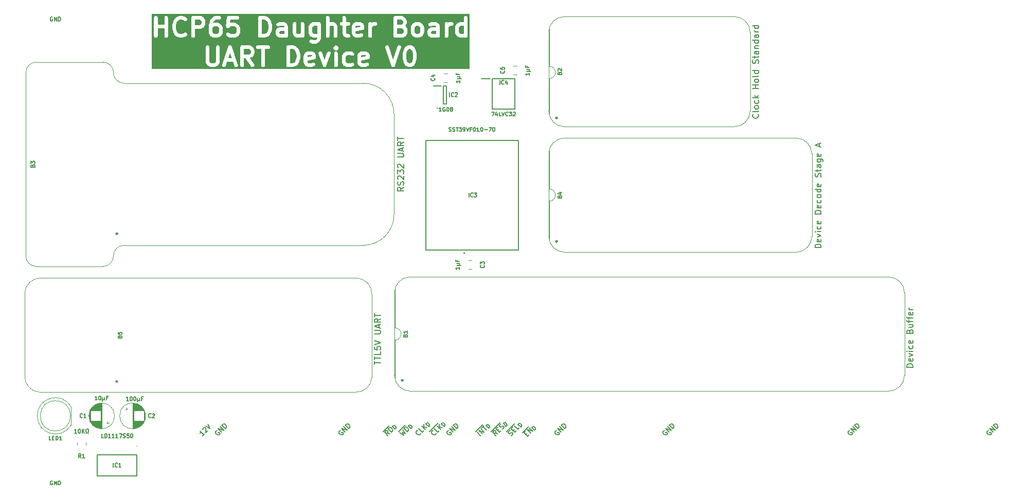
<source format=gto>
%TF.GenerationSoftware,KiCad,Pcbnew,8.0.7*%
%TF.CreationDate,2025-01-05T20:29:31+02:00*%
%TF.ProjectId,UART Board,55415254-2042-46f6-9172-642e6b696361,V0*%
%TF.SameCoordinates,Original*%
%TF.FileFunction,Legend,Top*%
%TF.FilePolarity,Positive*%
%FSLAX46Y46*%
G04 Gerber Fmt 4.6, Leading zero omitted, Abs format (unit mm)*
G04 Created by KiCad (PCBNEW 8.0.7) date 2025-01-05 20:29:31*
%MOMM*%
%LPD*%
G01*
G04 APERTURE LIST*
%ADD10C,0.200000*%
%ADD11C,0.600000*%
%ADD12C,0.150000*%
%ADD13C,0.100000*%
%ADD14C,0.239605*%
%ADD15C,0.120000*%
%ADD16C,0.187000*%
G04 APERTURE END LIST*
D10*
X32602383Y5388120D02*
X33302755Y4957121D01*
X33302755Y4957121D02*
X33006444Y5468932D01*
X33006444Y5468932D02*
X33518255Y5172621D01*
X33518255Y5172621D02*
X33087256Y5872993D01*
X33868441Y5522807D02*
X33302756Y6088492D01*
X33302756Y6088492D02*
X33437443Y6223179D01*
X33437443Y6223179D02*
X33545192Y6277054D01*
X33545192Y6277054D02*
X33652942Y6277054D01*
X33652942Y6277054D02*
X33733754Y6250117D01*
X33733754Y6250117D02*
X33868441Y6169305D01*
X33868441Y6169305D02*
X33949253Y6088492D01*
X33949253Y6088492D02*
X34030065Y5953805D01*
X34030065Y5953805D02*
X34057003Y5872993D01*
X34057003Y5872993D02*
X34057003Y5765244D01*
X34057003Y5765244D02*
X34003128Y5657494D01*
X34003128Y5657494D02*
X33868441Y5522807D01*
X32421094Y5520921D02*
X33520140Y6619967D01*
X34469684Y5999060D02*
X34017135Y6451609D01*
X34017135Y6451609D02*
X34124885Y6559358D01*
X34124885Y6559358D02*
X34211085Y6602458D01*
X34211085Y6602458D02*
X34297284Y6602458D01*
X34297284Y6602458D02*
X34361934Y6580908D01*
X34361934Y6580908D02*
X34469684Y6516258D01*
X34469684Y6516258D02*
X34534334Y6451609D01*
X34534334Y6451609D02*
X34598983Y6343859D01*
X34598983Y6343859D02*
X34620533Y6279209D01*
X34620533Y6279209D02*
X34620533Y6193010D01*
X34620533Y6193010D02*
X34577433Y6106810D01*
X34577433Y6106810D02*
X34469684Y5999060D01*
X45921943Y4876309D02*
X45356258Y5441995D01*
X46191317Y5145683D02*
X45625631Y5711368D01*
X45625631Y5711368D02*
X46514566Y5468932D01*
X46514566Y5468932D02*
X45948880Y6034617D01*
X46137442Y6223179D02*
X46460691Y6546428D01*
X46864752Y5819118D02*
X46299066Y6384803D01*
X45121094Y5520921D02*
X46300952Y6700779D01*
X47250495Y6079872D02*
X46797947Y6532420D01*
X46797947Y6532420D02*
X46905697Y6640170D01*
X46905697Y6640170D02*
X46991896Y6683270D01*
X46991896Y6683270D02*
X47078096Y6683270D01*
X47078096Y6683270D02*
X47142746Y6661720D01*
X47142746Y6661720D02*
X47250495Y6597070D01*
X47250495Y6597070D02*
X47315145Y6532420D01*
X47315145Y6532420D02*
X47379795Y6424671D01*
X47379795Y6424671D02*
X47401345Y6360021D01*
X47401345Y6360021D02*
X47401345Y6273821D01*
X47401345Y6273821D02*
X47358245Y6187622D01*
X47358245Y6187622D02*
X47250495Y6079872D01*
X106639507Y5711369D02*
X106558694Y5684431D01*
X106558694Y5684431D02*
X106477882Y5603619D01*
X106477882Y5603619D02*
X106424007Y5495869D01*
X106424007Y5495869D02*
X106424007Y5388120D01*
X106424007Y5388120D02*
X106450945Y5307308D01*
X106450945Y5307308D02*
X106531757Y5172621D01*
X106531757Y5172621D02*
X106612569Y5091808D01*
X106612569Y5091808D02*
X106747256Y5010996D01*
X106747256Y5010996D02*
X106828068Y4984059D01*
X106828068Y4984059D02*
X106935818Y4984059D01*
X106935818Y4984059D02*
X107043568Y5037934D01*
X107043568Y5037934D02*
X107097442Y5091808D01*
X107097442Y5091808D02*
X107151317Y5199558D01*
X107151317Y5199558D02*
X107151317Y5253433D01*
X107151317Y5253433D02*
X106962755Y5441995D01*
X106962755Y5441995D02*
X106855006Y5334245D01*
X107447629Y5441995D02*
X106881943Y6007680D01*
X106881943Y6007680D02*
X107770877Y5765243D01*
X107770877Y5765243D02*
X107205192Y6330929D01*
X108040251Y6034617D02*
X107474566Y6600303D01*
X107474566Y6600303D02*
X107609253Y6734990D01*
X107609253Y6734990D02*
X107717002Y6788865D01*
X107717002Y6788865D02*
X107824752Y6788865D01*
X107824752Y6788865D02*
X107905564Y6761927D01*
X107905564Y6761927D02*
X108040251Y6681115D01*
X108040251Y6681115D02*
X108121063Y6600303D01*
X108121063Y6600303D02*
X108201876Y6465616D01*
X108201876Y6465616D02*
X108228813Y6384804D01*
X108228813Y6384804D02*
X108228813Y6277054D01*
X108228813Y6277054D02*
X108174938Y6169304D01*
X108174938Y6169304D02*
X108040251Y6034617D01*
X2499507Y5711369D02*
X2418694Y5684431D01*
X2418694Y5684431D02*
X2337882Y5603619D01*
X2337882Y5603619D02*
X2284007Y5495869D01*
X2284007Y5495869D02*
X2284007Y5388120D01*
X2284007Y5388120D02*
X2310945Y5307308D01*
X2310945Y5307308D02*
X2391757Y5172621D01*
X2391757Y5172621D02*
X2472569Y5091808D01*
X2472569Y5091808D02*
X2607256Y5010996D01*
X2607256Y5010996D02*
X2688068Y4984059D01*
X2688068Y4984059D02*
X2795818Y4984059D01*
X2795818Y4984059D02*
X2903568Y5037934D01*
X2903568Y5037934D02*
X2957442Y5091808D01*
X2957442Y5091808D02*
X3011317Y5199558D01*
X3011317Y5199558D02*
X3011317Y5253433D01*
X3011317Y5253433D02*
X2822755Y5441995D01*
X2822755Y5441995D02*
X2715006Y5334245D01*
X3307629Y5441995D02*
X2741943Y6007680D01*
X2741943Y6007680D02*
X3630877Y5765243D01*
X3630877Y5765243D02*
X3065192Y6330929D01*
X3900251Y6034617D02*
X3334566Y6600303D01*
X3334566Y6600303D02*
X3469253Y6734990D01*
X3469253Y6734990D02*
X3577002Y6788865D01*
X3577002Y6788865D02*
X3684752Y6788865D01*
X3684752Y6788865D02*
X3765564Y6761927D01*
X3765564Y6761927D02*
X3900251Y6681115D01*
X3900251Y6681115D02*
X3981063Y6600303D01*
X3981063Y6600303D02*
X4061876Y6465616D01*
X4061876Y6465616D02*
X4088813Y6384804D01*
X4088813Y6384804D02*
X4088813Y6277054D01*
X4088813Y6277054D02*
X4034938Y6169304D01*
X4034938Y6169304D02*
X3900251Y6034617D01*
X76159507Y5711369D02*
X76078694Y5684431D01*
X76078694Y5684431D02*
X75997882Y5603619D01*
X75997882Y5603619D02*
X75944007Y5495869D01*
X75944007Y5495869D02*
X75944007Y5388120D01*
X75944007Y5388120D02*
X75970945Y5307308D01*
X75970945Y5307308D02*
X76051757Y5172621D01*
X76051757Y5172621D02*
X76132569Y5091808D01*
X76132569Y5091808D02*
X76267256Y5010996D01*
X76267256Y5010996D02*
X76348068Y4984059D01*
X76348068Y4984059D02*
X76455818Y4984059D01*
X76455818Y4984059D02*
X76563568Y5037934D01*
X76563568Y5037934D02*
X76617442Y5091808D01*
X76617442Y5091808D02*
X76671317Y5199558D01*
X76671317Y5199558D02*
X76671317Y5253433D01*
X76671317Y5253433D02*
X76482755Y5441995D01*
X76482755Y5441995D02*
X76375006Y5334245D01*
X76967629Y5441995D02*
X76401943Y6007680D01*
X76401943Y6007680D02*
X77290877Y5765243D01*
X77290877Y5765243D02*
X76725192Y6330929D01*
X77560251Y6034617D02*
X76994566Y6600303D01*
X76994566Y6600303D02*
X77129253Y6734990D01*
X77129253Y6734990D02*
X77237002Y6788865D01*
X77237002Y6788865D02*
X77344752Y6788865D01*
X77344752Y6788865D02*
X77425564Y6761927D01*
X77425564Y6761927D02*
X77560251Y6681115D01*
X77560251Y6681115D02*
X77641063Y6600303D01*
X77641063Y6600303D02*
X77721876Y6465616D01*
X77721876Y6465616D02*
X77748813Y6384804D01*
X77748813Y6384804D02*
X77748813Y6277054D01*
X77748813Y6277054D02*
X77694938Y6169304D01*
X77694938Y6169304D02*
X77560251Y6034617D01*
X38571317Y5253433D02*
X38571317Y5199558D01*
X38571317Y5199558D02*
X38517442Y5091808D01*
X38517442Y5091808D02*
X38463568Y5037934D01*
X38463568Y5037934D02*
X38355818Y4984059D01*
X38355818Y4984059D02*
X38248068Y4984059D01*
X38248068Y4984059D02*
X38167256Y5010996D01*
X38167256Y5010996D02*
X38032569Y5091808D01*
X38032569Y5091808D02*
X37951757Y5172621D01*
X37951757Y5172621D02*
X37870945Y5307308D01*
X37870945Y5307308D02*
X37844007Y5388120D01*
X37844007Y5388120D02*
X37844007Y5495869D01*
X37844007Y5495869D02*
X37897882Y5603619D01*
X37897882Y5603619D02*
X37951757Y5657494D01*
X37951757Y5657494D02*
X38059507Y5711369D01*
X38059507Y5711369D02*
X38113381Y5711369D01*
X39137003Y5711369D02*
X38867629Y5441995D01*
X38867629Y5441995D02*
X38301943Y6007680D01*
X39325564Y5899930D02*
X38759879Y6465616D01*
X39648813Y6223179D02*
X39083128Y6303991D01*
X39083128Y6788865D02*
X39083128Y6142367D01*
X37501094Y5520921D02*
X38977264Y6997091D01*
X39926807Y6376184D02*
X39474259Y6828732D01*
X39474259Y6828732D02*
X39582008Y6936482D01*
X39582008Y6936482D02*
X39668208Y6979581D01*
X39668208Y6979581D02*
X39754408Y6979581D01*
X39754408Y6979581D02*
X39819058Y6958032D01*
X39819058Y6958032D02*
X39926807Y6893382D01*
X39926807Y6893382D02*
X39991457Y6828732D01*
X39991457Y6828732D02*
X40056107Y6720982D01*
X40056107Y6720982D02*
X40077657Y6656333D01*
X40077657Y6656333D02*
X40077657Y6570133D01*
X40077657Y6570133D02*
X40034557Y6483933D01*
X40034557Y6483933D02*
X39926807Y6376184D01*
X50948068Y4876309D02*
X51055818Y4930184D01*
X51055818Y4930184D02*
X51190505Y5064871D01*
X51190505Y5064871D02*
X51217442Y5145683D01*
X51217442Y5145683D02*
X51217442Y5199558D01*
X51217442Y5199558D02*
X51190505Y5280370D01*
X51190505Y5280370D02*
X51136630Y5334245D01*
X51136630Y5334245D02*
X51055818Y5361182D01*
X51055818Y5361182D02*
X51001943Y5361182D01*
X51001943Y5361182D02*
X50921131Y5334245D01*
X50921131Y5334245D02*
X50786444Y5253433D01*
X50786444Y5253433D02*
X50705632Y5226495D01*
X50705632Y5226495D02*
X50651757Y5226495D01*
X50651757Y5226495D02*
X50570945Y5253433D01*
X50570945Y5253433D02*
X50517070Y5307308D01*
X50517070Y5307308D02*
X50490133Y5388120D01*
X50490133Y5388120D02*
X50490133Y5441995D01*
X50490133Y5441995D02*
X50517070Y5522807D01*
X50517070Y5522807D02*
X50651757Y5657494D01*
X50651757Y5657494D02*
X50759507Y5711369D01*
X51244380Y5711369D02*
X51432942Y5899931D01*
X51810065Y5684431D02*
X51540691Y5415057D01*
X51540691Y5415057D02*
X50975006Y5980743D01*
X50975006Y5980743D02*
X51244380Y6250117D01*
X52321876Y6196242D02*
X52052502Y5926868D01*
X52052502Y5926868D02*
X51486817Y6492554D01*
X50201094Y5520921D02*
X51596452Y6916279D01*
X52545995Y6295372D02*
X52093447Y6747920D01*
X52093447Y6747920D02*
X52201197Y6855670D01*
X52201197Y6855670D02*
X52287396Y6898770D01*
X52287396Y6898770D02*
X52373596Y6898770D01*
X52373596Y6898770D02*
X52438246Y6877220D01*
X52438246Y6877220D02*
X52545995Y6812570D01*
X52545995Y6812570D02*
X52610645Y6747920D01*
X52610645Y6747920D02*
X52675295Y6640171D01*
X52675295Y6640171D02*
X52696845Y6575521D01*
X52696845Y6575521D02*
X52696845Y6489321D01*
X52696845Y6489321D02*
X52653745Y6403122D01*
X52653745Y6403122D02*
X52545995Y6295372D01*
X40599507Y5711369D02*
X40518694Y5684431D01*
X40518694Y5684431D02*
X40437882Y5603619D01*
X40437882Y5603619D02*
X40384007Y5495869D01*
X40384007Y5495869D02*
X40384007Y5388120D01*
X40384007Y5388120D02*
X40410945Y5307308D01*
X40410945Y5307308D02*
X40491757Y5172621D01*
X40491757Y5172621D02*
X40572569Y5091808D01*
X40572569Y5091808D02*
X40707256Y5010996D01*
X40707256Y5010996D02*
X40788068Y4984059D01*
X40788068Y4984059D02*
X40895818Y4984059D01*
X40895818Y4984059D02*
X41003568Y5037934D01*
X41003568Y5037934D02*
X41057442Y5091808D01*
X41057442Y5091808D02*
X41111317Y5199558D01*
X41111317Y5199558D02*
X41111317Y5253433D01*
X41111317Y5253433D02*
X40922755Y5441995D01*
X40922755Y5441995D02*
X40815006Y5334245D01*
X41407629Y5441995D02*
X40841943Y6007680D01*
X40841943Y6007680D02*
X41730877Y5765243D01*
X41730877Y5765243D02*
X41165192Y6330929D01*
X42000251Y6034617D02*
X41434566Y6600303D01*
X41434566Y6600303D02*
X41569253Y6734990D01*
X41569253Y6734990D02*
X41677002Y6788865D01*
X41677002Y6788865D02*
X41784752Y6788865D01*
X41784752Y6788865D02*
X41865564Y6761927D01*
X41865564Y6761927D02*
X42000251Y6681115D01*
X42000251Y6681115D02*
X42081063Y6600303D01*
X42081063Y6600303D02*
X42161876Y6465616D01*
X42161876Y6465616D02*
X42188813Y6384804D01*
X42188813Y6384804D02*
X42188813Y6277054D01*
X42188813Y6277054D02*
X42134938Y6169304D01*
X42134938Y6169304D02*
X42000251Y6034617D01*
D11*
G36*
X15224316Y68419358D02*
G01*
X15425529Y68218146D01*
X15531885Y68005434D01*
X15657799Y67501780D01*
X15657799Y67147073D01*
X15531885Y66643419D01*
X15425529Y66430706D01*
X15224316Y66229493D01*
X14909115Y66124426D01*
X14543513Y66124426D01*
X14543513Y68524426D01*
X14909116Y68524426D01*
X15224316Y68419358D01*
G37*
G36*
X18162763Y67457962D02*
G01*
X18215115Y67353259D01*
X17400656Y67190367D01*
X17400656Y67325035D01*
X17467119Y67457962D01*
X17600048Y67524426D01*
X18029836Y67524426D01*
X18162763Y67457962D01*
G37*
G36*
X27019906Y67457962D02*
G01*
X27072258Y67353259D01*
X26257799Y67190367D01*
X26257799Y67325035D01*
X26324262Y67457962D01*
X26457191Y67524426D01*
X26886979Y67524426D01*
X27019906Y67457962D01*
G37*
G36*
X34494377Y68435012D02*
G01*
X34568387Y68361003D01*
X34674743Y68148291D01*
X34800657Y67644637D01*
X34800657Y67004216D01*
X34674743Y66500562D01*
X34568387Y66287849D01*
X34494378Y66213840D01*
X34315550Y66124426D01*
X34171478Y66124426D01*
X33992649Y66213840D01*
X33918640Y66287849D01*
X33812284Y66500561D01*
X33686371Y67004216D01*
X33686371Y67644636D01*
X33812284Y68148291D01*
X33918640Y68361003D01*
X33992650Y68435012D01*
X34171477Y68524426D01*
X34315551Y68524426D01*
X34494377Y68435012D01*
G37*
G36*
X7922949Y68435012D02*
G01*
X7996958Y68361004D01*
X8086371Y68182178D01*
X8086371Y67895246D01*
X7996958Y67716420D01*
X7922949Y67642411D01*
X7744122Y67552998D01*
X6972085Y67552998D01*
X6972085Y68524426D01*
X7744122Y68524426D01*
X7922949Y68435012D01*
G37*
G36*
X4970143Y66981569D02*
G01*
X4374027Y66981569D01*
X4672084Y67875742D01*
X4970143Y66981569D01*
G37*
G36*
X19014942Y72325990D02*
G01*
X19014942Y70982525D01*
X18958407Y70954258D01*
X18528619Y70954258D01*
X18349792Y71043672D01*
X18275783Y71117681D01*
X18186370Y71296507D01*
X18186370Y72012010D01*
X18275783Y72190836D01*
X18349792Y72264845D01*
X18528619Y72354258D01*
X18958407Y72354258D01*
X19014942Y72325990D01*
G37*
G36*
X2708662Y72121988D02*
G01*
X2782671Y72047979D01*
X2872084Y71869153D01*
X2872084Y71296507D01*
X2782671Y71117681D01*
X2708662Y71043672D01*
X2529835Y70954258D01*
X2100047Y70954258D01*
X1921220Y71043672D01*
X1847211Y71117681D01*
X1757798Y71296507D01*
X1757798Y71869153D01*
X1847211Y72047979D01*
X1921220Y72121988D01*
X2100047Y72211401D01*
X2529835Y72211401D01*
X2708662Y72121988D01*
G37*
G36*
X10581458Y73249190D02*
G01*
X10782671Y73047978D01*
X10889027Y72835266D01*
X11014941Y72331612D01*
X11014941Y71976905D01*
X10889027Y71473251D01*
X10782671Y71260538D01*
X10581458Y71059325D01*
X10266257Y70954258D01*
X9900655Y70954258D01*
X9900655Y73354258D01*
X10266258Y73354258D01*
X10581458Y73249190D01*
G37*
G36*
X13586370Y70982525D02*
G01*
X13529835Y70954258D01*
X12957190Y70954258D01*
X12824261Y71020722D01*
X12757798Y71153650D01*
X12757798Y71297724D01*
X12824261Y71430651D01*
X12957190Y71497116D01*
X13586370Y71497116D01*
X13586370Y70982525D01*
G37*
G36*
X26091335Y72287794D02*
G01*
X26143687Y72183091D01*
X25329228Y72020199D01*
X25329228Y72154867D01*
X25395691Y72287794D01*
X25528620Y72354258D01*
X25958408Y72354258D01*
X26091335Y72287794D01*
G37*
G36*
X33152889Y71820620D02*
G01*
X33211243Y71762265D01*
X33300657Y71583438D01*
X33300657Y71296507D01*
X33211244Y71117681D01*
X33137235Y71043672D01*
X32958408Y70954258D01*
X32186371Y70954258D01*
X32186371Y71925687D01*
X32837688Y71925687D01*
X33152889Y71820620D01*
G37*
G36*
X32994378Y73264844D02*
G01*
X33068387Y73190836D01*
X33157800Y73012010D01*
X33157800Y72867935D01*
X33068386Y72689108D01*
X32994378Y72615100D01*
X32815551Y72525687D01*
X32186371Y72525687D01*
X32186371Y73354258D01*
X32815551Y73354258D01*
X32994378Y73264844D01*
G37*
G36*
X35851520Y72264845D02*
G01*
X35925530Y72190835D01*
X36014943Y72012010D01*
X36014943Y71296507D01*
X35925530Y71117681D01*
X35851521Y71043672D01*
X35672693Y70954258D01*
X35385763Y70954258D01*
X35206936Y71043672D01*
X35132927Y71117681D01*
X35043514Y71296507D01*
X35043514Y72012010D01*
X35132927Y72190836D01*
X35206936Y72264845D01*
X35385763Y72354258D01*
X35672694Y72354258D01*
X35851520Y72264845D01*
G37*
G36*
X38586372Y70982525D02*
G01*
X38529837Y70954258D01*
X37957192Y70954258D01*
X37824263Y71020722D01*
X37757800Y71153650D01*
X37757800Y71297724D01*
X37824263Y71430651D01*
X37957192Y71497116D01*
X38586372Y71497116D01*
X38586372Y70982525D01*
G37*
G36*
X43157801Y72325990D02*
G01*
X43157801Y70982525D01*
X43101266Y70954258D01*
X42671478Y70954258D01*
X42492651Y71043672D01*
X42418642Y71117681D01*
X42329229Y71296507D01*
X42329229Y72012010D01*
X42418642Y72190836D01*
X42492651Y72264845D01*
X42671478Y72354258D01*
X43101266Y72354258D01*
X43157801Y72325990D01*
G37*
G36*
X-148481Y73264845D02*
G01*
X-74472Y73190836D01*
X14941Y73012010D01*
X14941Y72725078D01*
X-74472Y72546252D01*
X-148481Y72472243D01*
X-327307Y72382830D01*
X-1099344Y72382830D01*
X-1099344Y73354258D01*
X-327307Y73354258D01*
X-148481Y73264845D01*
G37*
G36*
X44091134Y65191093D02*
G01*
X-8175534Y65191093D01*
X-8175534Y68824426D01*
X657799Y68824426D01*
X657799Y66395855D01*
X658859Y66379677D01*
X658554Y66374588D01*
X659494Y66369992D01*
X660366Y66356697D01*
X668193Y66327484D01*
X674255Y66297863D01*
X679419Y66285584D01*
X680635Y66281050D01*
X683186Y66276630D01*
X689471Y66261691D01*
X832328Y65975977D01*
X852136Y65942101D01*
X858130Y65935340D01*
X862650Y65927513D01*
X888524Y65898009D01*
X1031381Y65755152D01*
X1060885Y65729278D01*
X1068712Y65724758D01*
X1075473Y65718764D01*
X1109349Y65698956D01*
X1395063Y65556098D01*
X1410006Y65549811D01*
X1414423Y65547262D01*
X1418954Y65546047D01*
X1431235Y65540882D01*
X1460859Y65534819D01*
X1490070Y65526993D01*
X1503365Y65526121D01*
X1507961Y65525181D01*
X1513050Y65525486D01*
X1529228Y65524426D01*
X2100656Y65524426D01*
X2116833Y65525486D01*
X2121923Y65525181D01*
X2126518Y65526121D01*
X2139814Y65526993D01*
X2169026Y65534820D01*
X2198648Y65540882D01*
X2210926Y65546046D01*
X2215461Y65547262D01*
X2219880Y65549813D01*
X2234820Y65556098D01*
X2520535Y65698956D01*
X2554411Y65718764D01*
X2561171Y65724758D01*
X2568999Y65729278D01*
X2598503Y65755152D01*
X2646510Y65803159D01*
X3372840Y65803159D01*
X3388541Y65726434D01*
X3423565Y65656386D01*
X3475524Y65597790D01*
X3540880Y65554639D01*
X3615177Y65529873D01*
X3693352Y65525181D01*
X3770077Y65540882D01*
X3840125Y65575906D01*
X3898721Y65627865D01*
X3941872Y65693221D01*
X3956690Y65729558D01*
X4174027Y66381569D01*
X5170143Y66381569D01*
X5387480Y65729557D01*
X5402298Y65693221D01*
X5445449Y65627865D01*
X5504045Y65575905D01*
X5574093Y65540881D01*
X5650818Y65525180D01*
X5728993Y65529873D01*
X5803290Y65554639D01*
X5868646Y65597789D01*
X5920605Y65656385D01*
X5955629Y65726434D01*
X5971330Y65803159D01*
X5966638Y65881334D01*
X5956690Y65919294D01*
X4988313Y68824426D01*
X6372085Y68824426D01*
X6372085Y65824426D01*
X6374652Y65785268D01*
X6394921Y65709621D01*
X6434079Y65641798D01*
X6489457Y65586420D01*
X6557280Y65547262D01*
X6632927Y65526993D01*
X6711243Y65526993D01*
X6786890Y65547262D01*
X6854713Y65586420D01*
X6910091Y65641798D01*
X6949249Y65709621D01*
X6969518Y65785268D01*
X6972085Y65824426D01*
X6972085Y66952998D01*
X7230174Y66952998D01*
X8140601Y65652387D01*
X8165160Y65621780D01*
X8225146Y65571431D01*
X8296119Y65538324D01*
X8373244Y65524714D01*
X8451262Y65531528D01*
X8524858Y65558304D01*
X8589017Y65603215D01*
X8639366Y65663201D01*
X8672473Y65734174D01*
X8686083Y65811299D01*
X8679269Y65889317D01*
X8652493Y65962913D01*
X8632141Y65996465D01*
X7942378Y66981840D01*
X7949106Y66984670D01*
X8234821Y67127527D01*
X8268697Y67147335D01*
X8275457Y67153329D01*
X8283285Y67157849D01*
X8312789Y67183723D01*
X8455646Y67326580D01*
X8481520Y67356084D01*
X8486039Y67363911D01*
X8492034Y67370672D01*
X8511842Y67404548D01*
X8654699Y67690262D01*
X8660983Y67705201D01*
X8663535Y67709621D01*
X8664750Y67714155D01*
X8669915Y67726434D01*
X8675976Y67756055D01*
X8683804Y67785268D01*
X8684675Y67798563D01*
X8685616Y67803159D01*
X8685310Y67808248D01*
X8686371Y67824426D01*
X8686371Y68252998D01*
X8685310Y68269175D01*
X8685616Y68274265D01*
X8684675Y68278860D01*
X8683804Y68292156D01*
X8675976Y68321368D01*
X8669915Y68350990D01*
X8664750Y68363268D01*
X8663535Y68367803D01*
X8660983Y68372222D01*
X8654699Y68387162D01*
X8511842Y68672876D01*
X8492034Y68706752D01*
X8486039Y68713512D01*
X8481520Y68721340D01*
X8455646Y68750844D01*
X8342906Y68863584D01*
X8946081Y68863584D01*
X8946081Y68785268D01*
X8966350Y68709621D01*
X9005508Y68641798D01*
X9060886Y68586420D01*
X9128709Y68547262D01*
X9204356Y68526993D01*
X9243514Y68524426D01*
X9800657Y68524426D01*
X9800657Y65824426D01*
X9803224Y65785268D01*
X9823493Y65709621D01*
X9862651Y65641798D01*
X9918029Y65586420D01*
X9985852Y65547262D01*
X10061499Y65526993D01*
X10139815Y65526993D01*
X10215462Y65547262D01*
X10283285Y65586420D01*
X10338663Y65641798D01*
X10377821Y65709621D01*
X10398090Y65785268D01*
X10400657Y65824426D01*
X10400657Y68524426D01*
X10957800Y68524426D01*
X10996958Y68526993D01*
X11072605Y68547262D01*
X11140428Y68586420D01*
X11195806Y68641798D01*
X11234964Y68709621D01*
X11255233Y68785268D01*
X11255233Y68824426D01*
X13943513Y68824426D01*
X13943513Y65824426D01*
X13946080Y65785268D01*
X13966349Y65709621D01*
X14005507Y65641798D01*
X14060885Y65586420D01*
X14128708Y65547262D01*
X14204355Y65526993D01*
X14243513Y65524426D01*
X14957799Y65524426D01*
X14996957Y65526993D01*
X15005688Y65529332D01*
X15014708Y65529874D01*
X15052668Y65539821D01*
X15481239Y65682679D01*
X15496249Y65688800D01*
X15501175Y65690120D01*
X15505237Y65692465D01*
X15517576Y65697497D01*
X15542813Y65714160D01*
X15568998Y65729278D01*
X15579014Y65738062D01*
X15582931Y65740648D01*
X15586315Y65744465D01*
X15598502Y65755152D01*
X15884216Y66040865D01*
X15910090Y66070369D01*
X15914609Y66078196D01*
X15920605Y66084958D01*
X15940413Y66118834D01*
X16083270Y66404548D01*
X16091455Y66424006D01*
X16093997Y66428585D01*
X16095975Y66434752D01*
X16098486Y66440720D01*
X16099535Y66445847D01*
X16105985Y66465951D01*
X16248842Y67037380D01*
X16254327Y67067607D01*
X16255232Y67070983D01*
X16255397Y67073500D01*
X16255849Y67075991D01*
X16255790Y67079495D01*
X16257799Y67110141D01*
X16257799Y67395855D01*
X16800656Y67395855D01*
X16800656Y66252998D01*
X16801716Y66236820D01*
X16801411Y66231731D01*
X16802351Y66227135D01*
X16803223Y66213840D01*
X16811050Y66184627D01*
X16817112Y66155006D01*
X16822276Y66142727D01*
X16823492Y66138193D01*
X16826043Y66133773D01*
X16832328Y66118834D01*
X16975185Y65833120D01*
X16994993Y65799244D01*
X17006948Y65785761D01*
X17016877Y65770724D01*
X17032814Y65756591D01*
X17046952Y65740648D01*
X17061993Y65730716D01*
X17075473Y65718764D01*
X17109349Y65698956D01*
X17395063Y65556098D01*
X17410006Y65549811D01*
X17414423Y65547262D01*
X17418954Y65546047D01*
X17431235Y65540882D01*
X17460859Y65534819D01*
X17490070Y65526993D01*
X17503365Y65526121D01*
X17507961Y65525181D01*
X17513050Y65525486D01*
X17529228Y65524426D01*
X18100656Y65524426D01*
X18116833Y65525486D01*
X18121924Y65525181D01*
X18126519Y65526121D01*
X18139814Y65526993D01*
X18169023Y65534819D01*
X18198649Y65540882D01*
X18210929Y65546047D01*
X18215461Y65547262D01*
X18219877Y65549811D01*
X18234821Y65556098D01*
X18520534Y65698956D01*
X18554410Y65718764D01*
X18613006Y65770724D01*
X18656157Y65836079D01*
X18680923Y65910377D01*
X18685615Y65988551D01*
X18669914Y66065277D01*
X18634889Y66135325D01*
X18582930Y66193921D01*
X18517574Y66237071D01*
X18443277Y66261837D01*
X18365102Y66266529D01*
X18288377Y66250828D01*
X18252205Y66235612D01*
X18029835Y66124426D01*
X17600048Y66124426D01*
X17467119Y66190890D01*
X17400656Y66323818D01*
X17400656Y66578485D01*
X18588063Y66815967D01*
X18625957Y66826163D01*
X18634657Y66830464D01*
X18644033Y66832977D01*
X18669642Y66847762D01*
X18696160Y66860874D01*
X18703453Y66867283D01*
X18711856Y66872135D01*
X18732766Y66893045D01*
X18754986Y66912573D01*
X18760370Y66920649D01*
X18767234Y66927513D01*
X18782024Y66953131D01*
X18798428Y66977736D01*
X18801537Y66986927D01*
X18806392Y66995336D01*
X18814048Y67023912D01*
X18823524Y67051922D01*
X18824148Y67061606D01*
X18826661Y67070983D01*
X18829228Y67110141D01*
X18829228Y67395855D01*
X18828167Y67412032D01*
X18828473Y67417123D01*
X18827532Y67421718D01*
X18826661Y67435013D01*
X18818834Y67464222D01*
X18812772Y67493848D01*
X18807606Y67506128D01*
X18806392Y67510660D01*
X18803842Y67515076D01*
X18797556Y67530020D01*
X18654698Y67815734D01*
X18640906Y67839322D01*
X19229598Y67839322D01*
X19235953Y67761265D01*
X19246705Y67723525D01*
X19960991Y65723525D01*
X19976579Y65687512D01*
X19985078Y65675216D01*
X19991476Y65661710D01*
X20007251Y65643138D01*
X20021110Y65623089D01*
X20032501Y65613413D01*
X20042177Y65602022D01*
X20062226Y65588163D01*
X20080798Y65572388D01*
X20094303Y65565990D01*
X20106600Y65557491D01*
X20129554Y65549292D01*
X20151576Y65538862D01*
X20166277Y65536177D01*
X20180353Y65531151D01*
X20204641Y65529173D01*
X20228618Y65524796D01*
X20243514Y65526008D01*
X20258410Y65524796D01*
X20282389Y65529173D01*
X20306675Y65531151D01*
X20320745Y65536176D01*
X20335452Y65538861D01*
X20357479Y65549295D01*
X20380428Y65557491D01*
X20392723Y65565990D01*
X20406230Y65572388D01*
X20424801Y65588163D01*
X20444851Y65602022D01*
X20454526Y65613413D01*
X20465918Y65623089D01*
X20479776Y65643138D01*
X20495552Y65661710D01*
X20501949Y65675216D01*
X20510449Y65687512D01*
X20526037Y65723525D01*
X21240322Y67723525D01*
X21251074Y67761265D01*
X21256216Y67824426D01*
X21800656Y67824426D01*
X21800656Y65824426D01*
X21803223Y65785268D01*
X21823492Y65709621D01*
X21862650Y65641798D01*
X21918028Y65586420D01*
X21985851Y65547262D01*
X22061498Y65526993D01*
X22139814Y65526993D01*
X22215461Y65547262D01*
X22283284Y65586420D01*
X22338662Y65641798D01*
X22377820Y65709621D01*
X22398089Y65785268D01*
X22400656Y65824426D01*
X22400656Y67252998D01*
X23086370Y67252998D01*
X23086370Y66395855D01*
X23087430Y66379677D01*
X23087125Y66374588D01*
X23088065Y66369992D01*
X23088937Y66356697D01*
X23096764Y66327484D01*
X23102826Y66297863D01*
X23107990Y66285584D01*
X23109206Y66281050D01*
X23111757Y66276630D01*
X23118042Y66261691D01*
X23260899Y65975977D01*
X23280707Y65942101D01*
X23286701Y65935340D01*
X23291221Y65927513D01*
X23317095Y65898009D01*
X23459952Y65755152D01*
X23489456Y65729278D01*
X23497283Y65724758D01*
X23504044Y65718764D01*
X23537920Y65698956D01*
X23823634Y65556098D01*
X23838577Y65549811D01*
X23842994Y65547262D01*
X23847525Y65546047D01*
X23859806Y65540882D01*
X23889430Y65534819D01*
X23918641Y65526993D01*
X23931936Y65526121D01*
X23936532Y65525181D01*
X23941621Y65525486D01*
X23957799Y65524426D01*
X24529227Y65524426D01*
X24545404Y65525486D01*
X24550494Y65525181D01*
X24555089Y65526121D01*
X24568385Y65526993D01*
X24597597Y65534820D01*
X24627219Y65540882D01*
X24639497Y65546046D01*
X24644032Y65547262D01*
X24648451Y65549813D01*
X24663391Y65556098D01*
X24949106Y65698956D01*
X24982982Y65718764D01*
X25041578Y65770724D01*
X25084729Y65836079D01*
X25109495Y65910376D01*
X25114187Y65988551D01*
X25098486Y66065276D01*
X25063462Y66135324D01*
X25011502Y66193920D01*
X24946147Y66237071D01*
X24871849Y66261837D01*
X24793675Y66266529D01*
X24716949Y66250828D01*
X24680777Y66235612D01*
X24458407Y66124426D01*
X24028619Y66124426D01*
X23849792Y66213840D01*
X23775783Y66287849D01*
X23686370Y66466675D01*
X23686370Y67182178D01*
X23775783Y67361004D01*
X23849792Y67435013D01*
X24028619Y67524426D01*
X24458407Y67524426D01*
X24680778Y67413241D01*
X24716950Y67398025D01*
X24793676Y67382324D01*
X24871850Y67387016D01*
X24898367Y67395855D01*
X25657799Y67395855D01*
X25657799Y66252998D01*
X25658859Y66236820D01*
X25658554Y66231731D01*
X25659494Y66227135D01*
X25660366Y66213840D01*
X25668193Y66184627D01*
X25674255Y66155006D01*
X25679419Y66142727D01*
X25680635Y66138193D01*
X25683186Y66133773D01*
X25689471Y66118834D01*
X25832328Y65833120D01*
X25852136Y65799244D01*
X25864091Y65785761D01*
X25874020Y65770724D01*
X25889957Y65756591D01*
X25904095Y65740648D01*
X25919136Y65730716D01*
X25932616Y65718764D01*
X25966492Y65698956D01*
X26252206Y65556098D01*
X26267149Y65549811D01*
X26271566Y65547262D01*
X26276097Y65546047D01*
X26288378Y65540882D01*
X26318002Y65534819D01*
X26347213Y65526993D01*
X26360508Y65526121D01*
X26365104Y65525181D01*
X26370193Y65525486D01*
X26386371Y65524426D01*
X26957799Y65524426D01*
X26973976Y65525486D01*
X26979067Y65525181D01*
X26983662Y65526121D01*
X26996957Y65526993D01*
X27026166Y65534819D01*
X27055792Y65540882D01*
X27068072Y65546047D01*
X27072604Y65547262D01*
X27077020Y65549811D01*
X27091964Y65556098D01*
X27377677Y65698956D01*
X27411553Y65718764D01*
X27470149Y65770724D01*
X27513300Y65836079D01*
X27538066Y65910377D01*
X27542758Y65988551D01*
X27527057Y66065277D01*
X27492032Y66135325D01*
X27440073Y66193921D01*
X27374717Y66237071D01*
X27300420Y66261837D01*
X27222245Y66266529D01*
X27145520Y66250828D01*
X27109348Y66235612D01*
X26886978Y66124426D01*
X26457191Y66124426D01*
X26324262Y66190890D01*
X26257799Y66323818D01*
X26257799Y66578485D01*
X27445206Y66815967D01*
X27483100Y66826163D01*
X27491800Y66830464D01*
X27501176Y66832977D01*
X27526785Y66847762D01*
X27553303Y66860874D01*
X27560596Y66867283D01*
X27568999Y66872135D01*
X27589909Y66893045D01*
X27612129Y66912573D01*
X27617513Y66920649D01*
X27624377Y66927513D01*
X27639167Y66953131D01*
X27655571Y66977736D01*
X27658680Y66986927D01*
X27663535Y66995336D01*
X27671191Y67023912D01*
X27680667Y67051922D01*
X27681291Y67061606D01*
X27683804Y67070983D01*
X27686371Y67110141D01*
X27686371Y67395855D01*
X27685310Y67412032D01*
X27685616Y67417123D01*
X27684675Y67421718D01*
X27683804Y67435013D01*
X27675977Y67464222D01*
X27669915Y67493848D01*
X27664749Y67506128D01*
X27663535Y67510660D01*
X27660985Y67515076D01*
X27654699Y67530020D01*
X27511841Y67815734D01*
X27492033Y67849610D01*
X27480077Y67863092D01*
X27470149Y67878130D01*
X27454209Y67892264D01*
X27440073Y67908206D01*
X27425032Y67918136D01*
X27411553Y67930089D01*
X27377677Y67949897D01*
X27091963Y68092754D01*
X27077023Y68099038D01*
X27072604Y68101590D01*
X27068069Y68102805D01*
X27055791Y68107970D01*
X27026169Y68114031D01*
X26996957Y68121859D01*
X26983661Y68122730D01*
X26979066Y68123671D01*
X26973976Y68123365D01*
X26957799Y68124426D01*
X26386371Y68124426D01*
X26370194Y68123365D01*
X26365105Y68123671D01*
X26360509Y68122730D01*
X26347213Y68121859D01*
X26317999Y68114031D01*
X26288379Y68107970D01*
X26276100Y68102805D01*
X26271566Y68101590D01*
X26267146Y68099038D01*
X26252207Y68092754D01*
X25966492Y67949897D01*
X25932616Y67930089D01*
X25919135Y67918135D01*
X25904095Y67908205D01*
X25889960Y67892264D01*
X25874020Y67878130D01*
X25864088Y67863088D01*
X25852136Y67849609D01*
X25832328Y67815733D01*
X25689471Y67530019D01*
X25683186Y67515079D01*
X25680635Y67510660D01*
X25679419Y67506125D01*
X25674255Y67493847D01*
X25668193Y67464225D01*
X25660366Y67435013D01*
X25659494Y67421717D01*
X25658554Y67417122D01*
X25658859Y67412032D01*
X25657799Y67395855D01*
X24898367Y67395855D01*
X24946148Y67411782D01*
X25011503Y67454933D01*
X25063463Y67513529D01*
X25098486Y67583577D01*
X25114188Y67660303D01*
X25109495Y67738477D01*
X25084729Y67812775D01*
X25041578Y67878130D01*
X24982982Y67930089D01*
X24949106Y67949897D01*
X24663391Y68092754D01*
X24648451Y68099038D01*
X24644032Y68101590D01*
X24639497Y68102805D01*
X24627219Y68107970D01*
X24597598Y68114031D01*
X24568385Y68121859D01*
X24555088Y68122730D01*
X24550493Y68123671D01*
X24545403Y68123365D01*
X24529227Y68124426D01*
X23957799Y68124426D01*
X23941622Y68123365D01*
X23936533Y68123671D01*
X23931937Y68122730D01*
X23918641Y68121859D01*
X23889427Y68114031D01*
X23859807Y68107970D01*
X23847528Y68102805D01*
X23842994Y68101590D01*
X23838574Y68099038D01*
X23823635Y68092754D01*
X23537920Y67949897D01*
X23504044Y67930089D01*
X23497283Y67924094D01*
X23489456Y67919575D01*
X23459952Y67893701D01*
X23317095Y67750844D01*
X23291221Y67721340D01*
X23286701Y67713512D01*
X23280707Y67706752D01*
X23260899Y67672876D01*
X23118042Y67387162D01*
X23111757Y67372222D01*
X23109206Y67367803D01*
X23107990Y67363268D01*
X23102826Y67350990D01*
X23096764Y67321368D01*
X23088937Y67292156D01*
X23088065Y67278860D01*
X23087125Y67274265D01*
X23087430Y67269175D01*
X23086370Y67252998D01*
X22400656Y67252998D01*
X22400656Y67824426D01*
X22398089Y67863584D01*
X22377820Y67939231D01*
X22338662Y68007054D01*
X22283284Y68062432D01*
X22215461Y68101590D01*
X22139814Y68121859D01*
X22061498Y68121859D01*
X21985851Y68101590D01*
X21918028Y68062432D01*
X21862650Y68007054D01*
X21823492Y67939231D01*
X21803223Y67863584D01*
X21800656Y67824426D01*
X21256216Y67824426D01*
X21257429Y67839323D01*
X21243364Y67916365D01*
X21209838Y67987142D01*
X21159136Y68046830D01*
X21094713Y68091361D01*
X21020960Y68117702D01*
X20942903Y68124056D01*
X20865861Y68109991D01*
X20795083Y68076465D01*
X20735395Y68025763D01*
X20690864Y67961340D01*
X20675276Y67925327D01*
X20243513Y66716390D01*
X19811751Y67925327D01*
X19796163Y67961340D01*
X19751632Y68025763D01*
X19691944Y68076465D01*
X19621166Y68109991D01*
X19544124Y68124056D01*
X19466067Y68117701D01*
X19392314Y68091361D01*
X19327891Y68046830D01*
X19277189Y67987142D01*
X19243663Y67916364D01*
X19229598Y67839322D01*
X18640906Y67839322D01*
X18634890Y67849610D01*
X18622934Y67863092D01*
X18613006Y67878130D01*
X18597066Y67892264D01*
X18582930Y67908206D01*
X18567889Y67918136D01*
X18554410Y67930089D01*
X18520534Y67949897D01*
X18234820Y68092754D01*
X18219880Y68099038D01*
X18215461Y68101590D01*
X18210926Y68102805D01*
X18198648Y68107970D01*
X18169026Y68114031D01*
X18139814Y68121859D01*
X18126518Y68122730D01*
X18121923Y68123671D01*
X18116833Y68123365D01*
X18100656Y68124426D01*
X17529228Y68124426D01*
X17513051Y68123365D01*
X17507962Y68123671D01*
X17503366Y68122730D01*
X17490070Y68121859D01*
X17460856Y68114031D01*
X17431236Y68107970D01*
X17418957Y68102805D01*
X17414423Y68101590D01*
X17410003Y68099038D01*
X17395064Y68092754D01*
X17109349Y67949897D01*
X17075473Y67930089D01*
X17061992Y67918135D01*
X17046952Y67908205D01*
X17032817Y67892264D01*
X17016877Y67878130D01*
X17006945Y67863088D01*
X16994993Y67849609D01*
X16975185Y67815733D01*
X16832328Y67530019D01*
X16826043Y67515079D01*
X16823492Y67510660D01*
X16822276Y67506125D01*
X16817112Y67493847D01*
X16811050Y67464225D01*
X16803223Y67435013D01*
X16802351Y67421717D01*
X16801411Y67417122D01*
X16801716Y67412032D01*
X16800656Y67395855D01*
X16257799Y67395855D01*
X16257799Y67538712D01*
X16255790Y67569357D01*
X16255849Y67572862D01*
X16255397Y67575352D01*
X16255232Y67577870D01*
X16254327Y67581245D01*
X16248842Y67611473D01*
X16105985Y68182902D01*
X16099535Y68203005D01*
X16098486Y68208133D01*
X16095975Y68214100D01*
X16093997Y68220268D01*
X16091455Y68224846D01*
X16083270Y68244305D01*
X15940413Y68530019D01*
X15920605Y68563895D01*
X15914609Y68570656D01*
X15910090Y68578484D01*
X15884216Y68607988D01*
X15771477Y68720727D01*
X21660366Y68720727D01*
X21660366Y68642411D01*
X21680635Y68566764D01*
X21719793Y68498941D01*
X21745667Y68469437D01*
X21888524Y68326580D01*
X21918027Y68300707D01*
X21918028Y68300706D01*
X21985851Y68261548D01*
X22061498Y68241279D01*
X22139814Y68241279D01*
X22215461Y68261548D01*
X22283284Y68300706D01*
X22283285Y68300707D01*
X22312788Y68326580D01*
X22455645Y68469437D01*
X22481519Y68498941D01*
X22520677Y68566764D01*
X22540946Y68642411D01*
X22540946Y68720727D01*
X22520677Y68796374D01*
X22492202Y68845693D01*
X30229983Y68845693D01*
X30234675Y68767518D01*
X30244623Y68729558D01*
X31244623Y65729557D01*
X31245469Y65727480D01*
X31245684Y65726434D01*
X31246836Y65724128D01*
X31259441Y65693221D01*
X31271181Y65675438D01*
X31280708Y65656386D01*
X31292661Y65642905D01*
X31302592Y65627865D01*
X31318533Y65613728D01*
X31332667Y65597790D01*
X31347704Y65587861D01*
X31361188Y65575905D01*
X31380247Y65566375D01*
X31398023Y65554639D01*
X31415114Y65548941D01*
X31431236Y65540881D01*
X31452113Y65536608D01*
X31472320Y65529873D01*
X31490302Y65528793D01*
X31507961Y65525180D01*
X31529234Y65526457D01*
X31550495Y65525181D01*
X31568145Y65528792D01*
X31586136Y65529873D01*
X31606350Y65536611D01*
X31627220Y65540882D01*
X31643335Y65548939D01*
X31660433Y65554639D01*
X31678216Y65566380D01*
X31697268Y65575906D01*
X31710744Y65587856D01*
X31725789Y65597789D01*
X31739927Y65613733D01*
X31755864Y65627865D01*
X31765791Y65642901D01*
X31777748Y65656385D01*
X31787275Y65675441D01*
X31799015Y65693221D01*
X31811617Y65724124D01*
X31812772Y65726434D01*
X31812986Y65727482D01*
X31813833Y65729558D01*
X32464503Y67681569D01*
X33086371Y67681569D01*
X33086371Y66967284D01*
X33088379Y66936638D01*
X33088321Y66933135D01*
X33088772Y66930644D01*
X33088938Y66928126D01*
X33089842Y66924749D01*
X33095328Y66894523D01*
X33238185Y66323095D01*
X33244634Y66302993D01*
X33245684Y66297863D01*
X33248195Y66291891D01*
X33250173Y66285729D01*
X33252712Y66281153D01*
X33260900Y66261691D01*
X33403757Y65975977D01*
X33423565Y65942101D01*
X33429560Y65935339D01*
X33434080Y65927512D01*
X33459954Y65898008D01*
X33602812Y65755151D01*
X33632316Y65729278D01*
X33640138Y65724761D01*
X33646902Y65718764D01*
X33680778Y65698956D01*
X33966492Y65556098D01*
X33981435Y65549811D01*
X33985852Y65547262D01*
X33990383Y65546047D01*
X34002664Y65540882D01*
X34032289Y65534819D01*
X34061499Y65526993D01*
X34074793Y65526121D01*
X34079389Y65525181D01*
X34084479Y65525486D01*
X34100657Y65524426D01*
X34386371Y65524426D01*
X34402548Y65525486D01*
X34407639Y65525181D01*
X34412234Y65526121D01*
X34425529Y65526993D01*
X34454738Y65534819D01*
X34484364Y65540882D01*
X34496644Y65546047D01*
X34501176Y65547262D01*
X34505592Y65549811D01*
X34520536Y65556098D01*
X34806249Y65698956D01*
X34840125Y65718764D01*
X34846886Y65724760D01*
X34854712Y65729278D01*
X34884216Y65755151D01*
X35027074Y65898008D01*
X35052948Y65927512D01*
X35057467Y65935339D01*
X35063463Y65942101D01*
X35083271Y65975977D01*
X35226128Y66261691D01*
X35234313Y66281149D01*
X35236855Y66285728D01*
X35238833Y66291895D01*
X35241344Y66297863D01*
X35242393Y66302990D01*
X35248843Y66323094D01*
X35391700Y66894523D01*
X35397185Y66924750D01*
X35398090Y66928126D01*
X35398255Y66930643D01*
X35398707Y66933134D01*
X35398648Y66936638D01*
X35400657Y66967284D01*
X35400657Y67681569D01*
X35398648Y67712214D01*
X35398707Y67715719D01*
X35398255Y67718209D01*
X35398090Y67720727D01*
X35397185Y67724102D01*
X35391700Y67754330D01*
X35248843Y68325759D01*
X35242393Y68345862D01*
X35241344Y68350990D01*
X35238833Y68356957D01*
X35236855Y68363125D01*
X35234313Y68367703D01*
X35226128Y68387162D01*
X35083271Y68672876D01*
X35063463Y68706752D01*
X35057467Y68713513D01*
X35052948Y68721341D01*
X35027074Y68750845D01*
X34884216Y68893702D01*
X34854712Y68919575D01*
X34846887Y68924092D01*
X34840125Y68930089D01*
X34806249Y68949897D01*
X34520535Y69092754D01*
X34505595Y69099038D01*
X34501176Y69101590D01*
X34496641Y69102805D01*
X34484363Y69107970D01*
X34454741Y69114031D01*
X34425529Y69121859D01*
X34412233Y69122730D01*
X34407638Y69123671D01*
X34402548Y69123365D01*
X34386371Y69124426D01*
X34100657Y69124426D01*
X34084479Y69123365D01*
X34079390Y69123671D01*
X34074794Y69122730D01*
X34061499Y69121859D01*
X34032286Y69114031D01*
X34002665Y69107970D01*
X33990386Y69102805D01*
X33985852Y69101590D01*
X33981432Y69099038D01*
X33966493Y69092754D01*
X33680779Y68949897D01*
X33646903Y68930089D01*
X33640140Y68924092D01*
X33632316Y68919575D01*
X33602812Y68893702D01*
X33459954Y68750845D01*
X33434080Y68721341D01*
X33429560Y68713513D01*
X33423565Y68706752D01*
X33403757Y68672876D01*
X33260900Y68387162D01*
X33252712Y68367699D01*
X33250173Y68363124D01*
X33248195Y68356961D01*
X33245684Y68350990D01*
X33244634Y68345859D01*
X33238185Y68325758D01*
X33095328Y67754330D01*
X33089842Y67724103D01*
X33088938Y67720727D01*
X33088772Y67718208D01*
X33088321Y67715718D01*
X33088379Y67712214D01*
X33086371Y67681569D01*
X32464503Y67681569D01*
X32813833Y68729558D01*
X32823781Y68767518D01*
X32828473Y68845693D01*
X32812772Y68922418D01*
X32777748Y68992467D01*
X32725789Y69051063D01*
X32660433Y69094213D01*
X32586136Y69118979D01*
X32507961Y69123672D01*
X32431236Y69107971D01*
X32361188Y69072947D01*
X32302592Y69020987D01*
X32259441Y68955631D01*
X32244623Y68919295D01*
X31529227Y66773109D01*
X30813833Y68919294D01*
X30799015Y68955631D01*
X30755864Y69020987D01*
X30697268Y69072946D01*
X30627220Y69107970D01*
X30550495Y69123671D01*
X30472320Y69118979D01*
X30398023Y69094213D01*
X30332667Y69051062D01*
X30280708Y68992466D01*
X30245684Y68922418D01*
X30229983Y68845693D01*
X22492202Y68845693D01*
X22481519Y68864197D01*
X22455645Y68893701D01*
X22312788Y69036558D01*
X22283284Y69062432D01*
X22215461Y69101590D01*
X22139814Y69121859D01*
X22061498Y69121859D01*
X21985851Y69101590D01*
X21918028Y69062432D01*
X21888524Y69036558D01*
X21745667Y68893701D01*
X21719793Y68864197D01*
X21680635Y68796374D01*
X21660366Y68720727D01*
X15771477Y68720727D01*
X15598502Y68893701D01*
X15586311Y68904391D01*
X15582930Y68908205D01*
X15579017Y68910788D01*
X15568998Y68919575D01*
X15542805Y68934697D01*
X15517575Y68951356D01*
X15505239Y68956386D01*
X15501175Y68958733D01*
X15496247Y68960053D01*
X15481238Y68966174D01*
X15052667Y69109031D01*
X15014707Y69118979D01*
X15005684Y69119520D01*
X14996957Y69121859D01*
X14957799Y69124426D01*
X14243513Y69124426D01*
X14204355Y69121859D01*
X14128708Y69101590D01*
X14060885Y69062432D01*
X14005507Y69007054D01*
X13966349Y68939231D01*
X13946080Y68863584D01*
X13943513Y68824426D01*
X11255233Y68824426D01*
X11255233Y68863584D01*
X11234964Y68939231D01*
X11195806Y69007054D01*
X11140428Y69062432D01*
X11072605Y69101590D01*
X10996958Y69121859D01*
X10957800Y69124426D01*
X9243514Y69124426D01*
X9204356Y69121859D01*
X9128709Y69101590D01*
X9060886Y69062432D01*
X9005508Y69007054D01*
X8966350Y68939231D01*
X8946081Y68863584D01*
X8342906Y68863584D01*
X8312789Y68893701D01*
X8283285Y68919575D01*
X8275457Y68924094D01*
X8268697Y68930089D01*
X8234821Y68949897D01*
X7949106Y69092754D01*
X7934166Y69099038D01*
X7929747Y69101590D01*
X7925212Y69102805D01*
X7912934Y69107970D01*
X7883313Y69114031D01*
X7854100Y69121859D01*
X7840803Y69122730D01*
X7836208Y69123671D01*
X7831118Y69123365D01*
X7814942Y69124426D01*
X6672085Y69124426D01*
X6632927Y69121859D01*
X6557280Y69101590D01*
X6489457Y69062432D01*
X6434079Y69007054D01*
X6394921Y68939231D01*
X6374652Y68863584D01*
X6372085Y68824426D01*
X4988313Y68824426D01*
X4956690Y68919294D01*
X4955843Y68921369D01*
X4955629Y68922418D01*
X4954474Y68924727D01*
X4941872Y68955631D01*
X4930132Y68973410D01*
X4920605Y68992467D01*
X4908648Y69005950D01*
X4898721Y69020987D01*
X4882784Y69035118D01*
X4868646Y69051063D01*
X4853601Y69060995D01*
X4840125Y69072946D01*
X4821073Y69082471D01*
X4803290Y69094213D01*
X4786192Y69099912D01*
X4770077Y69107970D01*
X4749207Y69112240D01*
X4728993Y69118979D01*
X4711002Y69120059D01*
X4693352Y69123671D01*
X4672091Y69122394D01*
X4650818Y69123672D01*
X4633159Y69120058D01*
X4615177Y69118979D01*
X4594970Y69112243D01*
X4574093Y69107971D01*
X4557971Y69099910D01*
X4540880Y69094213D01*
X4523104Y69082476D01*
X4504045Y69072947D01*
X4490561Y69060990D01*
X4475524Y69051062D01*
X4461390Y69035123D01*
X4445449Y69020987D01*
X4435518Y69005946D01*
X4423565Y68992466D01*
X4414038Y68973413D01*
X4402298Y68955631D01*
X4389693Y68924723D01*
X4388541Y68922418D01*
X4388326Y68921371D01*
X4387480Y68919295D01*
X3387480Y65919294D01*
X3377532Y65881334D01*
X3372840Y65803159D01*
X2646510Y65803159D01*
X2741360Y65898009D01*
X2767234Y65927513D01*
X2771753Y65935340D01*
X2777748Y65942101D01*
X2797556Y65975977D01*
X2940413Y66261691D01*
X2946697Y66276630D01*
X2949249Y66281050D01*
X2950464Y66285584D01*
X2955629Y66297863D01*
X2961690Y66327484D01*
X2969518Y66356697D01*
X2970389Y66369992D01*
X2971330Y66374588D01*
X2971024Y66379677D01*
X2972085Y66395855D01*
X2972085Y68824426D01*
X2969518Y68863584D01*
X2949249Y68939231D01*
X2910091Y69007054D01*
X2854713Y69062432D01*
X2786890Y69101590D01*
X2711243Y69121859D01*
X2632927Y69121859D01*
X2557280Y69101590D01*
X2489457Y69062432D01*
X2434079Y69007054D01*
X2394921Y68939231D01*
X2374652Y68863584D01*
X2372085Y68824426D01*
X2372085Y66466675D01*
X2282672Y66287849D01*
X2208663Y66213840D01*
X2029836Y66124426D01*
X1600048Y66124426D01*
X1421221Y66213840D01*
X1347212Y66287849D01*
X1257799Y66466675D01*
X1257799Y68824426D01*
X1255232Y68863584D01*
X1234963Y68939231D01*
X1195805Y69007054D01*
X1140427Y69062432D01*
X1072604Y69101590D01*
X996957Y69121859D01*
X918641Y69121859D01*
X842994Y69101590D01*
X775171Y69062432D01*
X719793Y69007054D01*
X680635Y68939231D01*
X660366Y68863584D01*
X657799Y68824426D01*
X-8175534Y68824426D01*
X-8175534Y73654258D01*
X-7842201Y73654258D01*
X-7842201Y70654258D01*
X-7839634Y70615100D01*
X-7819365Y70539453D01*
X-7780207Y70471630D01*
X-7724829Y70416252D01*
X-7657006Y70377094D01*
X-7581359Y70356825D01*
X-7503043Y70356825D01*
X-7427396Y70377094D01*
X-7359573Y70416252D01*
X-7304195Y70471630D01*
X-7265037Y70539453D01*
X-7244768Y70615100D01*
X-7242201Y70654258D01*
X-7242201Y71925687D01*
X-6127915Y71925687D01*
X-6127915Y70654258D01*
X-6125348Y70615100D01*
X-6105079Y70539453D01*
X-6065921Y70471630D01*
X-6010543Y70416252D01*
X-5942720Y70377094D01*
X-5867073Y70356825D01*
X-5788757Y70356825D01*
X-5713110Y70377094D01*
X-5645287Y70416252D01*
X-5589909Y70471630D01*
X-5550751Y70539453D01*
X-5530482Y70615100D01*
X-5527915Y70654258D01*
X-5527915Y72368544D01*
X-4842201Y72368544D01*
X-4842201Y71939973D01*
X-4840192Y71909327D01*
X-4840251Y71905824D01*
X-4839799Y71903333D01*
X-4839634Y71900815D01*
X-4838729Y71897438D01*
X-4833244Y71867212D01*
X-4690387Y71295784D01*
X-4683937Y71275682D01*
X-4682888Y71270552D01*
X-4680376Y71264580D01*
X-4678399Y71258418D01*
X-4675859Y71253842D01*
X-4667672Y71234380D01*
X-4524815Y70948666D01*
X-4505007Y70914790D01*
X-4499009Y70908026D01*
X-4494492Y70900202D01*
X-4468619Y70870698D01*
X-4182904Y70584984D01*
X-4170717Y70574297D01*
X-4167333Y70570480D01*
X-4163416Y70567894D01*
X-4153400Y70559110D01*
X-4127215Y70543992D01*
X-4101978Y70527329D01*
X-4089639Y70522297D01*
X-4085577Y70519952D01*
X-4080651Y70518632D01*
X-4065641Y70512511D01*
X-3637070Y70369653D01*
X-3599109Y70359705D01*
X-3590086Y70359163D01*
X-3581359Y70356825D01*
X-3542201Y70354258D01*
X-3256487Y70354258D01*
X-3217329Y70356825D01*
X-3208597Y70359164D01*
X-3199579Y70359706D01*
X-3161618Y70369653D01*
X-2733046Y70512511D01*
X-2718035Y70518632D01*
X-2713110Y70519952D01*
X-2709047Y70522297D01*
X-2696709Y70527329D01*
X-2671471Y70543992D01*
X-2645287Y70559110D01*
X-2635270Y70567894D01*
X-2631354Y70570480D01*
X-2627969Y70574297D01*
X-2615783Y70584984D01*
X-2472926Y70727841D01*
X-2447052Y70757345D01*
X-2407894Y70825168D01*
X-2387625Y70900815D01*
X-2387625Y70979131D01*
X-2407894Y71054778D01*
X-2447052Y71122601D01*
X-2502430Y71177979D01*
X-2570253Y71217137D01*
X-2645900Y71237406D01*
X-2724216Y71237406D01*
X-2799863Y71217137D01*
X-2867686Y71177979D01*
X-2897190Y71152105D01*
X-2989969Y71059325D01*
X-3305171Y70954258D01*
X-3493517Y70954258D01*
X-3808718Y71059325D01*
X-4009931Y71260538D01*
X-4116287Y71473250D01*
X-4242201Y71976905D01*
X-4242201Y72331611D01*
X-4116287Y72835266D01*
X-4009931Y73047978D01*
X-3808717Y73249191D01*
X-3493518Y73354258D01*
X-3305170Y73354258D01*
X-2989969Y73249191D01*
X-2897190Y73156412D01*
X-2867686Y73130538D01*
X-2799863Y73091380D01*
X-2724216Y73071111D01*
X-2645900Y73071111D01*
X-2570253Y73091380D01*
X-2502430Y73130538D01*
X-2447052Y73185916D01*
X-2407894Y73253739D01*
X-2387625Y73329386D01*
X-2387625Y73407702D01*
X-2407894Y73483349D01*
X-2447052Y73551172D01*
X-2472926Y73580676D01*
X-2546508Y73654258D01*
X-1699344Y73654258D01*
X-1699344Y70654258D01*
X-1696777Y70615100D01*
X-1676508Y70539453D01*
X-1637350Y70471630D01*
X-1581972Y70416252D01*
X-1514149Y70377094D01*
X-1438502Y70356825D01*
X-1360186Y70356825D01*
X-1284539Y70377094D01*
X-1216716Y70416252D01*
X-1161338Y70471630D01*
X-1122180Y70539453D01*
X-1101911Y70615100D01*
X-1099344Y70654258D01*
X-1099344Y71782830D01*
X-256487Y71782830D01*
X-240309Y71783890D01*
X-235220Y71783585D01*
X-230624Y71784525D01*
X-217329Y71785397D01*
X-188116Y71793224D01*
X-158495Y71799286D01*
X-146216Y71804450D01*
X-141682Y71805666D01*
X-137262Y71808217D01*
X-122323Y71814502D01*
X163391Y71957359D01*
X197267Y71977167D01*
X204027Y71983161D01*
X211855Y71987681D01*
X241359Y72013555D01*
X384216Y72156412D01*
X410090Y72185916D01*
X414609Y72193743D01*
X420604Y72200504D01*
X440412Y72234380D01*
X507494Y72368544D01*
X1157798Y72368544D01*
X1157798Y71225687D01*
X1158858Y71209509D01*
X1158553Y71204420D01*
X1159493Y71199824D01*
X1160365Y71186529D01*
X1168192Y71157316D01*
X1174254Y71127695D01*
X1179418Y71115416D01*
X1180634Y71110882D01*
X1183185Y71106462D01*
X1189470Y71091523D01*
X1332327Y70805809D01*
X1352135Y70771933D01*
X1358129Y70765172D01*
X1362649Y70757345D01*
X1388523Y70727841D01*
X1531380Y70584984D01*
X1560884Y70559110D01*
X1568711Y70554590D01*
X1575472Y70548596D01*
X1609348Y70528788D01*
X1895062Y70385930D01*
X1910005Y70379643D01*
X1914422Y70377094D01*
X1918953Y70375879D01*
X1931234Y70370714D01*
X1960858Y70364651D01*
X1990069Y70356825D01*
X2003364Y70355953D01*
X2007960Y70355013D01*
X2013049Y70355318D01*
X2029227Y70354258D01*
X2600655Y70354258D01*
X2616832Y70355318D01*
X2621922Y70355013D01*
X2626517Y70355953D01*
X2639813Y70356825D01*
X2669025Y70364652D01*
X2698647Y70370714D01*
X2710925Y70375878D01*
X2715460Y70377094D01*
X2719879Y70379645D01*
X2734819Y70385930D01*
X3020534Y70528788D01*
X3054410Y70548596D01*
X3061170Y70554590D01*
X3068998Y70559110D01*
X3098502Y70584984D01*
X3241359Y70727841D01*
X3267233Y70757345D01*
X3271752Y70765172D01*
X3277747Y70771933D01*
X3297555Y70805809D01*
X3440412Y71091523D01*
X3446696Y71106462D01*
X3449248Y71110882D01*
X3450463Y71115416D01*
X3455628Y71127695D01*
X3461689Y71157316D01*
X3469517Y71186529D01*
X3470388Y71199824D01*
X3471329Y71204420D01*
X3471023Y71209509D01*
X3472084Y71225687D01*
X3472084Y71939973D01*
X3471023Y71956150D01*
X3471329Y71961240D01*
X3470388Y71965835D01*
X3469517Y71979131D01*
X3461689Y72008343D01*
X3455628Y72037965D01*
X3450463Y72050243D01*
X3449248Y72054778D01*
X3446696Y72059197D01*
X3440412Y72074137D01*
X3369321Y72216319D01*
X4015088Y72216319D01*
X4017508Y72201522D01*
X4017508Y72186529D01*
X4023802Y72163035D01*
X4027729Y72139031D01*
X4033896Y72125365D01*
X4037777Y72110882D01*
X4049939Y72089815D01*
X4059944Y72067648D01*
X4069437Y72056044D01*
X4076935Y72043059D01*
X4094133Y72025860D01*
X4109537Y72007034D01*
X4121712Y71998281D01*
X4132313Y71987681D01*
X4153375Y71975520D01*
X4173127Y71961322D01*
X4187151Y71956019D01*
X4200136Y71948523D01*
X4223630Y71942227D01*
X4246382Y71933626D01*
X4261301Y71932134D01*
X4275783Y71928254D01*
X4300107Y71928254D01*
X4324309Y71925834D01*
X4339105Y71928254D01*
X4354099Y71928254D01*
X4377592Y71934548D01*
X4401597Y71938475D01*
X4415262Y71944642D01*
X4429746Y71948523D01*
X4450812Y71960685D01*
X4472980Y71970690D01*
X4484583Y71980183D01*
X4497569Y71987681D01*
X4527073Y72013555D01*
X4635506Y72121988D01*
X4814333Y72211401D01*
X5386978Y72211401D01*
X5565805Y72121988D01*
X5639814Y72047979D01*
X5729227Y71869153D01*
X5729227Y71296507D01*
X5639814Y71117681D01*
X5565805Y71043672D01*
X5386978Y70954258D01*
X4814333Y70954258D01*
X4635506Y71043672D01*
X4527073Y71152105D01*
X4497569Y71177979D01*
X4429746Y71217137D01*
X4354099Y71237406D01*
X4275783Y71237406D01*
X4200136Y71217137D01*
X4132313Y71177979D01*
X4076935Y71122601D01*
X4037777Y71054778D01*
X4017508Y70979131D01*
X4017508Y70900815D01*
X4037777Y70825168D01*
X4076935Y70757345D01*
X4102809Y70727841D01*
X4245666Y70584984D01*
X4275170Y70559110D01*
X4282997Y70554590D01*
X4289758Y70548596D01*
X4323634Y70528788D01*
X4609348Y70385930D01*
X4624291Y70379643D01*
X4628708Y70377094D01*
X4633239Y70375879D01*
X4645520Y70370714D01*
X4675144Y70364651D01*
X4704355Y70356825D01*
X4717650Y70355953D01*
X4722246Y70355013D01*
X4727335Y70355318D01*
X4743513Y70354258D01*
X5457798Y70354258D01*
X5473975Y70355318D01*
X5479065Y70355013D01*
X5483660Y70355953D01*
X5496956Y70356825D01*
X5526168Y70364652D01*
X5555790Y70370714D01*
X5568068Y70375878D01*
X5572603Y70377094D01*
X5577022Y70379645D01*
X5591962Y70385930D01*
X5877677Y70528788D01*
X5911553Y70548596D01*
X5918313Y70554590D01*
X5926141Y70559110D01*
X5955645Y70584984D01*
X6098502Y70727841D01*
X6124376Y70757345D01*
X6128895Y70765172D01*
X6134890Y70771933D01*
X6154698Y70805809D01*
X6297555Y71091523D01*
X6303839Y71106462D01*
X6306391Y71110882D01*
X6307606Y71115416D01*
X6312771Y71127695D01*
X6318832Y71157316D01*
X6326660Y71186529D01*
X6327531Y71199824D01*
X6328472Y71204420D01*
X6328166Y71209509D01*
X6329227Y71225687D01*
X6329227Y71939973D01*
X6328166Y71956150D01*
X6328472Y71961240D01*
X6327531Y71965835D01*
X6326660Y71979131D01*
X6318832Y72008343D01*
X6312771Y72037965D01*
X6307606Y72050243D01*
X6306391Y72054778D01*
X6303839Y72059197D01*
X6297555Y72074137D01*
X6154698Y72359851D01*
X6134890Y72393727D01*
X6128895Y72400487D01*
X6124376Y72408315D01*
X6098502Y72437819D01*
X5955645Y72580676D01*
X5926141Y72606550D01*
X5918313Y72611069D01*
X5911553Y72617064D01*
X5877677Y72636872D01*
X5591962Y72779729D01*
X5577022Y72786013D01*
X5572603Y72788565D01*
X5568068Y72789780D01*
X5555790Y72794945D01*
X5526169Y72801006D01*
X5496956Y72808834D01*
X5483659Y72809705D01*
X5479064Y72810646D01*
X5473974Y72810340D01*
X5457798Y72811401D01*
X4743513Y72811401D01*
X4727336Y72810340D01*
X4722247Y72810646D01*
X4717651Y72809705D01*
X4704355Y72808834D01*
X4675141Y72801006D01*
X4673944Y72800761D01*
X4729294Y73354258D01*
X5886370Y73354258D01*
X5925528Y73356825D01*
X6001175Y73377094D01*
X6068998Y73416252D01*
X6124376Y73471630D01*
X6163534Y73539453D01*
X6183803Y73615100D01*
X6183803Y73654258D01*
X9300655Y73654258D01*
X9300655Y70654258D01*
X9303222Y70615100D01*
X9323491Y70539453D01*
X9362649Y70471630D01*
X9418027Y70416252D01*
X9485850Y70377094D01*
X9561497Y70356825D01*
X9600655Y70354258D01*
X10314941Y70354258D01*
X10354099Y70356825D01*
X10362830Y70359164D01*
X10371850Y70359706D01*
X10409810Y70369653D01*
X10838381Y70512511D01*
X10853391Y70518632D01*
X10858317Y70519952D01*
X10862379Y70522297D01*
X10874718Y70527329D01*
X10899955Y70543992D01*
X10926140Y70559110D01*
X10936156Y70567894D01*
X10940073Y70570480D01*
X10943457Y70574297D01*
X10955644Y70584984D01*
X11241358Y70870697D01*
X11267232Y70900201D01*
X11271751Y70908028D01*
X11277747Y70914790D01*
X11297555Y70948666D01*
X11440412Y71234380D01*
X11448597Y71253838D01*
X11451139Y71258417D01*
X11453117Y71264584D01*
X11455628Y71270552D01*
X11456677Y71275679D01*
X11463127Y71295783D01*
X11481317Y71368544D01*
X12157798Y71368544D01*
X12157798Y71082830D01*
X12158858Y71066652D01*
X12158553Y71061563D01*
X12159493Y71056967D01*
X12160365Y71043672D01*
X12168192Y71014459D01*
X12174254Y70984838D01*
X12179418Y70972559D01*
X12180634Y70968025D01*
X12183185Y70963605D01*
X12189470Y70948666D01*
X12332327Y70662952D01*
X12352135Y70629076D01*
X12364090Y70615593D01*
X12374019Y70600556D01*
X12389956Y70586423D01*
X12404094Y70570480D01*
X12419135Y70560548D01*
X12432615Y70548596D01*
X12466491Y70528788D01*
X12752205Y70385930D01*
X12767148Y70379643D01*
X12771565Y70377094D01*
X12776096Y70375879D01*
X12788377Y70370714D01*
X12818001Y70364651D01*
X12847212Y70356825D01*
X12860507Y70355953D01*
X12865103Y70355013D01*
X12870192Y70355318D01*
X12886370Y70354258D01*
X13600655Y70354258D01*
X13616832Y70355318D01*
X13621922Y70355013D01*
X13626517Y70355953D01*
X13639813Y70356825D01*
X13669025Y70364652D01*
X13698647Y70370714D01*
X13710925Y70375878D01*
X13715460Y70377094D01*
X13719879Y70379645D01*
X13734819Y70385930D01*
X13746309Y70391675D01*
X13771565Y70377094D01*
X13847212Y70356825D01*
X13925528Y70356825D01*
X14001175Y70377094D01*
X14068998Y70416252D01*
X14124376Y70471630D01*
X14163534Y70539453D01*
X14183803Y70615100D01*
X14186370Y70654258D01*
X14186370Y72225687D01*
X14185309Y72241864D01*
X14185615Y72246955D01*
X14184674Y72251550D01*
X14183803Y72264845D01*
X14175976Y72294054D01*
X14169914Y72323680D01*
X14164748Y72335960D01*
X14163534Y72340492D01*
X14160984Y72344908D01*
X14154698Y72359852D01*
X14011840Y72645566D01*
X14006758Y72654258D01*
X15014941Y72654258D01*
X15014941Y71082830D01*
X15016001Y71066652D01*
X15015696Y71061563D01*
X15016636Y71056967D01*
X15017508Y71043672D01*
X15025335Y71014459D01*
X15031397Y70984838D01*
X15036561Y70972559D01*
X15037777Y70968025D01*
X15040328Y70963605D01*
X15046613Y70948666D01*
X15189470Y70662952D01*
X15209278Y70629076D01*
X15221233Y70615593D01*
X15231162Y70600556D01*
X15247099Y70586423D01*
X15261237Y70570480D01*
X15276278Y70560548D01*
X15289758Y70548596D01*
X15323634Y70528788D01*
X15609348Y70385930D01*
X15624291Y70379643D01*
X15628708Y70377094D01*
X15633239Y70375879D01*
X15645520Y70370714D01*
X15675144Y70364651D01*
X15704355Y70356825D01*
X15717650Y70355953D01*
X15722246Y70355013D01*
X15727335Y70355318D01*
X15743513Y70354258D01*
X16172084Y70354258D01*
X16188261Y70355318D01*
X16193352Y70355013D01*
X16197947Y70355953D01*
X16211242Y70356825D01*
X16240451Y70364651D01*
X16270077Y70370714D01*
X16282357Y70375879D01*
X16286889Y70377094D01*
X16291305Y70379643D01*
X16306249Y70385930D01*
X16400982Y70433297D01*
X16418028Y70416252D01*
X16485851Y70377094D01*
X16561498Y70356825D01*
X16639814Y70356825D01*
X16715461Y70377094D01*
X16783284Y70416252D01*
X16838662Y70471630D01*
X16877820Y70539453D01*
X16898089Y70615100D01*
X16900656Y70654258D01*
X16900656Y72082830D01*
X17586370Y72082830D01*
X17586370Y71225687D01*
X17587430Y71209509D01*
X17587125Y71204420D01*
X17588065Y71199824D01*
X17588937Y71186529D01*
X17596764Y71157316D01*
X17602826Y71127695D01*
X17607990Y71115416D01*
X17609206Y71110882D01*
X17611757Y71106462D01*
X17618042Y71091523D01*
X17760899Y70805809D01*
X17780707Y70771933D01*
X17786701Y70765172D01*
X17791221Y70757345D01*
X17817095Y70727841D01*
X17959952Y70584984D01*
X17989456Y70559110D01*
X17997283Y70554590D01*
X18004044Y70548596D01*
X18037920Y70528788D01*
X18323634Y70385930D01*
X18338577Y70379643D01*
X18342994Y70377094D01*
X18347525Y70375879D01*
X18359806Y70370714D01*
X18389430Y70364651D01*
X18418641Y70356825D01*
X18431936Y70355953D01*
X18436532Y70355013D01*
X18441621Y70355318D01*
X18457799Y70354258D01*
X19014942Y70354258D01*
X19014942Y70296507D01*
X18925527Y70117680D01*
X18851519Y70043672D01*
X18672692Y69954258D01*
X18385762Y69954258D01*
X18163391Y70065444D01*
X18127219Y70080660D01*
X18050494Y70096361D01*
X17972319Y70091669D01*
X17898022Y70066903D01*
X17832667Y70023752D01*
X17780707Y69965156D01*
X17745683Y69895108D01*
X17729982Y69818383D01*
X17734674Y69740208D01*
X17759440Y69665911D01*
X17802591Y69600556D01*
X17861187Y69548596D01*
X17895063Y69528788D01*
X18180777Y69385930D01*
X18195720Y69379643D01*
X18200137Y69377094D01*
X18204668Y69375879D01*
X18216949Y69370714D01*
X18246573Y69364651D01*
X18275784Y69356825D01*
X18289079Y69355953D01*
X18293675Y69355013D01*
X18298764Y69355318D01*
X18314942Y69354258D01*
X18743513Y69354258D01*
X18759690Y69355318D01*
X18764781Y69355013D01*
X18769376Y69355953D01*
X18782671Y69356825D01*
X18811880Y69364651D01*
X18841506Y69370714D01*
X18853786Y69375879D01*
X18858318Y69377094D01*
X18862734Y69379643D01*
X18877678Y69385930D01*
X19163391Y69528788D01*
X19197267Y69548596D01*
X19204027Y69554590D01*
X19211855Y69559110D01*
X19241359Y69584984D01*
X19384216Y69727841D01*
X19410090Y69757345D01*
X19414607Y69765170D01*
X19420604Y69771932D01*
X19440412Y69805808D01*
X19583270Y70091522D01*
X19589556Y70106465D01*
X19592106Y70110882D01*
X19593320Y70115413D01*
X19598486Y70127694D01*
X19604548Y70157319D01*
X19612375Y70186529D01*
X19613246Y70199823D01*
X19614187Y70204419D01*
X19613881Y70209509D01*
X19614942Y70225687D01*
X19614942Y72654258D01*
X19612375Y72693416D01*
X19592106Y72769063D01*
X19552948Y72836886D01*
X19497570Y72892264D01*
X19429747Y72931422D01*
X19354100Y72951691D01*
X19275784Y72951691D01*
X19200137Y72931422D01*
X19174881Y72916840D01*
X19163391Y72922586D01*
X19148451Y72928870D01*
X19144032Y72931422D01*
X19139497Y72932637D01*
X19127219Y72937802D01*
X19097598Y72943863D01*
X19068385Y72951691D01*
X19055088Y72952562D01*
X19050493Y72953503D01*
X19045403Y72953197D01*
X19029227Y72954258D01*
X18457799Y72954258D01*
X18441622Y72953197D01*
X18436533Y72953503D01*
X18431937Y72952562D01*
X18418641Y72951691D01*
X18389427Y72943863D01*
X18359807Y72937802D01*
X18347528Y72932637D01*
X18342994Y72931422D01*
X18338574Y72928870D01*
X18323635Y72922586D01*
X18037920Y72779729D01*
X18004044Y72759921D01*
X17997283Y72753926D01*
X17989456Y72749407D01*
X17959952Y72723533D01*
X17817095Y72580676D01*
X17791221Y72551172D01*
X17786701Y72543344D01*
X17780707Y72536584D01*
X17760899Y72502708D01*
X17618042Y72216994D01*
X17611757Y72202054D01*
X17609206Y72197635D01*
X17607990Y72193100D01*
X17602826Y72180822D01*
X17596764Y72151200D01*
X17588937Y72121988D01*
X17588065Y72108692D01*
X17587125Y72104097D01*
X17587430Y72099007D01*
X17586370Y72082830D01*
X16900656Y72082830D01*
X16900656Y72654258D01*
X16898089Y72693416D01*
X16877820Y72769063D01*
X16838662Y72836886D01*
X16783284Y72892264D01*
X16715461Y72931422D01*
X16639814Y72951691D01*
X16561498Y72951691D01*
X16485851Y72931422D01*
X16418028Y72892264D01*
X16362650Y72836886D01*
X16323492Y72769063D01*
X16303223Y72693416D01*
X16300656Y72654258D01*
X16300656Y71064237D01*
X16280091Y71043672D01*
X16101263Y70954258D01*
X15814333Y70954258D01*
X15681404Y71020722D01*
X15614941Y71153650D01*
X15614941Y72654258D01*
X15612374Y72693416D01*
X15592105Y72769063D01*
X15552947Y72836886D01*
X15497569Y72892264D01*
X15429746Y72931422D01*
X15354099Y72951691D01*
X15275783Y72951691D01*
X15200136Y72931422D01*
X15132313Y72892264D01*
X15076935Y72836886D01*
X15037777Y72769063D01*
X15017508Y72693416D01*
X15014941Y72654258D01*
X14006758Y72654258D01*
X13992032Y72679442D01*
X13980076Y72692924D01*
X13970148Y72707962D01*
X13954208Y72722096D01*
X13940072Y72738038D01*
X13925031Y72747968D01*
X13911552Y72759921D01*
X13877676Y72779729D01*
X13591962Y72922586D01*
X13577022Y72928870D01*
X13572603Y72931422D01*
X13568068Y72932637D01*
X13555790Y72937802D01*
X13526168Y72943863D01*
X13496956Y72951691D01*
X13483660Y72952562D01*
X13479065Y72953503D01*
X13473975Y72953197D01*
X13457798Y72954258D01*
X12886370Y72954258D01*
X12870193Y72953197D01*
X12865104Y72953503D01*
X12860508Y72952562D01*
X12847212Y72951691D01*
X12817998Y72943863D01*
X12788378Y72937802D01*
X12776099Y72932637D01*
X12771565Y72931422D01*
X12767145Y72928870D01*
X12752206Y72922586D01*
X12466491Y72779729D01*
X12432615Y72759921D01*
X12374019Y72707962D01*
X12330868Y72642607D01*
X12306102Y72568309D01*
X12301410Y72490135D01*
X12317111Y72413409D01*
X12352135Y72343361D01*
X12404094Y72284765D01*
X12469449Y72241614D01*
X12543747Y72216848D01*
X12621921Y72212156D01*
X12698647Y72227857D01*
X12734819Y72243073D01*
X12957190Y72354258D01*
X13386978Y72354258D01*
X13519905Y72287794D01*
X13586370Y72154866D01*
X13586370Y72125383D01*
X13529835Y72097116D01*
X12886370Y72097116D01*
X12870192Y72096055D01*
X12865103Y72096361D01*
X12860507Y72095420D01*
X12847212Y72094549D01*
X12818001Y72086722D01*
X12788377Y72080660D01*
X12776096Y72075494D01*
X12771565Y72074280D01*
X12767148Y72071730D01*
X12752205Y72065444D01*
X12466491Y71922586D01*
X12432615Y71902778D01*
X12419135Y71890825D01*
X12404094Y71880894D01*
X12389956Y71864950D01*
X12374019Y71850818D01*
X12364090Y71835780D01*
X12352135Y71822298D01*
X12332327Y71788422D01*
X12189470Y71502708D01*
X12183185Y71487768D01*
X12180634Y71483349D01*
X12179418Y71478814D01*
X12174254Y71466536D01*
X12168192Y71436914D01*
X12160365Y71407702D01*
X12159493Y71394406D01*
X12158553Y71389811D01*
X12158858Y71384721D01*
X12157798Y71368544D01*
X11481317Y71368544D01*
X11605984Y71867212D01*
X11611469Y71897439D01*
X11612374Y71900815D01*
X11612539Y71903332D01*
X11612991Y71905823D01*
X11612932Y71909327D01*
X11614941Y71939973D01*
X11614941Y72368544D01*
X11612932Y72399189D01*
X11612991Y72402694D01*
X11612539Y72405184D01*
X11612374Y72407702D01*
X11611469Y72411077D01*
X11605984Y72441305D01*
X11463127Y73012734D01*
X11456677Y73032837D01*
X11455628Y73037965D01*
X11453117Y73043932D01*
X11451139Y73050100D01*
X11448597Y73054678D01*
X11440412Y73074137D01*
X11297555Y73359851D01*
X11277747Y73393727D01*
X11271751Y73400488D01*
X11267232Y73408316D01*
X11241358Y73437820D01*
X11024919Y73654258D01*
X20443513Y73654258D01*
X20443513Y70654258D01*
X20446080Y70615100D01*
X20466349Y70539453D01*
X20505507Y70471630D01*
X20560885Y70416252D01*
X20628708Y70377094D01*
X20704355Y70356825D01*
X20782671Y70356825D01*
X20858318Y70377094D01*
X20926141Y70416252D01*
X20981519Y70471630D01*
X21020677Y70539453D01*
X21040946Y70615100D01*
X21043513Y70654258D01*
X21043513Y72244280D01*
X21064078Y72264845D01*
X21242905Y72354258D01*
X21529836Y72354258D01*
X21662763Y72287794D01*
X21729228Y72154866D01*
X21729228Y70654258D01*
X21731795Y70615100D01*
X21752064Y70539453D01*
X21791222Y70471630D01*
X21846600Y70416252D01*
X21914423Y70377094D01*
X21990070Y70356825D01*
X22068386Y70356825D01*
X22144033Y70377094D01*
X22211856Y70416252D01*
X22267234Y70471630D01*
X22306392Y70539453D01*
X22326661Y70615100D01*
X22329228Y70654258D01*
X22329228Y72225687D01*
X22328167Y72241864D01*
X22328473Y72246955D01*
X22327532Y72251550D01*
X22326661Y72264845D01*
X22318834Y72294054D01*
X22312772Y72323680D01*
X22307606Y72335960D01*
X22306392Y72340492D01*
X22303842Y72344908D01*
X22297556Y72359852D01*
X22154698Y72645566D01*
X22134890Y72679442D01*
X22122934Y72692924D01*
X22122609Y72693416D01*
X22731795Y72693416D01*
X22731795Y72615100D01*
X22752064Y72539453D01*
X22791222Y72471630D01*
X22846600Y72416252D01*
X22914423Y72377094D01*
X22990070Y72356825D01*
X23029228Y72354258D01*
X23157799Y72354258D01*
X23157799Y71082830D01*
X23158859Y71066652D01*
X23158554Y71061563D01*
X23159494Y71056967D01*
X23160366Y71043672D01*
X23168193Y71014459D01*
X23174255Y70984838D01*
X23179419Y70972559D01*
X23180635Y70968025D01*
X23183186Y70963605D01*
X23189471Y70948666D01*
X23332328Y70662952D01*
X23352136Y70629076D01*
X23364091Y70615593D01*
X23374020Y70600556D01*
X23389957Y70586423D01*
X23404095Y70570480D01*
X23419136Y70560548D01*
X23432616Y70548596D01*
X23466492Y70528788D01*
X23752206Y70385930D01*
X23767149Y70379643D01*
X23771566Y70377094D01*
X23776097Y70375879D01*
X23788378Y70370714D01*
X23818002Y70364651D01*
X23847213Y70356825D01*
X23860508Y70355953D01*
X23865104Y70355013D01*
X23870193Y70355318D01*
X23886371Y70354258D01*
X24172085Y70354258D01*
X24211243Y70356825D01*
X24286890Y70377094D01*
X24354713Y70416252D01*
X24410091Y70471630D01*
X24449249Y70539453D01*
X24469518Y70615100D01*
X24469518Y70693416D01*
X24449249Y70769063D01*
X24410091Y70836886D01*
X24354713Y70892264D01*
X24286890Y70931422D01*
X24211243Y70951691D01*
X24172085Y70954258D01*
X23957191Y70954258D01*
X23824262Y71020722D01*
X23757799Y71153650D01*
X23757799Y72225687D01*
X24729228Y72225687D01*
X24729228Y71082830D01*
X24730288Y71066652D01*
X24729983Y71061563D01*
X24730923Y71056967D01*
X24731795Y71043672D01*
X24739622Y71014459D01*
X24745684Y70984838D01*
X24750848Y70972559D01*
X24752064Y70968025D01*
X24754615Y70963605D01*
X24760900Y70948666D01*
X24903757Y70662952D01*
X24923565Y70629076D01*
X24935520Y70615593D01*
X24945449Y70600556D01*
X24961386Y70586423D01*
X24975524Y70570480D01*
X24990565Y70560548D01*
X25004045Y70548596D01*
X25037921Y70528788D01*
X25323635Y70385930D01*
X25338578Y70379643D01*
X25342995Y70377094D01*
X25347526Y70375879D01*
X25359807Y70370714D01*
X25389431Y70364651D01*
X25418642Y70356825D01*
X25431937Y70355953D01*
X25436533Y70355013D01*
X25441622Y70355318D01*
X25457800Y70354258D01*
X26029228Y70354258D01*
X26045405Y70355318D01*
X26050496Y70355013D01*
X26055091Y70355953D01*
X26068386Y70356825D01*
X26097595Y70364651D01*
X26127221Y70370714D01*
X26139501Y70375879D01*
X26144033Y70377094D01*
X26148449Y70379643D01*
X26163393Y70385930D01*
X26449106Y70528788D01*
X26482982Y70548596D01*
X26541578Y70600556D01*
X26584729Y70665911D01*
X26609495Y70740209D01*
X26614187Y70818383D01*
X26598486Y70895109D01*
X26563461Y70965157D01*
X26511502Y71023753D01*
X26446146Y71066903D01*
X26371849Y71091669D01*
X26293674Y71096361D01*
X26216949Y71080660D01*
X26180777Y71065444D01*
X25958407Y70954258D01*
X25528620Y70954258D01*
X25395691Y71020722D01*
X25329228Y71153650D01*
X25329228Y71408317D01*
X26516635Y71645799D01*
X26554529Y71655995D01*
X26563229Y71660296D01*
X26572605Y71662809D01*
X26598214Y71677594D01*
X26624732Y71690706D01*
X26632025Y71697115D01*
X26640428Y71701967D01*
X26661338Y71722877D01*
X26683558Y71742405D01*
X26688942Y71750481D01*
X26695806Y71757345D01*
X26710596Y71782963D01*
X26727000Y71807568D01*
X26730109Y71816759D01*
X26734964Y71825168D01*
X26742620Y71853744D01*
X26752096Y71881754D01*
X26752720Y71891438D01*
X26755233Y71900815D01*
X26757800Y71939973D01*
X26757800Y72225687D01*
X26756739Y72241864D01*
X26757045Y72246955D01*
X26756104Y72251550D01*
X26755233Y72264845D01*
X26747406Y72294054D01*
X26741344Y72323680D01*
X26736178Y72335960D01*
X26734964Y72340492D01*
X26732414Y72344908D01*
X26726128Y72359852D01*
X26583270Y72645566D01*
X26578188Y72654258D01*
X27443514Y72654258D01*
X27443514Y70654258D01*
X27446081Y70615100D01*
X27466350Y70539453D01*
X27505508Y70471630D01*
X27560886Y70416252D01*
X27628709Y70377094D01*
X27704356Y70356825D01*
X27782672Y70356825D01*
X27858319Y70377094D01*
X27926142Y70416252D01*
X27981520Y70471630D01*
X28020678Y70539453D01*
X28040947Y70615100D01*
X28043514Y70654258D01*
X28043514Y72012010D01*
X28132926Y72190835D01*
X28206937Y72264845D01*
X28385763Y72354258D01*
X28600657Y72354258D01*
X28639815Y72356825D01*
X28715462Y72377094D01*
X28783285Y72416252D01*
X28838663Y72471630D01*
X28877821Y72539453D01*
X28898090Y72615100D01*
X28898090Y72693416D01*
X28877821Y72769063D01*
X28838663Y72836886D01*
X28783285Y72892264D01*
X28715462Y72931422D01*
X28639815Y72951691D01*
X28600657Y72954258D01*
X28314943Y72954258D01*
X28298765Y72953197D01*
X28293676Y72953503D01*
X28289080Y72952562D01*
X28275785Y72951691D01*
X28246572Y72943863D01*
X28216951Y72937802D01*
X28204672Y72932637D01*
X28200138Y72931422D01*
X28195718Y72928870D01*
X28180779Y72922586D01*
X27987760Y72826076D01*
X27981520Y72836886D01*
X27926142Y72892264D01*
X27858319Y72931422D01*
X27782672Y72951691D01*
X27704356Y72951691D01*
X27628709Y72931422D01*
X27560886Y72892264D01*
X27505508Y72836886D01*
X27466350Y72769063D01*
X27446081Y72693416D01*
X27443514Y72654258D01*
X26578188Y72654258D01*
X26563462Y72679442D01*
X26551506Y72692924D01*
X26541578Y72707962D01*
X26525638Y72722096D01*
X26511502Y72738038D01*
X26496461Y72747968D01*
X26482982Y72759921D01*
X26449106Y72779729D01*
X26163392Y72922586D01*
X26148452Y72928870D01*
X26144033Y72931422D01*
X26139498Y72932637D01*
X26127220Y72937802D01*
X26097598Y72943863D01*
X26068386Y72951691D01*
X26055090Y72952562D01*
X26050495Y72953503D01*
X26045405Y72953197D01*
X26029228Y72954258D01*
X25457800Y72954258D01*
X25441623Y72953197D01*
X25436534Y72953503D01*
X25431938Y72952562D01*
X25418642Y72951691D01*
X25389428Y72943863D01*
X25359808Y72937802D01*
X25347529Y72932637D01*
X25342995Y72931422D01*
X25338575Y72928870D01*
X25323636Y72922586D01*
X25037921Y72779729D01*
X25004045Y72759921D01*
X24990564Y72747967D01*
X24975524Y72738037D01*
X24961389Y72722096D01*
X24945449Y72707962D01*
X24935517Y72692920D01*
X24923565Y72679441D01*
X24903757Y72645565D01*
X24760900Y72359851D01*
X24754615Y72344911D01*
X24752064Y72340492D01*
X24750848Y72335957D01*
X24745684Y72323679D01*
X24739622Y72294057D01*
X24731795Y72264845D01*
X24730923Y72251549D01*
X24729983Y72246954D01*
X24730288Y72241864D01*
X24729228Y72225687D01*
X23757799Y72225687D01*
X23757799Y72354258D01*
X24172085Y72354258D01*
X24211243Y72356825D01*
X24286890Y72377094D01*
X24354713Y72416252D01*
X24410091Y72471630D01*
X24449249Y72539453D01*
X24469518Y72615100D01*
X24469518Y72693416D01*
X24449249Y72769063D01*
X24410091Y72836886D01*
X24354713Y72892264D01*
X24286890Y72931422D01*
X24211243Y72951691D01*
X24172085Y72954258D01*
X23757799Y72954258D01*
X23757799Y73654258D01*
X31586371Y73654258D01*
X31586371Y70654258D01*
X31588938Y70615100D01*
X31609207Y70539453D01*
X31648365Y70471630D01*
X31703743Y70416252D01*
X31771566Y70377094D01*
X31847213Y70356825D01*
X31886371Y70354258D01*
X33029228Y70354258D01*
X33045405Y70355318D01*
X33050495Y70355013D01*
X33055090Y70355953D01*
X33068386Y70356825D01*
X33097598Y70364652D01*
X33127220Y70370714D01*
X33139498Y70375878D01*
X33144033Y70377094D01*
X33148452Y70379645D01*
X33163392Y70385930D01*
X33449107Y70528788D01*
X33482983Y70548596D01*
X33489743Y70554590D01*
X33497571Y70559110D01*
X33527075Y70584984D01*
X33669932Y70727841D01*
X33695806Y70757345D01*
X33700325Y70765172D01*
X33706320Y70771933D01*
X33726128Y70805809D01*
X33868985Y71091523D01*
X33875269Y71106462D01*
X33877821Y71110882D01*
X33879036Y71115416D01*
X33884201Y71127695D01*
X33890262Y71157316D01*
X33898090Y71186529D01*
X33898961Y71199824D01*
X33899902Y71204420D01*
X33899596Y71209509D01*
X33900657Y71225687D01*
X33900657Y71654258D01*
X33899596Y71670434D01*
X33899902Y71675524D01*
X33898961Y71680119D01*
X33898090Y71693416D01*
X33890262Y71722629D01*
X33884201Y71752250D01*
X33879036Y71764528D01*
X33877821Y71769063D01*
X33875269Y71773482D01*
X33868985Y71788422D01*
X33726128Y72074137D01*
X33721045Y72082830D01*
X34443514Y72082830D01*
X34443514Y71225687D01*
X34444574Y71209509D01*
X34444269Y71204420D01*
X34445209Y71199824D01*
X34446081Y71186529D01*
X34453908Y71157316D01*
X34459970Y71127695D01*
X34465134Y71115416D01*
X34466350Y71110882D01*
X34468901Y71106462D01*
X34475186Y71091523D01*
X34618043Y70805809D01*
X34637851Y70771933D01*
X34643845Y70765172D01*
X34648365Y70757345D01*
X34674239Y70727841D01*
X34817096Y70584984D01*
X34846600Y70559110D01*
X34854427Y70554590D01*
X34861188Y70548596D01*
X34895064Y70528788D01*
X35180778Y70385930D01*
X35195721Y70379643D01*
X35200138Y70377094D01*
X35204669Y70375879D01*
X35216950Y70370714D01*
X35246574Y70364651D01*
X35275785Y70356825D01*
X35289080Y70355953D01*
X35293676Y70355013D01*
X35298765Y70355318D01*
X35314943Y70354258D01*
X35743514Y70354258D01*
X35759691Y70355318D01*
X35764782Y70355013D01*
X35769377Y70355953D01*
X35782672Y70356825D01*
X35811881Y70364651D01*
X35841507Y70370714D01*
X35853787Y70375879D01*
X35858319Y70377094D01*
X35862735Y70379643D01*
X35877679Y70385930D01*
X36163392Y70528788D01*
X36197268Y70548596D01*
X36204029Y70554592D01*
X36211855Y70559110D01*
X36241359Y70584983D01*
X36384217Y70727840D01*
X36410091Y70757344D01*
X36414610Y70765171D01*
X36420606Y70771933D01*
X36440414Y70805809D01*
X36583271Y71091523D01*
X36589555Y71106462D01*
X36592107Y71110882D01*
X36593322Y71115416D01*
X36598487Y71127695D01*
X36604548Y71157316D01*
X36612376Y71186529D01*
X36613247Y71199824D01*
X36614188Y71204420D01*
X36613882Y71209509D01*
X36614943Y71225687D01*
X36614943Y71368544D01*
X37157800Y71368544D01*
X37157800Y71082830D01*
X37158860Y71066652D01*
X37158555Y71061563D01*
X37159495Y71056967D01*
X37160367Y71043672D01*
X37168194Y71014459D01*
X37174256Y70984838D01*
X37179420Y70972559D01*
X37180636Y70968025D01*
X37183187Y70963605D01*
X37189472Y70948666D01*
X37332329Y70662952D01*
X37352137Y70629076D01*
X37364092Y70615593D01*
X37374021Y70600556D01*
X37389958Y70586423D01*
X37404096Y70570480D01*
X37419137Y70560548D01*
X37432617Y70548596D01*
X37466493Y70528788D01*
X37752207Y70385930D01*
X37767150Y70379643D01*
X37771567Y70377094D01*
X37776098Y70375879D01*
X37788379Y70370714D01*
X37818003Y70364651D01*
X37847214Y70356825D01*
X37860509Y70355953D01*
X37865105Y70355013D01*
X37870194Y70355318D01*
X37886372Y70354258D01*
X38600657Y70354258D01*
X38616834Y70355318D01*
X38621924Y70355013D01*
X38626519Y70355953D01*
X38639815Y70356825D01*
X38669027Y70364652D01*
X38698649Y70370714D01*
X38710927Y70375878D01*
X38715462Y70377094D01*
X38719881Y70379645D01*
X38734821Y70385930D01*
X38746311Y70391675D01*
X38771567Y70377094D01*
X38847214Y70356825D01*
X38925530Y70356825D01*
X39001177Y70377094D01*
X39069000Y70416252D01*
X39124378Y70471630D01*
X39163536Y70539453D01*
X39183805Y70615100D01*
X39186372Y70654258D01*
X39186372Y72225687D01*
X39185311Y72241864D01*
X39185617Y72246955D01*
X39184676Y72251550D01*
X39183805Y72264845D01*
X39175978Y72294054D01*
X39169916Y72323680D01*
X39164750Y72335960D01*
X39163536Y72340492D01*
X39160986Y72344908D01*
X39154700Y72359852D01*
X39011842Y72645566D01*
X39006760Y72654258D01*
X40014943Y72654258D01*
X40014943Y70654258D01*
X40017510Y70615100D01*
X40037779Y70539453D01*
X40076937Y70471630D01*
X40132315Y70416252D01*
X40200138Y70377094D01*
X40275785Y70356825D01*
X40354101Y70356825D01*
X40429748Y70377094D01*
X40497571Y70416252D01*
X40552949Y70471630D01*
X40592107Y70539453D01*
X40612376Y70615100D01*
X40614943Y70654258D01*
X40614943Y72012010D01*
X40650353Y72082830D01*
X41729229Y72082830D01*
X41729229Y71225687D01*
X41730289Y71209509D01*
X41729984Y71204420D01*
X41730924Y71199824D01*
X41731796Y71186529D01*
X41739623Y71157316D01*
X41745685Y71127695D01*
X41750849Y71115416D01*
X41752065Y71110882D01*
X41754616Y71106462D01*
X41760901Y71091523D01*
X41903758Y70805809D01*
X41923566Y70771933D01*
X41929560Y70765172D01*
X41934080Y70757345D01*
X41959954Y70727841D01*
X42102811Y70584984D01*
X42132315Y70559110D01*
X42140142Y70554590D01*
X42146903Y70548596D01*
X42180779Y70528788D01*
X42466493Y70385930D01*
X42481436Y70379643D01*
X42485853Y70377094D01*
X42490384Y70375879D01*
X42502665Y70370714D01*
X42532289Y70364651D01*
X42561500Y70356825D01*
X42574795Y70355953D01*
X42579391Y70355013D01*
X42584480Y70355318D01*
X42600658Y70354258D01*
X43172086Y70354258D01*
X43188263Y70355318D01*
X43193353Y70355013D01*
X43197948Y70355953D01*
X43211244Y70356825D01*
X43240456Y70364652D01*
X43270078Y70370714D01*
X43282356Y70375878D01*
X43286891Y70377094D01*
X43291310Y70379645D01*
X43306250Y70385930D01*
X43317740Y70391675D01*
X43342996Y70377094D01*
X43418643Y70356825D01*
X43496959Y70356825D01*
X43572606Y70377094D01*
X43640429Y70416252D01*
X43695807Y70471630D01*
X43734965Y70539453D01*
X43755234Y70615100D01*
X43757801Y70654258D01*
X43757801Y73654258D01*
X43755234Y73693416D01*
X43734965Y73769063D01*
X43695807Y73836886D01*
X43640429Y73892264D01*
X43572606Y73931422D01*
X43496959Y73951691D01*
X43418643Y73951691D01*
X43342996Y73931422D01*
X43275173Y73892264D01*
X43219795Y73836886D01*
X43180637Y73769063D01*
X43160368Y73693416D01*
X43157801Y73654258D01*
X43157801Y72954258D01*
X42600658Y72954258D01*
X42584481Y72953197D01*
X42579392Y72953503D01*
X42574796Y72952562D01*
X42561500Y72951691D01*
X42532286Y72943863D01*
X42502666Y72937802D01*
X42490387Y72932637D01*
X42485853Y72931422D01*
X42481433Y72928870D01*
X42466494Y72922586D01*
X42180779Y72779729D01*
X42146903Y72759921D01*
X42140142Y72753926D01*
X42132315Y72749407D01*
X42102811Y72723533D01*
X41959954Y72580676D01*
X41934080Y72551172D01*
X41929560Y72543344D01*
X41923566Y72536584D01*
X41903758Y72502708D01*
X41760901Y72216994D01*
X41754616Y72202054D01*
X41752065Y72197635D01*
X41750849Y72193100D01*
X41745685Y72180822D01*
X41739623Y72151200D01*
X41731796Y72121988D01*
X41730924Y72108692D01*
X41729984Y72104097D01*
X41730289Y72099007D01*
X41729229Y72082830D01*
X40650353Y72082830D01*
X40704355Y72190835D01*
X40778366Y72264845D01*
X40957192Y72354258D01*
X41172086Y72354258D01*
X41211244Y72356825D01*
X41286891Y72377094D01*
X41354714Y72416252D01*
X41410092Y72471630D01*
X41449250Y72539453D01*
X41469519Y72615100D01*
X41469519Y72693416D01*
X41449250Y72769063D01*
X41410092Y72836886D01*
X41354714Y72892264D01*
X41286891Y72931422D01*
X41211244Y72951691D01*
X41172086Y72954258D01*
X40886372Y72954258D01*
X40870194Y72953197D01*
X40865105Y72953503D01*
X40860509Y72952562D01*
X40847214Y72951691D01*
X40818001Y72943863D01*
X40788380Y72937802D01*
X40776101Y72932637D01*
X40771567Y72931422D01*
X40767147Y72928870D01*
X40752208Y72922586D01*
X40559189Y72826076D01*
X40552949Y72836886D01*
X40497571Y72892264D01*
X40429748Y72931422D01*
X40354101Y72951691D01*
X40275785Y72951691D01*
X40200138Y72931422D01*
X40132315Y72892264D01*
X40076937Y72836886D01*
X40037779Y72769063D01*
X40017510Y72693416D01*
X40014943Y72654258D01*
X39006760Y72654258D01*
X38992034Y72679442D01*
X38980078Y72692924D01*
X38970150Y72707962D01*
X38954210Y72722096D01*
X38940074Y72738038D01*
X38925033Y72747968D01*
X38911554Y72759921D01*
X38877678Y72779729D01*
X38591964Y72922586D01*
X38577024Y72928870D01*
X38572605Y72931422D01*
X38568070Y72932637D01*
X38555792Y72937802D01*
X38526170Y72943863D01*
X38496958Y72951691D01*
X38483662Y72952562D01*
X38479067Y72953503D01*
X38473977Y72953197D01*
X38457800Y72954258D01*
X37886372Y72954258D01*
X37870195Y72953197D01*
X37865106Y72953503D01*
X37860510Y72952562D01*
X37847214Y72951691D01*
X37818000Y72943863D01*
X37788380Y72937802D01*
X37776101Y72932637D01*
X37771567Y72931422D01*
X37767147Y72928870D01*
X37752208Y72922586D01*
X37466493Y72779729D01*
X37432617Y72759921D01*
X37374021Y72707962D01*
X37330870Y72642607D01*
X37306104Y72568309D01*
X37301412Y72490135D01*
X37317113Y72413409D01*
X37352137Y72343361D01*
X37404096Y72284765D01*
X37469451Y72241614D01*
X37543749Y72216848D01*
X37621923Y72212156D01*
X37698649Y72227857D01*
X37734821Y72243073D01*
X37957192Y72354258D01*
X38386980Y72354258D01*
X38519907Y72287794D01*
X38586372Y72154866D01*
X38586372Y72125383D01*
X38529837Y72097116D01*
X37886372Y72097116D01*
X37870194Y72096055D01*
X37865105Y72096361D01*
X37860509Y72095420D01*
X37847214Y72094549D01*
X37818003Y72086722D01*
X37788379Y72080660D01*
X37776098Y72075494D01*
X37771567Y72074280D01*
X37767150Y72071730D01*
X37752207Y72065444D01*
X37466493Y71922586D01*
X37432617Y71902778D01*
X37419137Y71890825D01*
X37404096Y71880894D01*
X37389958Y71864950D01*
X37374021Y71850818D01*
X37364092Y71835780D01*
X37352137Y71822298D01*
X37332329Y71788422D01*
X37189472Y71502708D01*
X37183187Y71487768D01*
X37180636Y71483349D01*
X37179420Y71478814D01*
X37174256Y71466536D01*
X37168194Y71436914D01*
X37160367Y71407702D01*
X37159495Y71394406D01*
X37158555Y71389811D01*
X37158860Y71384721D01*
X37157800Y71368544D01*
X36614943Y71368544D01*
X36614943Y72082830D01*
X36613882Y72099007D01*
X36614188Y72104097D01*
X36613247Y72108692D01*
X36612376Y72121988D01*
X36604548Y72151200D01*
X36598487Y72180822D01*
X36593322Y72193100D01*
X36592107Y72197635D01*
X36589555Y72202054D01*
X36583271Y72216994D01*
X36440414Y72502708D01*
X36420606Y72536584D01*
X36414610Y72543345D01*
X36410091Y72551173D01*
X36384217Y72580677D01*
X36241359Y72723534D01*
X36211855Y72749407D01*
X36204030Y72753924D01*
X36197268Y72759921D01*
X36163392Y72779729D01*
X35877678Y72922586D01*
X35862738Y72928870D01*
X35858319Y72931422D01*
X35853784Y72932637D01*
X35841506Y72937802D01*
X35811884Y72943863D01*
X35782672Y72951691D01*
X35769376Y72952562D01*
X35764781Y72953503D01*
X35759691Y72953197D01*
X35743514Y72954258D01*
X35314943Y72954258D01*
X35298766Y72953197D01*
X35293677Y72953503D01*
X35289081Y72952562D01*
X35275785Y72951691D01*
X35246571Y72943863D01*
X35216951Y72937802D01*
X35204672Y72932637D01*
X35200138Y72931422D01*
X35195718Y72928870D01*
X35180779Y72922586D01*
X34895064Y72779729D01*
X34861188Y72759921D01*
X34854427Y72753926D01*
X34846600Y72749407D01*
X34817096Y72723533D01*
X34674239Y72580676D01*
X34648365Y72551172D01*
X34643845Y72543344D01*
X34637851Y72536584D01*
X34618043Y72502708D01*
X34475186Y72216994D01*
X34468901Y72202054D01*
X34466350Y72197635D01*
X34465134Y72193100D01*
X34459970Y72180822D01*
X34453908Y72151200D01*
X34446081Y72121988D01*
X34445209Y72108692D01*
X34444269Y72104097D01*
X34444574Y72099007D01*
X34443514Y72082830D01*
X33721045Y72082830D01*
X33706320Y72108013D01*
X33700325Y72114773D01*
X33695806Y72122601D01*
X33669932Y72152105D01*
X33527075Y72294962D01*
X33524780Y72296974D01*
X33527075Y72299269D01*
X33552949Y72328773D01*
X33557468Y72336600D01*
X33563463Y72343361D01*
X33583271Y72377237D01*
X33726128Y72662952D01*
X33732412Y72677891D01*
X33734964Y72682311D01*
X33736179Y72686845D01*
X33741344Y72699124D01*
X33747405Y72728744D01*
X33755233Y72757958D01*
X33756104Y72771254D01*
X33757045Y72775850D01*
X33756739Y72780939D01*
X33757800Y72797116D01*
X33757800Y73082830D01*
X33756739Y73099007D01*
X33757045Y73104097D01*
X33756104Y73108692D01*
X33755233Y73121988D01*
X33747405Y73151200D01*
X33741344Y73180822D01*
X33736179Y73193100D01*
X33734964Y73197635D01*
X33732412Y73202054D01*
X33726128Y73216994D01*
X33583271Y73502708D01*
X33563463Y73536584D01*
X33557468Y73543344D01*
X33552949Y73551172D01*
X33527075Y73580676D01*
X33384218Y73723533D01*
X33354714Y73749407D01*
X33346886Y73753926D01*
X33340126Y73759921D01*
X33306250Y73779729D01*
X33020535Y73922586D01*
X33005595Y73928870D01*
X33001176Y73931422D01*
X32996641Y73932637D01*
X32984363Y73937802D01*
X32954742Y73943863D01*
X32925529Y73951691D01*
X32912232Y73952562D01*
X32907637Y73953503D01*
X32902547Y73953197D01*
X32886371Y73954258D01*
X31886371Y73954258D01*
X31847213Y73951691D01*
X31771566Y73931422D01*
X31703743Y73892264D01*
X31648365Y73836886D01*
X31609207Y73769063D01*
X31588938Y73693416D01*
X31586371Y73654258D01*
X23757799Y73654258D01*
X23755232Y73693416D01*
X23734963Y73769063D01*
X23695805Y73836886D01*
X23640427Y73892264D01*
X23572604Y73931422D01*
X23496957Y73951691D01*
X23418641Y73951691D01*
X23342994Y73931422D01*
X23275171Y73892264D01*
X23219793Y73836886D01*
X23180635Y73769063D01*
X23160366Y73693416D01*
X23157799Y73654258D01*
X23157799Y72954258D01*
X23029228Y72954258D01*
X22990070Y72951691D01*
X22914423Y72931422D01*
X22846600Y72892264D01*
X22791222Y72836886D01*
X22752064Y72769063D01*
X22731795Y72693416D01*
X22122609Y72693416D01*
X22113006Y72707962D01*
X22097066Y72722096D01*
X22082930Y72738038D01*
X22067889Y72747968D01*
X22054410Y72759921D01*
X22020534Y72779729D01*
X21734820Y72922586D01*
X21719880Y72928870D01*
X21715461Y72931422D01*
X21710926Y72932637D01*
X21698648Y72937802D01*
X21669026Y72943863D01*
X21639814Y72951691D01*
X21626518Y72952562D01*
X21621923Y72953503D01*
X21616833Y72953197D01*
X21600656Y72954258D01*
X21172085Y72954258D01*
X21155908Y72953197D01*
X21150819Y72953503D01*
X21146223Y72952562D01*
X21132927Y72951691D01*
X21103713Y72943863D01*
X21074093Y72937802D01*
X21061814Y72932637D01*
X21057280Y72931422D01*
X21052860Y72928870D01*
X21043513Y72924938D01*
X21043513Y73654258D01*
X21040946Y73693416D01*
X21020677Y73769063D01*
X20981519Y73836886D01*
X20926141Y73892264D01*
X20858318Y73931422D01*
X20782671Y73951691D01*
X20704355Y73951691D01*
X20628708Y73931422D01*
X20560885Y73892264D01*
X20505507Y73836886D01*
X20466349Y73769063D01*
X20446080Y73693416D01*
X20443513Y73654258D01*
X11024919Y73654258D01*
X10955644Y73723533D01*
X10943453Y73734223D01*
X10940072Y73738037D01*
X10936159Y73740620D01*
X10926140Y73749407D01*
X10899947Y73764529D01*
X10874717Y73781188D01*
X10862381Y73786218D01*
X10858317Y73788565D01*
X10853389Y73789885D01*
X10838380Y73796006D01*
X10409809Y73938863D01*
X10371849Y73948811D01*
X10362826Y73949352D01*
X10354099Y73951691D01*
X10314941Y73954258D01*
X9600655Y73954258D01*
X9561497Y73951691D01*
X9485850Y73931422D01*
X9418027Y73892264D01*
X9362649Y73836886D01*
X9323491Y73769063D01*
X9303222Y73693416D01*
X9300655Y73654258D01*
X6183803Y73654258D01*
X6183803Y73693416D01*
X6163534Y73769063D01*
X6124376Y73836886D01*
X6068998Y73892264D01*
X6001175Y73931422D01*
X5925528Y73951691D01*
X5886370Y73954258D01*
X4457798Y73954258D01*
X4451251Y73953828D01*
X4448430Y73954111D01*
X4443663Y73953331D01*
X4418640Y73951691D01*
X4395146Y73945396D01*
X4371142Y73941470D01*
X4357476Y73935302D01*
X4342993Y73931422D01*
X4321926Y73919259D01*
X4299759Y73909255D01*
X4288155Y73899761D01*
X4275170Y73892264D01*
X4257971Y73875065D01*
X4239145Y73859662D01*
X4230392Y73847486D01*
X4219792Y73836886D01*
X4207631Y73815823D01*
X4193433Y73796072D01*
X4188130Y73782047D01*
X4180634Y73769063D01*
X4174338Y73745568D01*
X4165737Y73722817D01*
X4161615Y73698083D01*
X4160365Y73693416D01*
X4160365Y73690578D01*
X4159287Y73684109D01*
X4016430Y72255538D01*
X4015088Y72216319D01*
X3369321Y72216319D01*
X3297555Y72359851D01*
X3277747Y72393727D01*
X3271752Y72400487D01*
X3267233Y72408315D01*
X3241359Y72437819D01*
X3098502Y72580676D01*
X3068998Y72606550D01*
X3061170Y72611069D01*
X3054410Y72617064D01*
X3020534Y72636872D01*
X2734819Y72779729D01*
X2719879Y72786013D01*
X2715460Y72788565D01*
X2710925Y72789780D01*
X2698647Y72794945D01*
X2669026Y72801006D01*
X2639813Y72808834D01*
X2626516Y72809705D01*
X2621921Y72810646D01*
X2616831Y72810340D01*
X2600655Y72811401D01*
X2029227Y72811401D01*
X2013050Y72810340D01*
X2007961Y72810646D01*
X2003365Y72809705D01*
X1990069Y72808834D01*
X1960855Y72801006D01*
X1931235Y72794945D01*
X1918956Y72789780D01*
X1914422Y72788565D01*
X1910002Y72786013D01*
X1895063Y72779729D01*
X1866222Y72765308D01*
X1879095Y72816800D01*
X2119506Y73177416D01*
X2206935Y73264845D01*
X2385761Y73354258D01*
X2886370Y73354258D01*
X2925528Y73356825D01*
X3001175Y73377094D01*
X3068998Y73416252D01*
X3124376Y73471630D01*
X3163534Y73539453D01*
X3183803Y73615100D01*
X3183803Y73693416D01*
X3163534Y73769063D01*
X3124376Y73836886D01*
X3068998Y73892264D01*
X3001175Y73931422D01*
X2925528Y73951691D01*
X2886370Y73954258D01*
X2314941Y73954258D01*
X2298763Y73953197D01*
X2293674Y73953503D01*
X2289078Y73952562D01*
X2275783Y73951691D01*
X2246570Y73943863D01*
X2216949Y73937802D01*
X2204670Y73932637D01*
X2200136Y73931422D01*
X2195716Y73928870D01*
X2180777Y73922586D01*
X1895063Y73779729D01*
X1861187Y73759921D01*
X1854426Y73753926D01*
X1846599Y73749407D01*
X1817095Y73723533D01*
X1674238Y73580676D01*
X1664336Y73569384D01*
X1660612Y73566112D01*
X1654735Y73558437D01*
X1648364Y73551172D01*
X1645885Y73546879D01*
X1636755Y73534955D01*
X1351040Y73106383D01*
X1331455Y73072378D01*
X1327534Y73060789D01*
X1321600Y73050099D01*
X1309612Y73012733D01*
X1166755Y72441305D01*
X1161269Y72411078D01*
X1160365Y72407702D01*
X1160199Y72405183D01*
X1159748Y72402693D01*
X1159806Y72399189D01*
X1157798Y72368544D01*
X507494Y72368544D01*
X583269Y72520094D01*
X589553Y72535033D01*
X592105Y72539453D01*
X593320Y72543987D01*
X598485Y72556266D01*
X604546Y72585887D01*
X612374Y72615100D01*
X613245Y72628395D01*
X614186Y72632991D01*
X613880Y72638080D01*
X614941Y72654258D01*
X614941Y73082830D01*
X613880Y73099007D01*
X614186Y73104097D01*
X613245Y73108692D01*
X612374Y73121988D01*
X604546Y73151200D01*
X598485Y73180822D01*
X593320Y73193100D01*
X592105Y73197635D01*
X589553Y73202054D01*
X583269Y73216994D01*
X440412Y73502708D01*
X420604Y73536584D01*
X414609Y73543344D01*
X410090Y73551172D01*
X384216Y73580676D01*
X241359Y73723533D01*
X211855Y73749407D01*
X204027Y73753926D01*
X197267Y73759921D01*
X163391Y73779729D01*
X-122323Y73922586D01*
X-137262Y73928870D01*
X-141682Y73931422D01*
X-146216Y73932637D01*
X-158495Y73937802D01*
X-188116Y73943863D01*
X-217329Y73951691D01*
X-230624Y73952562D01*
X-235220Y73953503D01*
X-240309Y73953197D01*
X-256487Y73954258D01*
X-1399344Y73954258D01*
X-1438502Y73951691D01*
X-1514149Y73931422D01*
X-1581972Y73892264D01*
X-1637350Y73836886D01*
X-1676508Y73769063D01*
X-1696777Y73693416D01*
X-1699344Y73654258D01*
X-2546508Y73654258D01*
X-2615783Y73723533D01*
X-2627969Y73734220D01*
X-2631355Y73738038D01*
X-2635271Y73740623D01*
X-2645287Y73749407D01*
X-2671479Y73764529D01*
X-2696711Y73781188D01*
X-2709043Y73786217D01*
X-2713110Y73788565D01*
X-2718039Y73789885D01*
X-2733047Y73796006D01*
X-3161619Y73938863D01*
X-3199579Y73948811D01*
X-3208601Y73949352D01*
X-3217329Y73951691D01*
X-3256487Y73954258D01*
X-3542201Y73954258D01*
X-3581359Y73951691D01*
X-3590090Y73949351D01*
X-3599110Y73948810D01*
X-3637070Y73938863D01*
X-4065640Y73796006D01*
X-4080649Y73789885D01*
X-4085577Y73788565D01*
X-4089641Y73786218D01*
X-4101977Y73781188D01*
X-4127210Y73764527D01*
X-4153400Y73749407D01*
X-4163416Y73740622D01*
X-4167333Y73738037D01*
X-4170717Y73734220D01*
X-4182904Y73723533D01*
X-4468619Y73437819D01*
X-4494492Y73408315D01*
X-4499009Y73400490D01*
X-4505007Y73393727D01*
X-4524815Y73359851D01*
X-4667672Y73074137D01*
X-4675859Y73054674D01*
X-4678399Y73050099D01*
X-4680376Y73043936D01*
X-4682888Y73037965D01*
X-4683937Y73032834D01*
X-4690387Y73012733D01*
X-4833244Y72441305D01*
X-4838729Y72411078D01*
X-4839634Y72407702D01*
X-4839799Y72405183D01*
X-4840251Y72402693D01*
X-4840192Y72399189D01*
X-4842201Y72368544D01*
X-5527915Y72368544D01*
X-5527915Y73654258D01*
X-5530482Y73693416D01*
X-5550751Y73769063D01*
X-5589909Y73836886D01*
X-5645287Y73892264D01*
X-5713110Y73931422D01*
X-5788757Y73951691D01*
X-5867073Y73951691D01*
X-5942720Y73931422D01*
X-6010543Y73892264D01*
X-6065921Y73836886D01*
X-6105079Y73769063D01*
X-6125348Y73693416D01*
X-6127915Y73654258D01*
X-6127915Y72525687D01*
X-7242201Y72525687D01*
X-7242201Y73654258D01*
X-7244768Y73693416D01*
X-7265037Y73769063D01*
X-7304195Y73836886D01*
X-7359573Y73892264D01*
X-7427396Y73931422D01*
X-7503043Y73951691D01*
X-7581359Y73951691D01*
X-7657006Y73931422D01*
X-7724829Y73892264D01*
X-7780207Y73836886D01*
X-7819365Y73769063D01*
X-7839634Y73693416D01*
X-7842201Y73654258D01*
X-8175534Y73654258D01*
X-8175534Y74287591D01*
X44091134Y74287591D01*
X44091134Y65191093D01*
G37*
D10*
X48785192Y5199558D02*
X48327256Y5280370D01*
X48461943Y4876309D02*
X47896258Y5441995D01*
X47896258Y5441995D02*
X48111757Y5657494D01*
X48111757Y5657494D02*
X48192569Y5684431D01*
X48192569Y5684431D02*
X48246444Y5684431D01*
X48246444Y5684431D02*
X48327256Y5657494D01*
X48327256Y5657494D02*
X48408068Y5576682D01*
X48408068Y5576682D02*
X48435006Y5495869D01*
X48435006Y5495869D02*
X48435006Y5441995D01*
X48435006Y5441995D02*
X48408068Y5361182D01*
X48408068Y5361182D02*
X48192569Y5145683D01*
X48731317Y5738306D02*
X48919879Y5926868D01*
X49297003Y5711369D02*
X49027629Y5441995D01*
X49027629Y5441995D02*
X48461943Y6007680D01*
X48461943Y6007680D02*
X48731317Y6277054D01*
X49485565Y5953806D02*
X49593314Y6007680D01*
X49593314Y6007680D02*
X49728001Y6142367D01*
X49728001Y6142367D02*
X49754939Y6223180D01*
X49754939Y6223180D02*
X49754939Y6277054D01*
X49754939Y6277054D02*
X49728001Y6357867D01*
X49728001Y6357867D02*
X49674127Y6411741D01*
X49674127Y6411741D02*
X49593314Y6438679D01*
X49593314Y6438679D02*
X49539440Y6438679D01*
X49539440Y6438679D02*
X49458627Y6411741D01*
X49458627Y6411741D02*
X49323940Y6330929D01*
X49323940Y6330929D02*
X49243128Y6303992D01*
X49243128Y6303992D02*
X49189253Y6303992D01*
X49189253Y6303992D02*
X49108441Y6330929D01*
X49108441Y6330929D02*
X49054566Y6384804D01*
X49054566Y6384804D02*
X49027629Y6465616D01*
X49027629Y6465616D02*
X49027629Y6519491D01*
X49027629Y6519491D02*
X49054566Y6600303D01*
X49054566Y6600303D02*
X49189253Y6734990D01*
X49189253Y6734990D02*
X49297003Y6788865D01*
X47661094Y5520921D02*
X49164202Y7024029D01*
X50113745Y6403122D02*
X49661197Y6855670D01*
X49661197Y6855670D02*
X49768946Y6963420D01*
X49768946Y6963420D02*
X49855146Y7006519D01*
X49855146Y7006519D02*
X49941346Y7006519D01*
X49941346Y7006519D02*
X50005996Y6984970D01*
X50005996Y6984970D02*
X50113745Y6920320D01*
X50113745Y6920320D02*
X50178395Y6855670D01*
X50178395Y6855670D02*
X50243045Y6747920D01*
X50243045Y6747920D02*
X50264595Y6683271D01*
X50264595Y6683271D02*
X50264595Y6597071D01*
X50264595Y6597071D02*
X50221495Y6510871D01*
X50221495Y6510871D02*
X50113745Y6403122D01*
X22819507Y5711369D02*
X22738694Y5684431D01*
X22738694Y5684431D02*
X22657882Y5603619D01*
X22657882Y5603619D02*
X22604007Y5495869D01*
X22604007Y5495869D02*
X22604007Y5388120D01*
X22604007Y5388120D02*
X22630945Y5307308D01*
X22630945Y5307308D02*
X22711757Y5172621D01*
X22711757Y5172621D02*
X22792569Y5091808D01*
X22792569Y5091808D02*
X22927256Y5010996D01*
X22927256Y5010996D02*
X23008068Y4984059D01*
X23008068Y4984059D02*
X23115818Y4984059D01*
X23115818Y4984059D02*
X23223568Y5037934D01*
X23223568Y5037934D02*
X23277442Y5091808D01*
X23277442Y5091808D02*
X23331317Y5199558D01*
X23331317Y5199558D02*
X23331317Y5253433D01*
X23331317Y5253433D02*
X23142755Y5441995D01*
X23142755Y5441995D02*
X23035006Y5334245D01*
X23627629Y5441995D02*
X23061943Y6007680D01*
X23061943Y6007680D02*
X23950877Y5765243D01*
X23950877Y5765243D02*
X23385192Y6330929D01*
X24220251Y6034617D02*
X23654566Y6600303D01*
X23654566Y6600303D02*
X23789253Y6734990D01*
X23789253Y6734990D02*
X23897002Y6788865D01*
X23897002Y6788865D02*
X24004752Y6788865D01*
X24004752Y6788865D02*
X24085564Y6761927D01*
X24085564Y6761927D02*
X24220251Y6681115D01*
X24220251Y6681115D02*
X24301063Y6600303D01*
X24301063Y6600303D02*
X24381876Y6465616D01*
X24381876Y6465616D02*
X24408813Y6384804D01*
X24408813Y6384804D02*
X24408813Y6277054D01*
X24408813Y6277054D02*
X24354938Y6169304D01*
X24354938Y6169304D02*
X24220251Y6034617D01*
X498255Y5172621D02*
X175006Y4849372D01*
X336630Y5010996D02*
X-229054Y5576682D01*
X-229054Y5576682D02*
X-202117Y5441995D01*
X-202117Y5441995D02*
X-202117Y5334245D01*
X-202117Y5334245D02*
X-229054Y5253433D01*
X201943Y5899931D02*
X201943Y5953805D01*
X201943Y5953805D02*
X228881Y6034618D01*
X228881Y6034618D02*
X363568Y6169305D01*
X363568Y6169305D02*
X444380Y6196242D01*
X444380Y6196242D02*
X498255Y6196242D01*
X498255Y6196242D02*
X579067Y6169305D01*
X579067Y6169305D02*
X632942Y6115430D01*
X632942Y6115430D02*
X686817Y6007680D01*
X686817Y6007680D02*
X686817Y5361183D01*
X686817Y5361183D02*
X1037003Y5711369D01*
X632942Y6438679D02*
X1387189Y6061555D01*
X1387189Y6061555D02*
X1010066Y6815802D01*
X36031317Y5253433D02*
X36031317Y5199558D01*
X36031317Y5199558D02*
X35977442Y5091808D01*
X35977442Y5091808D02*
X35923568Y5037934D01*
X35923568Y5037934D02*
X35815818Y4984059D01*
X35815818Y4984059D02*
X35708068Y4984059D01*
X35708068Y4984059D02*
X35627256Y5010996D01*
X35627256Y5010996D02*
X35492569Y5091808D01*
X35492569Y5091808D02*
X35411757Y5172621D01*
X35411757Y5172621D02*
X35330945Y5307308D01*
X35330945Y5307308D02*
X35304007Y5388120D01*
X35304007Y5388120D02*
X35304007Y5495869D01*
X35304007Y5495869D02*
X35357882Y5603619D01*
X35357882Y5603619D02*
X35411757Y5657494D01*
X35411757Y5657494D02*
X35519507Y5711369D01*
X35519507Y5711369D02*
X35573381Y5711369D01*
X36597003Y5711369D02*
X36327629Y5441995D01*
X36327629Y5441995D02*
X35761943Y6007680D01*
X36785564Y5899930D02*
X36219879Y6465616D01*
X37108813Y6223179D02*
X36543128Y6303991D01*
X36543128Y6788865D02*
X36543128Y6142367D01*
X37386807Y6376184D02*
X36934259Y6828732D01*
X36934259Y6828732D02*
X37042008Y6936482D01*
X37042008Y6936482D02*
X37128208Y6979581D01*
X37128208Y6979581D02*
X37214408Y6979581D01*
X37214408Y6979581D02*
X37279058Y6958032D01*
X37279058Y6958032D02*
X37386807Y6893382D01*
X37386807Y6893382D02*
X37451457Y6828732D01*
X37451457Y6828732D02*
X37516107Y6720982D01*
X37516107Y6720982D02*
X37537657Y6656333D01*
X37537657Y6656333D02*
X37537657Y6570133D01*
X37537657Y6570133D02*
X37494557Y6483933D01*
X37494557Y6483933D02*
X37386807Y6376184D01*
X53372632Y5045621D02*
X53561194Y5234182D01*
X53938317Y5018683D02*
X53668943Y4749309D01*
X53668943Y4749309D02*
X53103258Y5314995D01*
X53103258Y5314995D02*
X53372632Y5584369D01*
X54180754Y5261120D02*
X53615069Y5826806D01*
X53615069Y5826806D02*
X54504003Y5584369D01*
X54504003Y5584369D02*
X53938318Y6150054D01*
X52868094Y5393921D02*
X53859391Y6385218D01*
X54808934Y5764311D02*
X54356386Y6216859D01*
X54356386Y6216859D02*
X54464135Y6324609D01*
X54464135Y6324609D02*
X54550335Y6367708D01*
X54550335Y6367708D02*
X54636535Y6367708D01*
X54636535Y6367708D02*
X54701185Y6346159D01*
X54701185Y6346159D02*
X54808934Y6281509D01*
X54808934Y6281509D02*
X54873584Y6216859D01*
X54873584Y6216859D02*
X54938234Y6109109D01*
X54938234Y6109109D02*
X54959784Y6044460D01*
X54959784Y6044460D02*
X54959784Y5958260D01*
X54959784Y5958260D02*
X54916684Y5872060D01*
X54916684Y5872060D02*
X54808934Y5764311D01*
X129499507Y5711369D02*
X129418694Y5684431D01*
X129418694Y5684431D02*
X129337882Y5603619D01*
X129337882Y5603619D02*
X129284007Y5495869D01*
X129284007Y5495869D02*
X129284007Y5388120D01*
X129284007Y5388120D02*
X129310945Y5307308D01*
X129310945Y5307308D02*
X129391757Y5172621D01*
X129391757Y5172621D02*
X129472569Y5091808D01*
X129472569Y5091808D02*
X129607256Y5010996D01*
X129607256Y5010996D02*
X129688068Y4984059D01*
X129688068Y4984059D02*
X129795818Y4984059D01*
X129795818Y4984059D02*
X129903568Y5037934D01*
X129903568Y5037934D02*
X129957442Y5091808D01*
X129957442Y5091808D02*
X130011317Y5199558D01*
X130011317Y5199558D02*
X130011317Y5253433D01*
X130011317Y5253433D02*
X129822755Y5441995D01*
X129822755Y5441995D02*
X129715006Y5334245D01*
X130307629Y5441995D02*
X129741943Y6007680D01*
X129741943Y6007680D02*
X130630877Y5765243D01*
X130630877Y5765243D02*
X130065192Y6330929D01*
X130900251Y6034617D02*
X130334566Y6600303D01*
X130334566Y6600303D02*
X130469253Y6734990D01*
X130469253Y6734990D02*
X130577002Y6788865D01*
X130577002Y6788865D02*
X130684752Y6788865D01*
X130684752Y6788865D02*
X130765564Y6761927D01*
X130765564Y6761927D02*
X130900251Y6681115D01*
X130900251Y6681115D02*
X130981063Y6600303D01*
X130981063Y6600303D02*
X131061876Y6465616D01*
X131061876Y6465616D02*
X131088813Y6384804D01*
X131088813Y6384804D02*
X131088813Y6277054D01*
X131088813Y6277054D02*
X131034938Y6169304D01*
X131034938Y6169304D02*
X130900251Y6034617D01*
X58379507Y5711369D02*
X58298694Y5684431D01*
X58298694Y5684431D02*
X58217882Y5603619D01*
X58217882Y5603619D02*
X58164007Y5495869D01*
X58164007Y5495869D02*
X58164007Y5388120D01*
X58164007Y5388120D02*
X58190945Y5307308D01*
X58190945Y5307308D02*
X58271757Y5172621D01*
X58271757Y5172621D02*
X58352569Y5091808D01*
X58352569Y5091808D02*
X58487256Y5010996D01*
X58487256Y5010996D02*
X58568068Y4984059D01*
X58568068Y4984059D02*
X58675818Y4984059D01*
X58675818Y4984059D02*
X58783568Y5037934D01*
X58783568Y5037934D02*
X58837442Y5091808D01*
X58837442Y5091808D02*
X58891317Y5199558D01*
X58891317Y5199558D02*
X58891317Y5253433D01*
X58891317Y5253433D02*
X58702755Y5441995D01*
X58702755Y5441995D02*
X58595006Y5334245D01*
X59187629Y5441995D02*
X58621943Y6007680D01*
X58621943Y6007680D02*
X59510877Y5765243D01*
X59510877Y5765243D02*
X58945192Y6330929D01*
X59780251Y6034617D02*
X59214566Y6600303D01*
X59214566Y6600303D02*
X59349253Y6734990D01*
X59349253Y6734990D02*
X59457002Y6788865D01*
X59457002Y6788865D02*
X59564752Y6788865D01*
X59564752Y6788865D02*
X59645564Y6761927D01*
X59645564Y6761927D02*
X59780251Y6681115D01*
X59780251Y6681115D02*
X59861063Y6600303D01*
X59861063Y6600303D02*
X59941876Y6465616D01*
X59941876Y6465616D02*
X59968813Y6384804D01*
X59968813Y6384804D02*
X59968813Y6277054D01*
X59968813Y6277054D02*
X59914938Y6169304D01*
X59914938Y6169304D02*
X59780251Y6034617D01*
X31005192Y5199558D02*
X30547256Y5280370D01*
X30681943Y4876309D02*
X30116258Y5441995D01*
X30116258Y5441995D02*
X30331757Y5657494D01*
X30331757Y5657494D02*
X30412569Y5684431D01*
X30412569Y5684431D02*
X30466444Y5684431D01*
X30466444Y5684431D02*
X30547256Y5657494D01*
X30547256Y5657494D02*
X30628068Y5576682D01*
X30628068Y5576682D02*
X30655006Y5495869D01*
X30655006Y5495869D02*
X30655006Y5441995D01*
X30655006Y5441995D02*
X30628068Y5361182D01*
X30628068Y5361182D02*
X30412569Y5145683D01*
X31247629Y5441995D02*
X30681943Y6007680D01*
X30681943Y6007680D02*
X30816630Y6142367D01*
X30816630Y6142367D02*
X30924380Y6196242D01*
X30924380Y6196242D02*
X31032129Y6196242D01*
X31032129Y6196242D02*
X31112942Y6169304D01*
X31112942Y6169304D02*
X31247629Y6088492D01*
X31247629Y6088492D02*
X31328441Y6007680D01*
X31328441Y6007680D02*
X31409253Y5872993D01*
X31409253Y5872993D02*
X31436190Y5792181D01*
X31436190Y5792181D02*
X31436190Y5684431D01*
X31436190Y5684431D02*
X31382316Y5576682D01*
X31382316Y5576682D02*
X31247629Y5441995D01*
X29881094Y5520921D02*
X30899328Y6539155D01*
X31848871Y5918248D02*
X31396323Y6370796D01*
X31396323Y6370796D02*
X31504073Y6478546D01*
X31504073Y6478546D02*
X31590272Y6521646D01*
X31590272Y6521646D02*
X31676472Y6521646D01*
X31676472Y6521646D02*
X31741122Y6500096D01*
X31741122Y6500096D02*
X31848871Y6435446D01*
X31848871Y6435446D02*
X31913521Y6370796D01*
X31913521Y6370796D02*
X31978171Y6263047D01*
X31978171Y6263047D02*
X31999721Y6198397D01*
X31999721Y6198397D02*
X31999721Y6112197D01*
X31999721Y6112197D02*
X31956621Y6025998D01*
X31956621Y6025998D02*
X31848871Y5918248D01*
D12*
X-13457855Y21148976D02*
X-13427617Y21239690D01*
X-13427617Y21239690D02*
X-13397379Y21269928D01*
X-13397379Y21269928D02*
X-13336903Y21300166D01*
X-13336903Y21300166D02*
X-13246189Y21300166D01*
X-13246189Y21300166D02*
X-13185713Y21269928D01*
X-13185713Y21269928D02*
X-13155475Y21239690D01*
X-13155475Y21239690D02*
X-13125236Y21179214D01*
X-13125236Y21179214D02*
X-13125236Y20937309D01*
X-13125236Y20937309D02*
X-13760236Y20937309D01*
X-13760236Y20937309D02*
X-13760236Y21148976D01*
X-13760236Y21148976D02*
X-13729998Y21209452D01*
X-13729998Y21209452D02*
X-13699760Y21239690D01*
X-13699760Y21239690D02*
X-13639284Y21269928D01*
X-13639284Y21269928D02*
X-13578808Y21269928D01*
X-13578808Y21269928D02*
X-13518332Y21239690D01*
X-13518332Y21239690D02*
X-13488094Y21209452D01*
X-13488094Y21209452D02*
X-13457855Y21148976D01*
X-13457855Y21148976D02*
X-13457855Y20937309D01*
X-13760236Y21874690D02*
X-13760236Y21572309D01*
X-13760236Y21572309D02*
X-13457855Y21542071D01*
X-13457855Y21542071D02*
X-13488094Y21572309D01*
X-13488094Y21572309D02*
X-13518332Y21632785D01*
X-13518332Y21632785D02*
X-13518332Y21783976D01*
X-13518332Y21783976D02*
X-13488094Y21844452D01*
X-13488094Y21844452D02*
X-13457855Y21874690D01*
X-13457855Y21874690D02*
X-13397379Y21904928D01*
X-13397379Y21904928D02*
X-13246189Y21904928D01*
X-13246189Y21904928D02*
X-13185713Y21874690D01*
X-13185713Y21874690D02*
X-13155475Y21844452D01*
X-13155475Y21844452D02*
X-13125236Y21783976D01*
X-13125236Y21783976D02*
X-13125236Y21632785D01*
X-13125236Y21632785D02*
X-13155475Y21572309D01*
X-13155475Y21572309D02*
X-13185713Y21542071D01*
D10*
X28459019Y16580523D02*
X28459019Y17151951D01*
X29459019Y16866237D02*
X28459019Y16866237D01*
X28459019Y17342428D02*
X28459019Y17913856D01*
X29459019Y17628142D02*
X28459019Y17628142D01*
X29459019Y18723380D02*
X29459019Y18247190D01*
X29459019Y18247190D02*
X28459019Y18247190D01*
X28459019Y19532904D02*
X28459019Y19056714D01*
X28459019Y19056714D02*
X28935209Y19009095D01*
X28935209Y19009095D02*
X28887590Y19056714D01*
X28887590Y19056714D02*
X28839971Y19151952D01*
X28839971Y19151952D02*
X28839971Y19390047D01*
X28839971Y19390047D02*
X28887590Y19485285D01*
X28887590Y19485285D02*
X28935209Y19532904D01*
X28935209Y19532904D02*
X29030447Y19580523D01*
X29030447Y19580523D02*
X29268542Y19580523D01*
X29268542Y19580523D02*
X29363780Y19532904D01*
X29363780Y19532904D02*
X29411400Y19485285D01*
X29411400Y19485285D02*
X29459019Y19390047D01*
X29459019Y19390047D02*
X29459019Y19151952D01*
X29459019Y19151952D02*
X29411400Y19056714D01*
X29411400Y19056714D02*
X29363780Y19009095D01*
X28459019Y19866238D02*
X29459019Y20199571D01*
X29459019Y20199571D02*
X28459019Y20532904D01*
X28459019Y21628143D02*
X29268542Y21628143D01*
X29268542Y21628143D02*
X29363780Y21675762D01*
X29363780Y21675762D02*
X29411400Y21723381D01*
X29411400Y21723381D02*
X29459019Y21818619D01*
X29459019Y21818619D02*
X29459019Y22009095D01*
X29459019Y22009095D02*
X29411400Y22104333D01*
X29411400Y22104333D02*
X29363780Y22151952D01*
X29363780Y22151952D02*
X29268542Y22199571D01*
X29268542Y22199571D02*
X28459019Y22199571D01*
X29173304Y22628143D02*
X29173304Y23104333D01*
X29459019Y22532905D02*
X28459019Y22866238D01*
X28459019Y22866238D02*
X29459019Y23199571D01*
X29459019Y24104333D02*
X28982828Y23771000D01*
X29459019Y23532905D02*
X28459019Y23532905D01*
X28459019Y23532905D02*
X28459019Y23913857D01*
X28459019Y23913857D02*
X28506638Y24009095D01*
X28506638Y24009095D02*
X28554257Y24056714D01*
X28554257Y24056714D02*
X28649495Y24104333D01*
X28649495Y24104333D02*
X28792352Y24104333D01*
X28792352Y24104333D02*
X28887590Y24056714D01*
X28887590Y24056714D02*
X28935209Y24009095D01*
X28935209Y24009095D02*
X28982828Y23913857D01*
X28982828Y23913857D02*
X28982828Y23532905D01*
X28459019Y24390048D02*
X28459019Y24961476D01*
X29459019Y24675762D02*
X28459019Y24675762D01*
D12*
X-27808855Y49272976D02*
X-27778617Y49363690D01*
X-27778617Y49363690D02*
X-27748379Y49393928D01*
X-27748379Y49393928D02*
X-27687903Y49424166D01*
X-27687903Y49424166D02*
X-27597189Y49424166D01*
X-27597189Y49424166D02*
X-27536713Y49393928D01*
X-27536713Y49393928D02*
X-27506475Y49363690D01*
X-27506475Y49363690D02*
X-27476236Y49303214D01*
X-27476236Y49303214D02*
X-27476236Y49061309D01*
X-27476236Y49061309D02*
X-28111236Y49061309D01*
X-28111236Y49061309D02*
X-28111236Y49272976D01*
X-28111236Y49272976D02*
X-28080998Y49333452D01*
X-28080998Y49333452D02*
X-28050760Y49363690D01*
X-28050760Y49363690D02*
X-27990284Y49393928D01*
X-27990284Y49393928D02*
X-27929808Y49393928D01*
X-27929808Y49393928D02*
X-27869332Y49363690D01*
X-27869332Y49363690D02*
X-27839094Y49333452D01*
X-27839094Y49333452D02*
X-27808855Y49272976D01*
X-27808855Y49272976D02*
X-27808855Y49061309D01*
X-28111236Y49635833D02*
X-28111236Y50028928D01*
X-28111236Y50028928D02*
X-27869332Y49817261D01*
X-27869332Y49817261D02*
X-27869332Y49907976D01*
X-27869332Y49907976D02*
X-27839094Y49968452D01*
X-27839094Y49968452D02*
X-27808855Y49998690D01*
X-27808855Y49998690D02*
X-27748379Y50028928D01*
X-27748379Y50028928D02*
X-27597189Y50028928D01*
X-27597189Y50028928D02*
X-27536713Y49998690D01*
X-27536713Y49998690D02*
X-27506475Y49968452D01*
X-27506475Y49968452D02*
X-27476236Y49907976D01*
X-27476236Y49907976D02*
X-27476236Y49726547D01*
X-27476236Y49726547D02*
X-27506475Y49666071D01*
X-27506475Y49666071D02*
X-27536713Y49635833D01*
D10*
X33269019Y45720475D02*
X32792828Y45387142D01*
X33269019Y45149047D02*
X32269019Y45149047D01*
X32269019Y45149047D02*
X32269019Y45529999D01*
X32269019Y45529999D02*
X32316638Y45625237D01*
X32316638Y45625237D02*
X32364257Y45672856D01*
X32364257Y45672856D02*
X32459495Y45720475D01*
X32459495Y45720475D02*
X32602352Y45720475D01*
X32602352Y45720475D02*
X32697590Y45672856D01*
X32697590Y45672856D02*
X32745209Y45625237D01*
X32745209Y45625237D02*
X32792828Y45529999D01*
X32792828Y45529999D02*
X32792828Y45149047D01*
X33221400Y46101428D02*
X33269019Y46244285D01*
X33269019Y46244285D02*
X33269019Y46482380D01*
X33269019Y46482380D02*
X33221400Y46577618D01*
X33221400Y46577618D02*
X33173780Y46625237D01*
X33173780Y46625237D02*
X33078542Y46672856D01*
X33078542Y46672856D02*
X32983304Y46672856D01*
X32983304Y46672856D02*
X32888066Y46625237D01*
X32888066Y46625237D02*
X32840447Y46577618D01*
X32840447Y46577618D02*
X32792828Y46482380D01*
X32792828Y46482380D02*
X32745209Y46291904D01*
X32745209Y46291904D02*
X32697590Y46196666D01*
X32697590Y46196666D02*
X32649971Y46149047D01*
X32649971Y46149047D02*
X32554733Y46101428D01*
X32554733Y46101428D02*
X32459495Y46101428D01*
X32459495Y46101428D02*
X32364257Y46149047D01*
X32364257Y46149047D02*
X32316638Y46196666D01*
X32316638Y46196666D02*
X32269019Y46291904D01*
X32269019Y46291904D02*
X32269019Y46529999D01*
X32269019Y46529999D02*
X32316638Y46672856D01*
X32364257Y47053809D02*
X32316638Y47101428D01*
X32316638Y47101428D02*
X32269019Y47196666D01*
X32269019Y47196666D02*
X32269019Y47434761D01*
X32269019Y47434761D02*
X32316638Y47529999D01*
X32316638Y47529999D02*
X32364257Y47577618D01*
X32364257Y47577618D02*
X32459495Y47625237D01*
X32459495Y47625237D02*
X32554733Y47625237D01*
X32554733Y47625237D02*
X32697590Y47577618D01*
X32697590Y47577618D02*
X33269019Y47006190D01*
X33269019Y47006190D02*
X33269019Y47625237D01*
X32269019Y47958571D02*
X32269019Y48577618D01*
X32269019Y48577618D02*
X32649971Y48244285D01*
X32649971Y48244285D02*
X32649971Y48387142D01*
X32649971Y48387142D02*
X32697590Y48482380D01*
X32697590Y48482380D02*
X32745209Y48529999D01*
X32745209Y48529999D02*
X32840447Y48577618D01*
X32840447Y48577618D02*
X33078542Y48577618D01*
X33078542Y48577618D02*
X33173780Y48529999D01*
X33173780Y48529999D02*
X33221400Y48482380D01*
X33221400Y48482380D02*
X33269019Y48387142D01*
X33269019Y48387142D02*
X33269019Y48101428D01*
X33269019Y48101428D02*
X33221400Y48006190D01*
X33221400Y48006190D02*
X33173780Y47958571D01*
X32364257Y48958571D02*
X32316638Y49006190D01*
X32316638Y49006190D02*
X32269019Y49101428D01*
X32269019Y49101428D02*
X32269019Y49339523D01*
X32269019Y49339523D02*
X32316638Y49434761D01*
X32316638Y49434761D02*
X32364257Y49482380D01*
X32364257Y49482380D02*
X32459495Y49529999D01*
X32459495Y49529999D02*
X32554733Y49529999D01*
X32554733Y49529999D02*
X32697590Y49482380D01*
X32697590Y49482380D02*
X33269019Y48910952D01*
X33269019Y48910952D02*
X33269019Y49529999D01*
X32269019Y50720476D02*
X33078542Y50720476D01*
X33078542Y50720476D02*
X33173780Y50768095D01*
X33173780Y50768095D02*
X33221400Y50815714D01*
X33221400Y50815714D02*
X33269019Y50910952D01*
X33269019Y50910952D02*
X33269019Y51101428D01*
X33269019Y51101428D02*
X33221400Y51196666D01*
X33221400Y51196666D02*
X33173780Y51244285D01*
X33173780Y51244285D02*
X33078542Y51291904D01*
X33078542Y51291904D02*
X32269019Y51291904D01*
X32983304Y51720476D02*
X32983304Y52196666D01*
X33269019Y51625238D02*
X32269019Y51958571D01*
X32269019Y51958571D02*
X33269019Y52291904D01*
X33269019Y53196666D02*
X32792828Y52863333D01*
X33269019Y52625238D02*
X32269019Y52625238D01*
X32269019Y52625238D02*
X32269019Y53006190D01*
X32269019Y53006190D02*
X32316638Y53101428D01*
X32316638Y53101428D02*
X32364257Y53149047D01*
X32364257Y53149047D02*
X32459495Y53196666D01*
X32459495Y53196666D02*
X32602352Y53196666D01*
X32602352Y53196666D02*
X32697590Y53149047D01*
X32697590Y53149047D02*
X32745209Y53101428D01*
X32745209Y53101428D02*
X32792828Y53006190D01*
X32792828Y53006190D02*
X32792828Y52625238D01*
X32269019Y53482381D02*
X32269019Y54053809D01*
X33269019Y53768095D02*
X32269019Y53768095D01*
D12*
X58932144Y44192976D02*
X58962382Y44283690D01*
X58962382Y44283690D02*
X58992620Y44313928D01*
X58992620Y44313928D02*
X59053096Y44344166D01*
X59053096Y44344166D02*
X59143810Y44344166D01*
X59143810Y44344166D02*
X59204286Y44313928D01*
X59204286Y44313928D02*
X59234525Y44283690D01*
X59234525Y44283690D02*
X59264763Y44223214D01*
X59264763Y44223214D02*
X59264763Y43981309D01*
X59264763Y43981309D02*
X58629763Y43981309D01*
X58629763Y43981309D02*
X58629763Y44192976D01*
X58629763Y44192976D02*
X58660001Y44253452D01*
X58660001Y44253452D02*
X58690239Y44283690D01*
X58690239Y44283690D02*
X58750715Y44313928D01*
X58750715Y44313928D02*
X58811191Y44313928D01*
X58811191Y44313928D02*
X58871667Y44283690D01*
X58871667Y44283690D02*
X58901905Y44253452D01*
X58901905Y44253452D02*
X58932144Y44192976D01*
X58932144Y44192976D02*
X58932144Y43981309D01*
X58841429Y44888452D02*
X59264763Y44888452D01*
X58599525Y44737261D02*
X59053096Y44586071D01*
X59053096Y44586071D02*
X59053096Y44979166D01*
D10*
X101976019Y35799189D02*
X100976019Y35799189D01*
X100976019Y35799189D02*
X100976019Y36037284D01*
X100976019Y36037284D02*
X101023638Y36180141D01*
X101023638Y36180141D02*
X101118876Y36275379D01*
X101118876Y36275379D02*
X101214114Y36322998D01*
X101214114Y36322998D02*
X101404590Y36370617D01*
X101404590Y36370617D02*
X101547447Y36370617D01*
X101547447Y36370617D02*
X101737923Y36322998D01*
X101737923Y36322998D02*
X101833161Y36275379D01*
X101833161Y36275379D02*
X101928400Y36180141D01*
X101928400Y36180141D02*
X101976019Y36037284D01*
X101976019Y36037284D02*
X101976019Y35799189D01*
X101928400Y37180141D02*
X101976019Y37084903D01*
X101976019Y37084903D02*
X101976019Y36894427D01*
X101976019Y36894427D02*
X101928400Y36799189D01*
X101928400Y36799189D02*
X101833161Y36751570D01*
X101833161Y36751570D02*
X101452209Y36751570D01*
X101452209Y36751570D02*
X101356971Y36799189D01*
X101356971Y36799189D02*
X101309352Y36894427D01*
X101309352Y36894427D02*
X101309352Y37084903D01*
X101309352Y37084903D02*
X101356971Y37180141D01*
X101356971Y37180141D02*
X101452209Y37227760D01*
X101452209Y37227760D02*
X101547447Y37227760D01*
X101547447Y37227760D02*
X101642685Y36751570D01*
X101309352Y37561094D02*
X101976019Y37799189D01*
X101976019Y37799189D02*
X101309352Y38037284D01*
X101976019Y38418237D02*
X101309352Y38418237D01*
X100976019Y38418237D02*
X101023638Y38370618D01*
X101023638Y38370618D02*
X101071257Y38418237D01*
X101071257Y38418237D02*
X101023638Y38465856D01*
X101023638Y38465856D02*
X100976019Y38418237D01*
X100976019Y38418237D02*
X101071257Y38418237D01*
X101928400Y39322998D02*
X101976019Y39227760D01*
X101976019Y39227760D02*
X101976019Y39037284D01*
X101976019Y39037284D02*
X101928400Y38942046D01*
X101928400Y38942046D02*
X101880780Y38894427D01*
X101880780Y38894427D02*
X101785542Y38846808D01*
X101785542Y38846808D02*
X101499828Y38846808D01*
X101499828Y38846808D02*
X101404590Y38894427D01*
X101404590Y38894427D02*
X101356971Y38942046D01*
X101356971Y38942046D02*
X101309352Y39037284D01*
X101309352Y39037284D02*
X101309352Y39227760D01*
X101309352Y39227760D02*
X101356971Y39322998D01*
X101928400Y40132522D02*
X101976019Y40037284D01*
X101976019Y40037284D02*
X101976019Y39846808D01*
X101976019Y39846808D02*
X101928400Y39751570D01*
X101928400Y39751570D02*
X101833161Y39703951D01*
X101833161Y39703951D02*
X101452209Y39703951D01*
X101452209Y39703951D02*
X101356971Y39751570D01*
X101356971Y39751570D02*
X101309352Y39846808D01*
X101309352Y39846808D02*
X101309352Y40037284D01*
X101309352Y40037284D02*
X101356971Y40132522D01*
X101356971Y40132522D02*
X101452209Y40180141D01*
X101452209Y40180141D02*
X101547447Y40180141D01*
X101547447Y40180141D02*
X101642685Y39703951D01*
X101976019Y41370618D02*
X100976019Y41370618D01*
X100976019Y41370618D02*
X100976019Y41608713D01*
X100976019Y41608713D02*
X101023638Y41751570D01*
X101023638Y41751570D02*
X101118876Y41846808D01*
X101118876Y41846808D02*
X101214114Y41894427D01*
X101214114Y41894427D02*
X101404590Y41942046D01*
X101404590Y41942046D02*
X101547447Y41942046D01*
X101547447Y41942046D02*
X101737923Y41894427D01*
X101737923Y41894427D02*
X101833161Y41846808D01*
X101833161Y41846808D02*
X101928400Y41751570D01*
X101928400Y41751570D02*
X101976019Y41608713D01*
X101976019Y41608713D02*
X101976019Y41370618D01*
X101928400Y42751570D02*
X101976019Y42656332D01*
X101976019Y42656332D02*
X101976019Y42465856D01*
X101976019Y42465856D02*
X101928400Y42370618D01*
X101928400Y42370618D02*
X101833161Y42322999D01*
X101833161Y42322999D02*
X101452209Y42322999D01*
X101452209Y42322999D02*
X101356971Y42370618D01*
X101356971Y42370618D02*
X101309352Y42465856D01*
X101309352Y42465856D02*
X101309352Y42656332D01*
X101309352Y42656332D02*
X101356971Y42751570D01*
X101356971Y42751570D02*
X101452209Y42799189D01*
X101452209Y42799189D02*
X101547447Y42799189D01*
X101547447Y42799189D02*
X101642685Y42322999D01*
X101928400Y43656332D02*
X101976019Y43561094D01*
X101976019Y43561094D02*
X101976019Y43370618D01*
X101976019Y43370618D02*
X101928400Y43275380D01*
X101928400Y43275380D02*
X101880780Y43227761D01*
X101880780Y43227761D02*
X101785542Y43180142D01*
X101785542Y43180142D02*
X101499828Y43180142D01*
X101499828Y43180142D02*
X101404590Y43227761D01*
X101404590Y43227761D02*
X101356971Y43275380D01*
X101356971Y43275380D02*
X101309352Y43370618D01*
X101309352Y43370618D02*
X101309352Y43561094D01*
X101309352Y43561094D02*
X101356971Y43656332D01*
X101976019Y44227761D02*
X101928400Y44132523D01*
X101928400Y44132523D02*
X101880780Y44084904D01*
X101880780Y44084904D02*
X101785542Y44037285D01*
X101785542Y44037285D02*
X101499828Y44037285D01*
X101499828Y44037285D02*
X101404590Y44084904D01*
X101404590Y44084904D02*
X101356971Y44132523D01*
X101356971Y44132523D02*
X101309352Y44227761D01*
X101309352Y44227761D02*
X101309352Y44370618D01*
X101309352Y44370618D02*
X101356971Y44465856D01*
X101356971Y44465856D02*
X101404590Y44513475D01*
X101404590Y44513475D02*
X101499828Y44561094D01*
X101499828Y44561094D02*
X101785542Y44561094D01*
X101785542Y44561094D02*
X101880780Y44513475D01*
X101880780Y44513475D02*
X101928400Y44465856D01*
X101928400Y44465856D02*
X101976019Y44370618D01*
X101976019Y44370618D02*
X101976019Y44227761D01*
X101976019Y45418237D02*
X100976019Y45418237D01*
X101928400Y45418237D02*
X101976019Y45322999D01*
X101976019Y45322999D02*
X101976019Y45132523D01*
X101976019Y45132523D02*
X101928400Y45037285D01*
X101928400Y45037285D02*
X101880780Y44989666D01*
X101880780Y44989666D02*
X101785542Y44942047D01*
X101785542Y44942047D02*
X101499828Y44942047D01*
X101499828Y44942047D02*
X101404590Y44989666D01*
X101404590Y44989666D02*
X101356971Y45037285D01*
X101356971Y45037285D02*
X101309352Y45132523D01*
X101309352Y45132523D02*
X101309352Y45322999D01*
X101309352Y45322999D02*
X101356971Y45418237D01*
X101928400Y46275380D02*
X101976019Y46180142D01*
X101976019Y46180142D02*
X101976019Y45989666D01*
X101976019Y45989666D02*
X101928400Y45894428D01*
X101928400Y45894428D02*
X101833161Y45846809D01*
X101833161Y45846809D02*
X101452209Y45846809D01*
X101452209Y45846809D02*
X101356971Y45894428D01*
X101356971Y45894428D02*
X101309352Y45989666D01*
X101309352Y45989666D02*
X101309352Y46180142D01*
X101309352Y46180142D02*
X101356971Y46275380D01*
X101356971Y46275380D02*
X101452209Y46322999D01*
X101452209Y46322999D02*
X101547447Y46322999D01*
X101547447Y46322999D02*
X101642685Y45846809D01*
X101928400Y47465857D02*
X101976019Y47608714D01*
X101976019Y47608714D02*
X101976019Y47846809D01*
X101976019Y47846809D02*
X101928400Y47942047D01*
X101928400Y47942047D02*
X101880780Y47989666D01*
X101880780Y47989666D02*
X101785542Y48037285D01*
X101785542Y48037285D02*
X101690304Y48037285D01*
X101690304Y48037285D02*
X101595066Y47989666D01*
X101595066Y47989666D02*
X101547447Y47942047D01*
X101547447Y47942047D02*
X101499828Y47846809D01*
X101499828Y47846809D02*
X101452209Y47656333D01*
X101452209Y47656333D02*
X101404590Y47561095D01*
X101404590Y47561095D02*
X101356971Y47513476D01*
X101356971Y47513476D02*
X101261733Y47465857D01*
X101261733Y47465857D02*
X101166495Y47465857D01*
X101166495Y47465857D02*
X101071257Y47513476D01*
X101071257Y47513476D02*
X101023638Y47561095D01*
X101023638Y47561095D02*
X100976019Y47656333D01*
X100976019Y47656333D02*
X100976019Y47894428D01*
X100976019Y47894428D02*
X101023638Y48037285D01*
X101309352Y48323000D02*
X101309352Y48703952D01*
X100976019Y48465857D02*
X101833161Y48465857D01*
X101833161Y48465857D02*
X101928400Y48513476D01*
X101928400Y48513476D02*
X101976019Y48608714D01*
X101976019Y48608714D02*
X101976019Y48703952D01*
X101976019Y49465857D02*
X101452209Y49465857D01*
X101452209Y49465857D02*
X101356971Y49418238D01*
X101356971Y49418238D02*
X101309352Y49323000D01*
X101309352Y49323000D02*
X101309352Y49132524D01*
X101309352Y49132524D02*
X101356971Y49037286D01*
X101928400Y49465857D02*
X101976019Y49370619D01*
X101976019Y49370619D02*
X101976019Y49132524D01*
X101976019Y49132524D02*
X101928400Y49037286D01*
X101928400Y49037286D02*
X101833161Y48989667D01*
X101833161Y48989667D02*
X101737923Y48989667D01*
X101737923Y48989667D02*
X101642685Y49037286D01*
X101642685Y49037286D02*
X101595066Y49132524D01*
X101595066Y49132524D02*
X101595066Y49370619D01*
X101595066Y49370619D02*
X101547447Y49465857D01*
X101309352Y50370619D02*
X102118876Y50370619D01*
X102118876Y50370619D02*
X102214114Y50323000D01*
X102214114Y50323000D02*
X102261733Y50275381D01*
X102261733Y50275381D02*
X102309352Y50180143D01*
X102309352Y50180143D02*
X102309352Y50037286D01*
X102309352Y50037286D02*
X102261733Y49942048D01*
X101928400Y50370619D02*
X101976019Y50275381D01*
X101976019Y50275381D02*
X101976019Y50084905D01*
X101976019Y50084905D02*
X101928400Y49989667D01*
X101928400Y49989667D02*
X101880780Y49942048D01*
X101880780Y49942048D02*
X101785542Y49894429D01*
X101785542Y49894429D02*
X101499828Y49894429D01*
X101499828Y49894429D02*
X101404590Y49942048D01*
X101404590Y49942048D02*
X101356971Y49989667D01*
X101356971Y49989667D02*
X101309352Y50084905D01*
X101309352Y50084905D02*
X101309352Y50275381D01*
X101309352Y50275381D02*
X101356971Y50370619D01*
X101928400Y51227762D02*
X101976019Y51132524D01*
X101976019Y51132524D02*
X101976019Y50942048D01*
X101976019Y50942048D02*
X101928400Y50846810D01*
X101928400Y50846810D02*
X101833161Y50799191D01*
X101833161Y50799191D02*
X101452209Y50799191D01*
X101452209Y50799191D02*
X101356971Y50846810D01*
X101356971Y50846810D02*
X101309352Y50942048D01*
X101309352Y50942048D02*
X101309352Y51132524D01*
X101309352Y51132524D02*
X101356971Y51227762D01*
X101356971Y51227762D02*
X101452209Y51275381D01*
X101452209Y51275381D02*
X101547447Y51275381D01*
X101547447Y51275381D02*
X101642685Y50799191D01*
X101690304Y52418239D02*
X101690304Y52894429D01*
X101976019Y52323001D02*
X100976019Y52656334D01*
X100976019Y52656334D02*
X101976019Y52989667D01*
D12*
X58932144Y64512976D02*
X58962382Y64603690D01*
X58962382Y64603690D02*
X58992620Y64633928D01*
X58992620Y64633928D02*
X59053096Y64664166D01*
X59053096Y64664166D02*
X59143810Y64664166D01*
X59143810Y64664166D02*
X59204286Y64633928D01*
X59204286Y64633928D02*
X59234525Y64603690D01*
X59234525Y64603690D02*
X59264763Y64543214D01*
X59264763Y64543214D02*
X59264763Y64301309D01*
X59264763Y64301309D02*
X58629763Y64301309D01*
X58629763Y64301309D02*
X58629763Y64512976D01*
X58629763Y64512976D02*
X58660001Y64573452D01*
X58660001Y64573452D02*
X58690239Y64603690D01*
X58690239Y64603690D02*
X58750715Y64633928D01*
X58750715Y64633928D02*
X58811191Y64633928D01*
X58811191Y64633928D02*
X58871667Y64603690D01*
X58871667Y64603690D02*
X58901905Y64573452D01*
X58901905Y64573452D02*
X58932144Y64512976D01*
X58932144Y64512976D02*
X58932144Y64301309D01*
X58690239Y64906071D02*
X58660001Y64936309D01*
X58660001Y64936309D02*
X58629763Y64996785D01*
X58629763Y64996785D02*
X58629763Y65147976D01*
X58629763Y65147976D02*
X58660001Y65208452D01*
X58660001Y65208452D02*
X58690239Y65238690D01*
X58690239Y65238690D02*
X58750715Y65268928D01*
X58750715Y65268928D02*
X58811191Y65268928D01*
X58811191Y65268928D02*
X58901905Y65238690D01*
X58901905Y65238690D02*
X59264763Y64875833D01*
X59264763Y64875833D02*
X59264763Y65268928D01*
D10*
X91593780Y57746188D02*
X91641400Y57698569D01*
X91641400Y57698569D02*
X91689019Y57555712D01*
X91689019Y57555712D02*
X91689019Y57460474D01*
X91689019Y57460474D02*
X91641400Y57317617D01*
X91641400Y57317617D02*
X91546161Y57222379D01*
X91546161Y57222379D02*
X91450923Y57174760D01*
X91450923Y57174760D02*
X91260447Y57127141D01*
X91260447Y57127141D02*
X91117590Y57127141D01*
X91117590Y57127141D02*
X90927114Y57174760D01*
X90927114Y57174760D02*
X90831876Y57222379D01*
X90831876Y57222379D02*
X90736638Y57317617D01*
X90736638Y57317617D02*
X90689019Y57460474D01*
X90689019Y57460474D02*
X90689019Y57555712D01*
X90689019Y57555712D02*
X90736638Y57698569D01*
X90736638Y57698569D02*
X90784257Y57746188D01*
X91689019Y58317617D02*
X91641400Y58222379D01*
X91641400Y58222379D02*
X91546161Y58174760D01*
X91546161Y58174760D02*
X90689019Y58174760D01*
X91689019Y58841427D02*
X91641400Y58746189D01*
X91641400Y58746189D02*
X91593780Y58698570D01*
X91593780Y58698570D02*
X91498542Y58650951D01*
X91498542Y58650951D02*
X91212828Y58650951D01*
X91212828Y58650951D02*
X91117590Y58698570D01*
X91117590Y58698570D02*
X91069971Y58746189D01*
X91069971Y58746189D02*
X91022352Y58841427D01*
X91022352Y58841427D02*
X91022352Y58984284D01*
X91022352Y58984284D02*
X91069971Y59079522D01*
X91069971Y59079522D02*
X91117590Y59127141D01*
X91117590Y59127141D02*
X91212828Y59174760D01*
X91212828Y59174760D02*
X91498542Y59174760D01*
X91498542Y59174760D02*
X91593780Y59127141D01*
X91593780Y59127141D02*
X91641400Y59079522D01*
X91641400Y59079522D02*
X91689019Y58984284D01*
X91689019Y58984284D02*
X91689019Y58841427D01*
X91641400Y60031903D02*
X91689019Y59936665D01*
X91689019Y59936665D02*
X91689019Y59746189D01*
X91689019Y59746189D02*
X91641400Y59650951D01*
X91641400Y59650951D02*
X91593780Y59603332D01*
X91593780Y59603332D02*
X91498542Y59555713D01*
X91498542Y59555713D02*
X91212828Y59555713D01*
X91212828Y59555713D02*
X91117590Y59603332D01*
X91117590Y59603332D02*
X91069971Y59650951D01*
X91069971Y59650951D02*
X91022352Y59746189D01*
X91022352Y59746189D02*
X91022352Y59936665D01*
X91022352Y59936665D02*
X91069971Y60031903D01*
X91689019Y60460475D02*
X90689019Y60460475D01*
X91308066Y60555713D02*
X91689019Y60841427D01*
X91022352Y60841427D02*
X91403304Y60460475D01*
X91689019Y62031904D02*
X90689019Y62031904D01*
X91165209Y62031904D02*
X91165209Y62603332D01*
X91689019Y62603332D02*
X90689019Y62603332D01*
X91689019Y63222380D02*
X91641400Y63127142D01*
X91641400Y63127142D02*
X91593780Y63079523D01*
X91593780Y63079523D02*
X91498542Y63031904D01*
X91498542Y63031904D02*
X91212828Y63031904D01*
X91212828Y63031904D02*
X91117590Y63079523D01*
X91117590Y63079523D02*
X91069971Y63127142D01*
X91069971Y63127142D02*
X91022352Y63222380D01*
X91022352Y63222380D02*
X91022352Y63365237D01*
X91022352Y63365237D02*
X91069971Y63460475D01*
X91069971Y63460475D02*
X91117590Y63508094D01*
X91117590Y63508094D02*
X91212828Y63555713D01*
X91212828Y63555713D02*
X91498542Y63555713D01*
X91498542Y63555713D02*
X91593780Y63508094D01*
X91593780Y63508094D02*
X91641400Y63460475D01*
X91641400Y63460475D02*
X91689019Y63365237D01*
X91689019Y63365237D02*
X91689019Y63222380D01*
X91689019Y64127142D02*
X91641400Y64031904D01*
X91641400Y64031904D02*
X91546161Y63984285D01*
X91546161Y63984285D02*
X90689019Y63984285D01*
X91689019Y64936666D02*
X90689019Y64936666D01*
X91641400Y64936666D02*
X91689019Y64841428D01*
X91689019Y64841428D02*
X91689019Y64650952D01*
X91689019Y64650952D02*
X91641400Y64555714D01*
X91641400Y64555714D02*
X91593780Y64508095D01*
X91593780Y64508095D02*
X91498542Y64460476D01*
X91498542Y64460476D02*
X91212828Y64460476D01*
X91212828Y64460476D02*
X91117590Y64508095D01*
X91117590Y64508095D02*
X91069971Y64555714D01*
X91069971Y64555714D02*
X91022352Y64650952D01*
X91022352Y64650952D02*
X91022352Y64841428D01*
X91022352Y64841428D02*
X91069971Y64936666D01*
X91641400Y66127143D02*
X91689019Y66270000D01*
X91689019Y66270000D02*
X91689019Y66508095D01*
X91689019Y66508095D02*
X91641400Y66603333D01*
X91641400Y66603333D02*
X91593780Y66650952D01*
X91593780Y66650952D02*
X91498542Y66698571D01*
X91498542Y66698571D02*
X91403304Y66698571D01*
X91403304Y66698571D02*
X91308066Y66650952D01*
X91308066Y66650952D02*
X91260447Y66603333D01*
X91260447Y66603333D02*
X91212828Y66508095D01*
X91212828Y66508095D02*
X91165209Y66317619D01*
X91165209Y66317619D02*
X91117590Y66222381D01*
X91117590Y66222381D02*
X91069971Y66174762D01*
X91069971Y66174762D02*
X90974733Y66127143D01*
X90974733Y66127143D02*
X90879495Y66127143D01*
X90879495Y66127143D02*
X90784257Y66174762D01*
X90784257Y66174762D02*
X90736638Y66222381D01*
X90736638Y66222381D02*
X90689019Y66317619D01*
X90689019Y66317619D02*
X90689019Y66555714D01*
X90689019Y66555714D02*
X90736638Y66698571D01*
X91022352Y66984286D02*
X91022352Y67365238D01*
X90689019Y67127143D02*
X91546161Y67127143D01*
X91546161Y67127143D02*
X91641400Y67174762D01*
X91641400Y67174762D02*
X91689019Y67270000D01*
X91689019Y67270000D02*
X91689019Y67365238D01*
X91689019Y68127143D02*
X91165209Y68127143D01*
X91165209Y68127143D02*
X91069971Y68079524D01*
X91069971Y68079524D02*
X91022352Y67984286D01*
X91022352Y67984286D02*
X91022352Y67793810D01*
X91022352Y67793810D02*
X91069971Y67698572D01*
X91641400Y68127143D02*
X91689019Y68031905D01*
X91689019Y68031905D02*
X91689019Y67793810D01*
X91689019Y67793810D02*
X91641400Y67698572D01*
X91641400Y67698572D02*
X91546161Y67650953D01*
X91546161Y67650953D02*
X91450923Y67650953D01*
X91450923Y67650953D02*
X91355685Y67698572D01*
X91355685Y67698572D02*
X91308066Y67793810D01*
X91308066Y67793810D02*
X91308066Y68031905D01*
X91308066Y68031905D02*
X91260447Y68127143D01*
X91022352Y68603334D02*
X91689019Y68603334D01*
X91117590Y68603334D02*
X91069971Y68650953D01*
X91069971Y68650953D02*
X91022352Y68746191D01*
X91022352Y68746191D02*
X91022352Y68889048D01*
X91022352Y68889048D02*
X91069971Y68984286D01*
X91069971Y68984286D02*
X91165209Y69031905D01*
X91165209Y69031905D02*
X91689019Y69031905D01*
X91689019Y69936667D02*
X90689019Y69936667D01*
X91641400Y69936667D02*
X91689019Y69841429D01*
X91689019Y69841429D02*
X91689019Y69650953D01*
X91689019Y69650953D02*
X91641400Y69555715D01*
X91641400Y69555715D02*
X91593780Y69508096D01*
X91593780Y69508096D02*
X91498542Y69460477D01*
X91498542Y69460477D02*
X91212828Y69460477D01*
X91212828Y69460477D02*
X91117590Y69508096D01*
X91117590Y69508096D02*
X91069971Y69555715D01*
X91069971Y69555715D02*
X91022352Y69650953D01*
X91022352Y69650953D02*
X91022352Y69841429D01*
X91022352Y69841429D02*
X91069971Y69936667D01*
X91689019Y70841429D02*
X91165209Y70841429D01*
X91165209Y70841429D02*
X91069971Y70793810D01*
X91069971Y70793810D02*
X91022352Y70698572D01*
X91022352Y70698572D02*
X91022352Y70508096D01*
X91022352Y70508096D02*
X91069971Y70412858D01*
X91641400Y70841429D02*
X91689019Y70746191D01*
X91689019Y70746191D02*
X91689019Y70508096D01*
X91689019Y70508096D02*
X91641400Y70412858D01*
X91641400Y70412858D02*
X91546161Y70365239D01*
X91546161Y70365239D02*
X91450923Y70365239D01*
X91450923Y70365239D02*
X91355685Y70412858D01*
X91355685Y70412858D02*
X91308066Y70508096D01*
X91308066Y70508096D02*
X91308066Y70746191D01*
X91308066Y70746191D02*
X91260447Y70841429D01*
X91689019Y71317620D02*
X91022352Y71317620D01*
X91212828Y71317620D02*
X91117590Y71365239D01*
X91117590Y71365239D02*
X91069971Y71412858D01*
X91069971Y71412858D02*
X91022352Y71508096D01*
X91022352Y71508096D02*
X91022352Y71603334D01*
X91689019Y72365239D02*
X90689019Y72365239D01*
X91641400Y72365239D02*
X91689019Y72270001D01*
X91689019Y72270001D02*
X91689019Y72079525D01*
X91689019Y72079525D02*
X91641400Y71984287D01*
X91641400Y71984287D02*
X91593780Y71936668D01*
X91593780Y71936668D02*
X91498542Y71889049D01*
X91498542Y71889049D02*
X91212828Y71889049D01*
X91212828Y71889049D02*
X91117590Y71936668D01*
X91117590Y71936668D02*
X91069971Y71984287D01*
X91069971Y71984287D02*
X91022352Y72079525D01*
X91022352Y72079525D02*
X91022352Y72270001D01*
X91022352Y72270001D02*
X91069971Y72365239D01*
D12*
X33532144Y21332976D02*
X33562382Y21423690D01*
X33562382Y21423690D02*
X33592620Y21453928D01*
X33592620Y21453928D02*
X33653096Y21484166D01*
X33653096Y21484166D02*
X33743810Y21484166D01*
X33743810Y21484166D02*
X33804286Y21453928D01*
X33804286Y21453928D02*
X33834525Y21423690D01*
X33834525Y21423690D02*
X33864763Y21363214D01*
X33864763Y21363214D02*
X33864763Y21121309D01*
X33864763Y21121309D02*
X33229763Y21121309D01*
X33229763Y21121309D02*
X33229763Y21332976D01*
X33229763Y21332976D02*
X33260001Y21393452D01*
X33260001Y21393452D02*
X33290239Y21423690D01*
X33290239Y21423690D02*
X33350715Y21453928D01*
X33350715Y21453928D02*
X33411191Y21453928D01*
X33411191Y21453928D02*
X33471667Y21423690D01*
X33471667Y21423690D02*
X33501905Y21393452D01*
X33501905Y21393452D02*
X33532144Y21332976D01*
X33532144Y21332976D02*
X33532144Y21121309D01*
X33864763Y22088928D02*
X33864763Y21726071D01*
X33864763Y21907499D02*
X33229763Y21907499D01*
X33229763Y21907499D02*
X33320477Y21847023D01*
X33320477Y21847023D02*
X33380953Y21786547D01*
X33380953Y21786547D02*
X33411191Y21726071D01*
D10*
X117089019Y16145475D02*
X116089019Y16145475D01*
X116089019Y16145475D02*
X116089019Y16383570D01*
X116089019Y16383570D02*
X116136638Y16526427D01*
X116136638Y16526427D02*
X116231876Y16621665D01*
X116231876Y16621665D02*
X116327114Y16669284D01*
X116327114Y16669284D02*
X116517590Y16716903D01*
X116517590Y16716903D02*
X116660447Y16716903D01*
X116660447Y16716903D02*
X116850923Y16669284D01*
X116850923Y16669284D02*
X116946161Y16621665D01*
X116946161Y16621665D02*
X117041400Y16526427D01*
X117041400Y16526427D02*
X117089019Y16383570D01*
X117089019Y16383570D02*
X117089019Y16145475D01*
X117041400Y17526427D02*
X117089019Y17431189D01*
X117089019Y17431189D02*
X117089019Y17240713D01*
X117089019Y17240713D02*
X117041400Y17145475D01*
X117041400Y17145475D02*
X116946161Y17097856D01*
X116946161Y17097856D02*
X116565209Y17097856D01*
X116565209Y17097856D02*
X116469971Y17145475D01*
X116469971Y17145475D02*
X116422352Y17240713D01*
X116422352Y17240713D02*
X116422352Y17431189D01*
X116422352Y17431189D02*
X116469971Y17526427D01*
X116469971Y17526427D02*
X116565209Y17574046D01*
X116565209Y17574046D02*
X116660447Y17574046D01*
X116660447Y17574046D02*
X116755685Y17097856D01*
X116422352Y17907380D02*
X117089019Y18145475D01*
X117089019Y18145475D02*
X116422352Y18383570D01*
X117089019Y18764523D02*
X116422352Y18764523D01*
X116089019Y18764523D02*
X116136638Y18716904D01*
X116136638Y18716904D02*
X116184257Y18764523D01*
X116184257Y18764523D02*
X116136638Y18812142D01*
X116136638Y18812142D02*
X116089019Y18764523D01*
X116089019Y18764523D02*
X116184257Y18764523D01*
X117041400Y19669284D02*
X117089019Y19574046D01*
X117089019Y19574046D02*
X117089019Y19383570D01*
X117089019Y19383570D02*
X117041400Y19288332D01*
X117041400Y19288332D02*
X116993780Y19240713D01*
X116993780Y19240713D02*
X116898542Y19193094D01*
X116898542Y19193094D02*
X116612828Y19193094D01*
X116612828Y19193094D02*
X116517590Y19240713D01*
X116517590Y19240713D02*
X116469971Y19288332D01*
X116469971Y19288332D02*
X116422352Y19383570D01*
X116422352Y19383570D02*
X116422352Y19574046D01*
X116422352Y19574046D02*
X116469971Y19669284D01*
X117041400Y20478808D02*
X117089019Y20383570D01*
X117089019Y20383570D02*
X117089019Y20193094D01*
X117089019Y20193094D02*
X117041400Y20097856D01*
X117041400Y20097856D02*
X116946161Y20050237D01*
X116946161Y20050237D02*
X116565209Y20050237D01*
X116565209Y20050237D02*
X116469971Y20097856D01*
X116469971Y20097856D02*
X116422352Y20193094D01*
X116422352Y20193094D02*
X116422352Y20383570D01*
X116422352Y20383570D02*
X116469971Y20478808D01*
X116469971Y20478808D02*
X116565209Y20526427D01*
X116565209Y20526427D02*
X116660447Y20526427D01*
X116660447Y20526427D02*
X116755685Y20050237D01*
X116565209Y22050237D02*
X116612828Y22193094D01*
X116612828Y22193094D02*
X116660447Y22240713D01*
X116660447Y22240713D02*
X116755685Y22288332D01*
X116755685Y22288332D02*
X116898542Y22288332D01*
X116898542Y22288332D02*
X116993780Y22240713D01*
X116993780Y22240713D02*
X117041400Y22193094D01*
X117041400Y22193094D02*
X117089019Y22097856D01*
X117089019Y22097856D02*
X117089019Y21716904D01*
X117089019Y21716904D02*
X116089019Y21716904D01*
X116089019Y21716904D02*
X116089019Y22050237D01*
X116089019Y22050237D02*
X116136638Y22145475D01*
X116136638Y22145475D02*
X116184257Y22193094D01*
X116184257Y22193094D02*
X116279495Y22240713D01*
X116279495Y22240713D02*
X116374733Y22240713D01*
X116374733Y22240713D02*
X116469971Y22193094D01*
X116469971Y22193094D02*
X116517590Y22145475D01*
X116517590Y22145475D02*
X116565209Y22050237D01*
X116565209Y22050237D02*
X116565209Y21716904D01*
X116422352Y23145475D02*
X117089019Y23145475D01*
X116422352Y22716904D02*
X116946161Y22716904D01*
X116946161Y22716904D02*
X117041400Y22764523D01*
X117041400Y22764523D02*
X117089019Y22859761D01*
X117089019Y22859761D02*
X117089019Y23002618D01*
X117089019Y23002618D02*
X117041400Y23097856D01*
X117041400Y23097856D02*
X116993780Y23145475D01*
X116422352Y23478809D02*
X116422352Y23859761D01*
X117089019Y23621666D02*
X116231876Y23621666D01*
X116231876Y23621666D02*
X116136638Y23669285D01*
X116136638Y23669285D02*
X116089019Y23764523D01*
X116089019Y23764523D02*
X116089019Y23859761D01*
X116422352Y24050238D02*
X116422352Y24431190D01*
X117089019Y24193095D02*
X116231876Y24193095D01*
X116231876Y24193095D02*
X116136638Y24240714D01*
X116136638Y24240714D02*
X116089019Y24335952D01*
X116089019Y24335952D02*
X116089019Y24431190D01*
X117041400Y25145476D02*
X117089019Y25050238D01*
X117089019Y25050238D02*
X117089019Y24859762D01*
X117089019Y24859762D02*
X117041400Y24764524D01*
X117041400Y24764524D02*
X116946161Y24716905D01*
X116946161Y24716905D02*
X116565209Y24716905D01*
X116565209Y24716905D02*
X116469971Y24764524D01*
X116469971Y24764524D02*
X116422352Y24859762D01*
X116422352Y24859762D02*
X116422352Y25050238D01*
X116422352Y25050238D02*
X116469971Y25145476D01*
X116469971Y25145476D02*
X116565209Y25193095D01*
X116565209Y25193095D02*
X116660447Y25193095D01*
X116660447Y25193095D02*
X116755685Y24716905D01*
X117089019Y25621667D02*
X116422352Y25621667D01*
X116612828Y25621667D02*
X116517590Y25669286D01*
X116517590Y25669286D02*
X116469971Y25716905D01*
X116469971Y25716905D02*
X116422352Y25812143D01*
X116422352Y25812143D02*
X116422352Y25907381D01*
D12*
X-19867033Y1238036D02*
X-20078700Y1540417D01*
X-20229890Y1238036D02*
X-20229890Y1873036D01*
X-20229890Y1873036D02*
X-19987985Y1873036D01*
X-19987985Y1873036D02*
X-19927509Y1842798D01*
X-19927509Y1842798D02*
X-19897271Y1812560D01*
X-19897271Y1812560D02*
X-19867033Y1752084D01*
X-19867033Y1752084D02*
X-19867033Y1661370D01*
X-19867033Y1661370D02*
X-19897271Y1600894D01*
X-19897271Y1600894D02*
X-19927509Y1570655D01*
X-19927509Y1570655D02*
X-19987985Y1540417D01*
X-19987985Y1540417D02*
X-20229890Y1540417D01*
X-19262271Y1238036D02*
X-19625128Y1238036D01*
X-19443700Y1238036D02*
X-19443700Y1873036D01*
X-19443700Y1873036D02*
X-19504176Y1782322D01*
X-19504176Y1782322D02*
X-19564652Y1721846D01*
X-19564652Y1721846D02*
X-19625128Y1691608D01*
X-20562509Y5302036D02*
X-20925366Y5302036D01*
X-20743938Y5302036D02*
X-20743938Y5937036D01*
X-20743938Y5937036D02*
X-20804414Y5846322D01*
X-20804414Y5846322D02*
X-20864890Y5785846D01*
X-20864890Y5785846D02*
X-20925366Y5755608D01*
X-20169414Y5937036D02*
X-20108937Y5937036D01*
X-20108937Y5937036D02*
X-20048461Y5906798D01*
X-20048461Y5906798D02*
X-20018223Y5876560D01*
X-20018223Y5876560D02*
X-19987985Y5816084D01*
X-19987985Y5816084D02*
X-19957747Y5695132D01*
X-19957747Y5695132D02*
X-19957747Y5543941D01*
X-19957747Y5543941D02*
X-19987985Y5422989D01*
X-19987985Y5422989D02*
X-20018223Y5362513D01*
X-20018223Y5362513D02*
X-20048461Y5332275D01*
X-20048461Y5332275D02*
X-20108937Y5302036D01*
X-20108937Y5302036D02*
X-20169414Y5302036D01*
X-20169414Y5302036D02*
X-20229890Y5332275D01*
X-20229890Y5332275D02*
X-20260128Y5362513D01*
X-20260128Y5362513D02*
X-20290366Y5422989D01*
X-20290366Y5422989D02*
X-20320604Y5543941D01*
X-20320604Y5543941D02*
X-20320604Y5695132D01*
X-20320604Y5695132D02*
X-20290366Y5816084D01*
X-20290366Y5816084D02*
X-20260128Y5876560D01*
X-20260128Y5876560D02*
X-20229890Y5906798D01*
X-20229890Y5906798D02*
X-20169414Y5937036D01*
X-19685604Y5302036D02*
X-19685604Y5937036D01*
X-19322747Y5302036D02*
X-19594890Y5664894D01*
X-19322747Y5937036D02*
X-19685604Y5574179D01*
X-19080842Y5302036D02*
X-18929652Y5302036D01*
X-18929652Y5302036D02*
X-18929652Y5422989D01*
X-18929652Y5422989D02*
X-18990128Y5453227D01*
X-18990128Y5453227D02*
X-19050604Y5513703D01*
X-19050604Y5513703D02*
X-19080842Y5604417D01*
X-19080842Y5604417D02*
X-19080842Y5755608D01*
X-19080842Y5755608D02*
X-19050604Y5846322D01*
X-19050604Y5846322D02*
X-18990128Y5906798D01*
X-18990128Y5906798D02*
X-18899414Y5937036D01*
X-18899414Y5937036D02*
X-18778461Y5937036D01*
X-18778461Y5937036D02*
X-18687747Y5906798D01*
X-18687747Y5906798D02*
X-18627271Y5846322D01*
X-18627271Y5846322D02*
X-18597033Y5755608D01*
X-18597033Y5755608D02*
X-18597033Y5604417D01*
X-18597033Y5604417D02*
X-18627271Y5513703D01*
X-18627271Y5513703D02*
X-18687747Y5453227D01*
X-18687747Y5453227D02*
X-18748223Y5422989D01*
X-18748223Y5422989D02*
X-18748223Y5302036D01*
X-18748223Y5302036D02*
X-18597033Y5302036D01*
X46470286Y32887167D02*
X46500525Y32856929D01*
X46500525Y32856929D02*
X46530763Y32766215D01*
X46530763Y32766215D02*
X46530763Y32705739D01*
X46530763Y32705739D02*
X46500525Y32615024D01*
X46500525Y32615024D02*
X46440048Y32554548D01*
X46440048Y32554548D02*
X46379572Y32524310D01*
X46379572Y32524310D02*
X46258620Y32494072D01*
X46258620Y32494072D02*
X46167905Y32494072D01*
X46167905Y32494072D02*
X46046953Y32524310D01*
X46046953Y32524310D02*
X45986477Y32554548D01*
X45986477Y32554548D02*
X45926001Y32615024D01*
X45926001Y32615024D02*
X45895763Y32705739D01*
X45895763Y32705739D02*
X45895763Y32766215D01*
X45895763Y32766215D02*
X45926001Y32856929D01*
X45926001Y32856929D02*
X45956239Y32887167D01*
X45895763Y33098834D02*
X45895763Y33491929D01*
X45895763Y33491929D02*
X46137667Y33280262D01*
X46137667Y33280262D02*
X46137667Y33370977D01*
X46137667Y33370977D02*
X46167905Y33431453D01*
X46167905Y33431453D02*
X46198144Y33461691D01*
X46198144Y33461691D02*
X46258620Y33491929D01*
X46258620Y33491929D02*
X46409810Y33491929D01*
X46409810Y33491929D02*
X46470286Y33461691D01*
X46470286Y33461691D02*
X46500525Y33431453D01*
X46500525Y33431453D02*
X46530763Y33370977D01*
X46530763Y33370977D02*
X46530763Y33189548D01*
X46530763Y33189548D02*
X46500525Y33129072D01*
X46500525Y33129072D02*
X46470286Y33098834D01*
X42423763Y32596666D02*
X42423763Y32233809D01*
X42423763Y32415237D02*
X41788763Y32415237D01*
X41788763Y32415237D02*
X41879477Y32354761D01*
X41879477Y32354761D02*
X41939953Y32294285D01*
X41939953Y32294285D02*
X41970191Y32233809D01*
X42000429Y32868809D02*
X42635429Y32868809D01*
X42333048Y33171190D02*
X42393525Y33201428D01*
X42393525Y33201428D02*
X42423763Y33261904D01*
X42333048Y32868809D02*
X42393525Y32899047D01*
X42393525Y32899047D02*
X42423763Y32959523D01*
X42423763Y32959523D02*
X42423763Y33080476D01*
X42423763Y33080476D02*
X42393525Y33140952D01*
X42393525Y33140952D02*
X42333048Y33171190D01*
X42333048Y33171190D02*
X42000429Y33171190D01*
X42091144Y33745714D02*
X42091144Y33534047D01*
X42423763Y33534047D02*
X41788763Y33534047D01*
X41788763Y33534047D02*
X41788763Y33836428D01*
X38333286Y63675165D02*
X38363525Y63644927D01*
X38363525Y63644927D02*
X38393763Y63554213D01*
X38393763Y63554213D02*
X38393763Y63493737D01*
X38393763Y63493737D02*
X38363525Y63403022D01*
X38363525Y63403022D02*
X38303048Y63342546D01*
X38303048Y63342546D02*
X38242572Y63312308D01*
X38242572Y63312308D02*
X38121620Y63282070D01*
X38121620Y63282070D02*
X38030905Y63282070D01*
X38030905Y63282070D02*
X37909953Y63312308D01*
X37909953Y63312308D02*
X37849477Y63342546D01*
X37849477Y63342546D02*
X37789001Y63403022D01*
X37789001Y63403022D02*
X37758763Y63493737D01*
X37758763Y63493737D02*
X37758763Y63554213D01*
X37758763Y63554213D02*
X37789001Y63644927D01*
X37789001Y63644927D02*
X37819239Y63675165D01*
X37970429Y64219451D02*
X38393763Y64219451D01*
X37728525Y64068260D02*
X38182096Y63917070D01*
X38182096Y63917070D02*
X38182096Y64310165D01*
X42500763Y63330666D02*
X42500763Y62967809D01*
X42500763Y63149237D02*
X41865763Y63149237D01*
X41865763Y63149237D02*
X41956477Y63088761D01*
X41956477Y63088761D02*
X42016953Y63028285D01*
X42016953Y63028285D02*
X42047191Y62967809D01*
X42077429Y63602809D02*
X42712429Y63602809D01*
X42410048Y63905190D02*
X42470525Y63935428D01*
X42470525Y63935428D02*
X42500763Y63995904D01*
X42410048Y63602809D02*
X42470525Y63633047D01*
X42470525Y63633047D02*
X42500763Y63693523D01*
X42500763Y63693523D02*
X42500763Y63814476D01*
X42500763Y63814476D02*
X42470525Y63874952D01*
X42470525Y63874952D02*
X42410048Y63905190D01*
X42410048Y63905190D02*
X42077429Y63905190D01*
X42168144Y64479714D02*
X42168144Y64268047D01*
X42500763Y64268047D02*
X41865763Y64268047D01*
X41865763Y64268047D02*
X41865763Y64570428D01*
X44007919Y44164036D02*
X44007919Y44799036D01*
X44673157Y44224513D02*
X44642919Y44194275D01*
X44642919Y44194275D02*
X44552205Y44164036D01*
X44552205Y44164036D02*
X44491729Y44164036D01*
X44491729Y44164036D02*
X44401014Y44194275D01*
X44401014Y44194275D02*
X44340538Y44254751D01*
X44340538Y44254751D02*
X44310300Y44315227D01*
X44310300Y44315227D02*
X44280062Y44436179D01*
X44280062Y44436179D02*
X44280062Y44526894D01*
X44280062Y44526894D02*
X44310300Y44647846D01*
X44310300Y44647846D02*
X44340538Y44708322D01*
X44340538Y44708322D02*
X44401014Y44768798D01*
X44401014Y44768798D02*
X44491729Y44799036D01*
X44491729Y44799036D02*
X44552205Y44799036D01*
X44552205Y44799036D02*
X44642919Y44768798D01*
X44642919Y44768798D02*
X44673157Y44738560D01*
X44884824Y44799036D02*
X45277919Y44799036D01*
X45277919Y44799036D02*
X45066252Y44557132D01*
X45066252Y44557132D02*
X45156967Y44557132D01*
X45156967Y44557132D02*
X45217443Y44526894D01*
X45217443Y44526894D02*
X45247681Y44496655D01*
X45247681Y44496655D02*
X45277919Y44436179D01*
X45277919Y44436179D02*
X45277919Y44284989D01*
X45277919Y44284989D02*
X45247681Y44224513D01*
X45247681Y44224513D02*
X45217443Y44194275D01*
X45217443Y44194275D02*
X45156967Y44164036D01*
X45156967Y44164036D02*
X44975538Y44164036D01*
X44975538Y44164036D02*
X44915062Y44194275D01*
X44915062Y44194275D02*
X44884824Y44224513D01*
X40721037Y54989275D02*
X40811751Y54959036D01*
X40811751Y54959036D02*
X40962942Y54959036D01*
X40962942Y54959036D02*
X41023418Y54989275D01*
X41023418Y54989275D02*
X41053656Y55019513D01*
X41053656Y55019513D02*
X41083894Y55079989D01*
X41083894Y55079989D02*
X41083894Y55140465D01*
X41083894Y55140465D02*
X41053656Y55200941D01*
X41053656Y55200941D02*
X41023418Y55231179D01*
X41023418Y55231179D02*
X40962942Y55261417D01*
X40962942Y55261417D02*
X40841989Y55291655D01*
X40841989Y55291655D02*
X40781513Y55321894D01*
X40781513Y55321894D02*
X40751275Y55352132D01*
X40751275Y55352132D02*
X40721037Y55412608D01*
X40721037Y55412608D02*
X40721037Y55473084D01*
X40721037Y55473084D02*
X40751275Y55533560D01*
X40751275Y55533560D02*
X40781513Y55563798D01*
X40781513Y55563798D02*
X40841989Y55594036D01*
X40841989Y55594036D02*
X40993180Y55594036D01*
X40993180Y55594036D02*
X41083894Y55563798D01*
X41325799Y54989275D02*
X41416513Y54959036D01*
X41416513Y54959036D02*
X41567704Y54959036D01*
X41567704Y54959036D02*
X41628180Y54989275D01*
X41628180Y54989275D02*
X41658418Y55019513D01*
X41658418Y55019513D02*
X41688656Y55079989D01*
X41688656Y55079989D02*
X41688656Y55140465D01*
X41688656Y55140465D02*
X41658418Y55200941D01*
X41658418Y55200941D02*
X41628180Y55231179D01*
X41628180Y55231179D02*
X41567704Y55261417D01*
X41567704Y55261417D02*
X41446751Y55291655D01*
X41446751Y55291655D02*
X41386275Y55321894D01*
X41386275Y55321894D02*
X41356037Y55352132D01*
X41356037Y55352132D02*
X41325799Y55412608D01*
X41325799Y55412608D02*
X41325799Y55473084D01*
X41325799Y55473084D02*
X41356037Y55533560D01*
X41356037Y55533560D02*
X41386275Y55563798D01*
X41386275Y55563798D02*
X41446751Y55594036D01*
X41446751Y55594036D02*
X41597942Y55594036D01*
X41597942Y55594036D02*
X41688656Y55563798D01*
X41870085Y55594036D02*
X42232942Y55594036D01*
X42051513Y54959036D02*
X42051513Y55594036D01*
X42384133Y55594036D02*
X42777228Y55594036D01*
X42777228Y55594036D02*
X42565561Y55352132D01*
X42565561Y55352132D02*
X42656276Y55352132D01*
X42656276Y55352132D02*
X42716752Y55321894D01*
X42716752Y55321894D02*
X42746990Y55291655D01*
X42746990Y55291655D02*
X42777228Y55231179D01*
X42777228Y55231179D02*
X42777228Y55079989D01*
X42777228Y55079989D02*
X42746990Y55019513D01*
X42746990Y55019513D02*
X42716752Y54989275D01*
X42716752Y54989275D02*
X42656276Y54959036D01*
X42656276Y54959036D02*
X42474847Y54959036D01*
X42474847Y54959036D02*
X42414371Y54989275D01*
X42414371Y54989275D02*
X42384133Y55019513D01*
X43079609Y54959036D02*
X43200561Y54959036D01*
X43200561Y54959036D02*
X43261038Y54989275D01*
X43261038Y54989275D02*
X43291276Y55019513D01*
X43291276Y55019513D02*
X43351752Y55110227D01*
X43351752Y55110227D02*
X43381990Y55231179D01*
X43381990Y55231179D02*
X43381990Y55473084D01*
X43381990Y55473084D02*
X43351752Y55533560D01*
X43351752Y55533560D02*
X43321514Y55563798D01*
X43321514Y55563798D02*
X43261038Y55594036D01*
X43261038Y55594036D02*
X43140085Y55594036D01*
X43140085Y55594036D02*
X43079609Y55563798D01*
X43079609Y55563798D02*
X43049371Y55533560D01*
X43049371Y55533560D02*
X43019133Y55473084D01*
X43019133Y55473084D02*
X43019133Y55321894D01*
X43019133Y55321894D02*
X43049371Y55261417D01*
X43049371Y55261417D02*
X43079609Y55231179D01*
X43079609Y55231179D02*
X43140085Y55200941D01*
X43140085Y55200941D02*
X43261038Y55200941D01*
X43261038Y55200941D02*
X43321514Y55231179D01*
X43321514Y55231179D02*
X43351752Y55261417D01*
X43351752Y55261417D02*
X43381990Y55321894D01*
X43563419Y55594036D02*
X43775085Y54959036D01*
X43775085Y54959036D02*
X43986752Y55594036D01*
X44410086Y55291655D02*
X44198419Y55291655D01*
X44198419Y54959036D02*
X44198419Y55594036D01*
X44198419Y55594036D02*
X44500800Y55594036D01*
X44863657Y55594036D02*
X44924134Y55594036D01*
X44924134Y55594036D02*
X44984610Y55563798D01*
X44984610Y55563798D02*
X45014848Y55533560D01*
X45014848Y55533560D02*
X45045086Y55473084D01*
X45045086Y55473084D02*
X45075324Y55352132D01*
X45075324Y55352132D02*
X45075324Y55200941D01*
X45075324Y55200941D02*
X45045086Y55079989D01*
X45045086Y55079989D02*
X45014848Y55019513D01*
X45014848Y55019513D02*
X44984610Y54989275D01*
X44984610Y54989275D02*
X44924134Y54959036D01*
X44924134Y54959036D02*
X44863657Y54959036D01*
X44863657Y54959036D02*
X44803181Y54989275D01*
X44803181Y54989275D02*
X44772943Y55019513D01*
X44772943Y55019513D02*
X44742705Y55079989D01*
X44742705Y55079989D02*
X44712467Y55200941D01*
X44712467Y55200941D02*
X44712467Y55352132D01*
X44712467Y55352132D02*
X44742705Y55473084D01*
X44742705Y55473084D02*
X44772943Y55533560D01*
X44772943Y55533560D02*
X44803181Y55563798D01*
X44803181Y55563798D02*
X44863657Y55594036D01*
X45680086Y54959036D02*
X45317229Y54959036D01*
X45498657Y54959036D02*
X45498657Y55594036D01*
X45498657Y55594036D02*
X45438181Y55503322D01*
X45438181Y55503322D02*
X45377705Y55442846D01*
X45377705Y55442846D02*
X45317229Y55412608D01*
X46073181Y55594036D02*
X46133658Y55594036D01*
X46133658Y55594036D02*
X46194134Y55563798D01*
X46194134Y55563798D02*
X46224372Y55533560D01*
X46224372Y55533560D02*
X46254610Y55473084D01*
X46254610Y55473084D02*
X46284848Y55352132D01*
X46284848Y55352132D02*
X46284848Y55200941D01*
X46284848Y55200941D02*
X46254610Y55079989D01*
X46254610Y55079989D02*
X46224372Y55019513D01*
X46224372Y55019513D02*
X46194134Y54989275D01*
X46194134Y54989275D02*
X46133658Y54959036D01*
X46133658Y54959036D02*
X46073181Y54959036D01*
X46073181Y54959036D02*
X46012705Y54989275D01*
X46012705Y54989275D02*
X45982467Y55019513D01*
X45982467Y55019513D02*
X45952229Y55079989D01*
X45952229Y55079989D02*
X45921991Y55200941D01*
X45921991Y55200941D02*
X45921991Y55352132D01*
X45921991Y55352132D02*
X45952229Y55473084D01*
X45952229Y55473084D02*
X45982467Y55533560D01*
X45982467Y55533560D02*
X46012705Y55563798D01*
X46012705Y55563798D02*
X46073181Y55594036D01*
X46556991Y55200941D02*
X47040801Y55200941D01*
X47282705Y55594036D02*
X47706038Y55594036D01*
X47706038Y55594036D02*
X47433895Y54959036D01*
X48068895Y55594036D02*
X48129372Y55594036D01*
X48129372Y55594036D02*
X48189848Y55563798D01*
X48189848Y55563798D02*
X48220086Y55533560D01*
X48220086Y55533560D02*
X48250324Y55473084D01*
X48250324Y55473084D02*
X48280562Y55352132D01*
X48280562Y55352132D02*
X48280562Y55200941D01*
X48280562Y55200941D02*
X48250324Y55079989D01*
X48250324Y55079989D02*
X48220086Y55019513D01*
X48220086Y55019513D02*
X48189848Y54989275D01*
X48189848Y54989275D02*
X48129372Y54959036D01*
X48129372Y54959036D02*
X48068895Y54959036D01*
X48068895Y54959036D02*
X48008419Y54989275D01*
X48008419Y54989275D02*
X47978181Y55019513D01*
X47978181Y55019513D02*
X47947943Y55079989D01*
X47947943Y55079989D02*
X47917705Y55200941D01*
X47917705Y55200941D02*
X47917705Y55352132D01*
X47917705Y55352132D02*
X47947943Y55473084D01*
X47947943Y55473084D02*
X47978181Y55533560D01*
X47978181Y55533560D02*
X48008419Y55563798D01*
X48008419Y55563798D02*
X48068895Y55594036D01*
X-24789795Y4159036D02*
X-25092176Y4159036D01*
X-25092176Y4159036D02*
X-25092176Y4794036D01*
X-24578128Y4491655D02*
X-24366461Y4491655D01*
X-24275747Y4159036D02*
X-24578128Y4159036D01*
X-24578128Y4159036D02*
X-24578128Y4794036D01*
X-24578128Y4794036D02*
X-24275747Y4794036D01*
X-24003604Y4159036D02*
X-24003604Y4794036D01*
X-24003604Y4794036D02*
X-23852414Y4794036D01*
X-23852414Y4794036D02*
X-23761699Y4763798D01*
X-23761699Y4763798D02*
X-23701223Y4703322D01*
X-23701223Y4703322D02*
X-23670985Y4642846D01*
X-23670985Y4642846D02*
X-23640747Y4521894D01*
X-23640747Y4521894D02*
X-23640747Y4431179D01*
X-23640747Y4431179D02*
X-23670985Y4310227D01*
X-23670985Y4310227D02*
X-23701223Y4249751D01*
X-23701223Y4249751D02*
X-23761699Y4189275D01*
X-23761699Y4189275D02*
X-23852414Y4159036D01*
X-23852414Y4159036D02*
X-24003604Y4159036D01*
X-23035985Y4159036D02*
X-23398842Y4159036D01*
X-23217414Y4159036D02*
X-23217414Y4794036D01*
X-23217414Y4794036D02*
X-23277890Y4703322D01*
X-23277890Y4703322D02*
X-23338366Y4642846D01*
X-23338366Y4642846D02*
X-23398842Y4612608D01*
X-8326033Y7902513D02*
X-8356271Y7872275D01*
X-8356271Y7872275D02*
X-8446985Y7842036D01*
X-8446985Y7842036D02*
X-8507461Y7842036D01*
X-8507461Y7842036D02*
X-8598176Y7872275D01*
X-8598176Y7872275D02*
X-8658652Y7932751D01*
X-8658652Y7932751D02*
X-8688890Y7993227D01*
X-8688890Y7993227D02*
X-8719128Y8114179D01*
X-8719128Y8114179D02*
X-8719128Y8204894D01*
X-8719128Y8204894D02*
X-8688890Y8325846D01*
X-8688890Y8325846D02*
X-8658652Y8386322D01*
X-8658652Y8386322D02*
X-8598176Y8446798D01*
X-8598176Y8446798D02*
X-8507461Y8477036D01*
X-8507461Y8477036D02*
X-8446985Y8477036D01*
X-8446985Y8477036D02*
X-8356271Y8446798D01*
X-8356271Y8446798D02*
X-8326033Y8416560D01*
X-8084128Y8416560D02*
X-8053890Y8446798D01*
X-8053890Y8446798D02*
X-7993414Y8477036D01*
X-7993414Y8477036D02*
X-7842223Y8477036D01*
X-7842223Y8477036D02*
X-7781747Y8446798D01*
X-7781747Y8446798D02*
X-7751509Y8416560D01*
X-7751509Y8416560D02*
X-7721271Y8356084D01*
X-7721271Y8356084D02*
X-7721271Y8295608D01*
X-7721271Y8295608D02*
X-7751509Y8204894D01*
X-7751509Y8204894D02*
X-8114366Y7842036D01*
X-8114366Y7842036D02*
X-7721271Y7842036D01*
X-12042295Y10636036D02*
X-12405152Y10636036D01*
X-12223724Y10636036D02*
X-12223724Y11271036D01*
X-12223724Y11271036D02*
X-12284200Y11180322D01*
X-12284200Y11180322D02*
X-12344676Y11119846D01*
X-12344676Y11119846D02*
X-12405152Y11089608D01*
X-11649200Y11271036D02*
X-11588723Y11271036D01*
X-11588723Y11271036D02*
X-11528247Y11240798D01*
X-11528247Y11240798D02*
X-11498009Y11210560D01*
X-11498009Y11210560D02*
X-11467771Y11150084D01*
X-11467771Y11150084D02*
X-11437533Y11029132D01*
X-11437533Y11029132D02*
X-11437533Y10877941D01*
X-11437533Y10877941D02*
X-11467771Y10756989D01*
X-11467771Y10756989D02*
X-11498009Y10696513D01*
X-11498009Y10696513D02*
X-11528247Y10666275D01*
X-11528247Y10666275D02*
X-11588723Y10636036D01*
X-11588723Y10636036D02*
X-11649200Y10636036D01*
X-11649200Y10636036D02*
X-11709676Y10666275D01*
X-11709676Y10666275D02*
X-11739914Y10696513D01*
X-11739914Y10696513D02*
X-11770152Y10756989D01*
X-11770152Y10756989D02*
X-11800390Y10877941D01*
X-11800390Y10877941D02*
X-11800390Y11029132D01*
X-11800390Y11029132D02*
X-11770152Y11150084D01*
X-11770152Y11150084D02*
X-11739914Y11210560D01*
X-11739914Y11210560D02*
X-11709676Y11240798D01*
X-11709676Y11240798D02*
X-11649200Y11271036D01*
X-11044438Y11271036D02*
X-10983961Y11271036D01*
X-10983961Y11271036D02*
X-10923485Y11240798D01*
X-10923485Y11240798D02*
X-10893247Y11210560D01*
X-10893247Y11210560D02*
X-10863009Y11150084D01*
X-10863009Y11150084D02*
X-10832771Y11029132D01*
X-10832771Y11029132D02*
X-10832771Y10877941D01*
X-10832771Y10877941D02*
X-10863009Y10756989D01*
X-10863009Y10756989D02*
X-10893247Y10696513D01*
X-10893247Y10696513D02*
X-10923485Y10666275D01*
X-10923485Y10666275D02*
X-10983961Y10636036D01*
X-10983961Y10636036D02*
X-11044438Y10636036D01*
X-11044438Y10636036D02*
X-11104914Y10666275D01*
X-11104914Y10666275D02*
X-11135152Y10696513D01*
X-11135152Y10696513D02*
X-11165390Y10756989D01*
X-11165390Y10756989D02*
X-11195628Y10877941D01*
X-11195628Y10877941D02*
X-11195628Y11029132D01*
X-11195628Y11029132D02*
X-11165390Y11150084D01*
X-11165390Y11150084D02*
X-11135152Y11210560D01*
X-11135152Y11210560D02*
X-11104914Y11240798D01*
X-11104914Y11240798D02*
X-11044438Y11271036D01*
X-10560628Y11059370D02*
X-10560628Y10424370D01*
X-10258247Y10726751D02*
X-10228009Y10666275D01*
X-10228009Y10666275D02*
X-10167533Y10636036D01*
X-10560628Y10726751D02*
X-10530390Y10666275D01*
X-10530390Y10666275D02*
X-10469914Y10636036D01*
X-10469914Y10636036D02*
X-10348961Y10636036D01*
X-10348961Y10636036D02*
X-10288485Y10666275D01*
X-10288485Y10666275D02*
X-10258247Y10726751D01*
X-10258247Y10726751D02*
X-10258247Y11059370D01*
X-9683723Y10968655D02*
X-9895390Y10968655D01*
X-9895390Y10636036D02*
X-9895390Y11271036D01*
X-9895390Y11271036D02*
X-9593009Y11271036D01*
X49772286Y64900165D02*
X49802525Y64869927D01*
X49802525Y64869927D02*
X49832763Y64779213D01*
X49832763Y64779213D02*
X49832763Y64718737D01*
X49832763Y64718737D02*
X49802525Y64628022D01*
X49802525Y64628022D02*
X49742048Y64567546D01*
X49742048Y64567546D02*
X49681572Y64537308D01*
X49681572Y64537308D02*
X49560620Y64507070D01*
X49560620Y64507070D02*
X49469905Y64507070D01*
X49469905Y64507070D02*
X49348953Y64537308D01*
X49348953Y64537308D02*
X49288477Y64567546D01*
X49288477Y64567546D02*
X49228001Y64628022D01*
X49228001Y64628022D02*
X49197763Y64718737D01*
X49197763Y64718737D02*
X49197763Y64779213D01*
X49197763Y64779213D02*
X49228001Y64869927D01*
X49228001Y64869927D02*
X49258239Y64900165D01*
X49197763Y65474689D02*
X49197763Y65172308D01*
X49197763Y65172308D02*
X49500144Y65142070D01*
X49500144Y65142070D02*
X49469905Y65172308D01*
X49469905Y65172308D02*
X49439667Y65232784D01*
X49439667Y65232784D02*
X49439667Y65383975D01*
X49439667Y65383975D02*
X49469905Y65444451D01*
X49469905Y65444451D02*
X49500144Y65474689D01*
X49500144Y65474689D02*
X49560620Y65504927D01*
X49560620Y65504927D02*
X49711810Y65504927D01*
X49711810Y65504927D02*
X49772286Y65474689D01*
X49772286Y65474689D02*
X49802525Y65444451D01*
X49802525Y65444451D02*
X49832763Y65383975D01*
X49832763Y65383975D02*
X49832763Y65232784D01*
X49832763Y65232784D02*
X49802525Y65172308D01*
X49802525Y65172308D02*
X49772286Y65142070D01*
X53939763Y64555666D02*
X53939763Y64192809D01*
X53939763Y64374237D02*
X53304763Y64374237D01*
X53304763Y64374237D02*
X53395477Y64313761D01*
X53395477Y64313761D02*
X53455953Y64253285D01*
X53455953Y64253285D02*
X53486191Y64192809D01*
X53516429Y64827809D02*
X54151429Y64827809D01*
X53849048Y65130190D02*
X53909525Y65160428D01*
X53909525Y65160428D02*
X53939763Y65220904D01*
X53849048Y64827809D02*
X53909525Y64858047D01*
X53909525Y64858047D02*
X53939763Y64918523D01*
X53939763Y64918523D02*
X53939763Y65039476D01*
X53939763Y65039476D02*
X53909525Y65099952D01*
X53909525Y65099952D02*
X53849048Y65130190D01*
X53849048Y65130190D02*
X53516429Y65130190D01*
X53607144Y65704714D02*
X53607144Y65493047D01*
X53939763Y65493047D02*
X53304763Y65493047D01*
X53304763Y65493047D02*
X53304763Y65795428D01*
X-14539080Y-285963D02*
X-14539080Y349036D01*
X-13873842Y-225486D02*
X-13904080Y-255725D01*
X-13904080Y-255725D02*
X-13994794Y-285963D01*
X-13994794Y-285963D02*
X-14055270Y-285963D01*
X-14055270Y-285963D02*
X-14145985Y-255725D01*
X-14145985Y-255725D02*
X-14206461Y-195248D01*
X-14206461Y-195248D02*
X-14236699Y-134772D01*
X-14236699Y-134772D02*
X-14266937Y-13820D01*
X-14266937Y-13820D02*
X-14266937Y76894D01*
X-14266937Y76894D02*
X-14236699Y197846D01*
X-14236699Y197846D02*
X-14206461Y258322D01*
X-14206461Y258322D02*
X-14145985Y318798D01*
X-14145985Y318798D02*
X-14055270Y349036D01*
X-14055270Y349036D02*
X-13994794Y349036D01*
X-13994794Y349036D02*
X-13904080Y318798D01*
X-13904080Y318798D02*
X-13873842Y288560D01*
X-13269080Y-285963D02*
X-13631937Y-285963D01*
X-13450509Y-285963D02*
X-13450509Y349036D01*
X-13450509Y349036D02*
X-13510985Y258322D01*
X-13510985Y258322D02*
X-13571461Y197846D01*
X-13571461Y197846D02*
X-13631937Y167608D01*
X-16156819Y4540036D02*
X-16459200Y4540036D01*
X-16459200Y4540036D02*
X-16459200Y5175036D01*
X-15945152Y4540036D02*
X-15945152Y5175036D01*
X-15945152Y5175036D02*
X-15793962Y5175036D01*
X-15793962Y5175036D02*
X-15703247Y5144798D01*
X-15703247Y5144798D02*
X-15642771Y5084322D01*
X-15642771Y5084322D02*
X-15612533Y5023846D01*
X-15612533Y5023846D02*
X-15582295Y4902894D01*
X-15582295Y4902894D02*
X-15582295Y4812179D01*
X-15582295Y4812179D02*
X-15612533Y4691227D01*
X-15612533Y4691227D02*
X-15642771Y4630751D01*
X-15642771Y4630751D02*
X-15703247Y4570275D01*
X-15703247Y4570275D02*
X-15793962Y4540036D01*
X-15793962Y4540036D02*
X-15945152Y4540036D01*
X-14977533Y4540036D02*
X-15340390Y4540036D01*
X-15158962Y4540036D02*
X-15158962Y5175036D01*
X-15158962Y5175036D02*
X-15219438Y5084322D01*
X-15219438Y5084322D02*
X-15279914Y5023846D01*
X-15279914Y5023846D02*
X-15340390Y4993608D01*
X-14372771Y4540036D02*
X-14735628Y4540036D01*
X-14554200Y4540036D02*
X-14554200Y5175036D01*
X-14554200Y5175036D02*
X-14614676Y5084322D01*
X-14614676Y5084322D02*
X-14675152Y5023846D01*
X-14675152Y5023846D02*
X-14735628Y4993608D01*
X-13768009Y4540036D02*
X-14130866Y4540036D01*
X-13949438Y4540036D02*
X-13949438Y5175036D01*
X-13949438Y5175036D02*
X-14009914Y5084322D01*
X-14009914Y5084322D02*
X-14070390Y5023846D01*
X-14070390Y5023846D02*
X-14130866Y4993608D01*
X-13556342Y5175036D02*
X-13133009Y5175036D01*
X-13133009Y5175036D02*
X-13405152Y4540036D01*
X-12921342Y4570275D02*
X-12830628Y4540036D01*
X-12830628Y4540036D02*
X-12679437Y4540036D01*
X-12679437Y4540036D02*
X-12618961Y4570275D01*
X-12618961Y4570275D02*
X-12588723Y4600513D01*
X-12588723Y4600513D02*
X-12558485Y4660989D01*
X-12558485Y4660989D02*
X-12558485Y4721465D01*
X-12558485Y4721465D02*
X-12588723Y4781941D01*
X-12588723Y4781941D02*
X-12618961Y4812179D01*
X-12618961Y4812179D02*
X-12679437Y4842417D01*
X-12679437Y4842417D02*
X-12800390Y4872655D01*
X-12800390Y4872655D02*
X-12860866Y4902894D01*
X-12860866Y4902894D02*
X-12891104Y4933132D01*
X-12891104Y4933132D02*
X-12921342Y4993608D01*
X-12921342Y4993608D02*
X-12921342Y5054084D01*
X-12921342Y5054084D02*
X-12891104Y5114560D01*
X-12891104Y5114560D02*
X-12860866Y5144798D01*
X-12860866Y5144798D02*
X-12800390Y5175036D01*
X-12800390Y5175036D02*
X-12649199Y5175036D01*
X-12649199Y5175036D02*
X-12558485Y5144798D01*
X-11983961Y5175036D02*
X-12286342Y5175036D01*
X-12286342Y5175036D02*
X-12316580Y4872655D01*
X-12316580Y4872655D02*
X-12286342Y4902894D01*
X-12286342Y4902894D02*
X-12225866Y4933132D01*
X-12225866Y4933132D02*
X-12074675Y4933132D01*
X-12074675Y4933132D02*
X-12014199Y4902894D01*
X-12014199Y4902894D02*
X-11983961Y4872655D01*
X-11983961Y4872655D02*
X-11953723Y4812179D01*
X-11953723Y4812179D02*
X-11953723Y4660989D01*
X-11953723Y4660989D02*
X-11983961Y4600513D01*
X-11983961Y4600513D02*
X-12014199Y4570275D01*
X-12014199Y4570275D02*
X-12074675Y4540036D01*
X-12074675Y4540036D02*
X-12225866Y4540036D01*
X-12225866Y4540036D02*
X-12286342Y4570275D01*
X-12286342Y4570275D02*
X-12316580Y4600513D01*
X-11560628Y5175036D02*
X-11500151Y5175036D01*
X-11500151Y5175036D02*
X-11439675Y5144798D01*
X-11439675Y5144798D02*
X-11409437Y5114560D01*
X-11409437Y5114560D02*
X-11379199Y5054084D01*
X-11379199Y5054084D02*
X-11348961Y4933132D01*
X-11348961Y4933132D02*
X-11348961Y4781941D01*
X-11348961Y4781941D02*
X-11379199Y4660989D01*
X-11379199Y4660989D02*
X-11409437Y4600513D01*
X-11409437Y4600513D02*
X-11439675Y4570275D01*
X-11439675Y4570275D02*
X-11500151Y4540036D01*
X-11500151Y4540036D02*
X-11560628Y4540036D01*
X-11560628Y4540036D02*
X-11621104Y4570275D01*
X-11621104Y4570275D02*
X-11651342Y4600513D01*
X-11651342Y4600513D02*
X-11681580Y4660989D01*
X-11681580Y4660989D02*
X-11711818Y4781941D01*
X-11711818Y4781941D02*
X-11711818Y4933132D01*
X-11711818Y4933132D02*
X-11681580Y5054084D01*
X-11681580Y5054084D02*
X-11651342Y5114560D01*
X-11651342Y5114560D02*
X-11621104Y5144798D01*
X-11621104Y5144798D02*
X-11560628Y5175036D01*
X40832919Y60674036D02*
X40832919Y61309036D01*
X41498157Y60734513D02*
X41467919Y60704275D01*
X41467919Y60704275D02*
X41377205Y60674036D01*
X41377205Y60674036D02*
X41316729Y60674036D01*
X41316729Y60674036D02*
X41226014Y60704275D01*
X41226014Y60704275D02*
X41165538Y60764751D01*
X41165538Y60764751D02*
X41135300Y60825227D01*
X41135300Y60825227D02*
X41105062Y60946179D01*
X41105062Y60946179D02*
X41105062Y61036894D01*
X41105062Y61036894D02*
X41135300Y61157846D01*
X41135300Y61157846D02*
X41165538Y61218322D01*
X41165538Y61218322D02*
X41226014Y61278798D01*
X41226014Y61278798D02*
X41316729Y61309036D01*
X41316729Y61309036D02*
X41377205Y61309036D01*
X41377205Y61309036D02*
X41467919Y61278798D01*
X41467919Y61278798D02*
X41498157Y61248560D01*
X41740062Y61248560D02*
X41770300Y61278798D01*
X41770300Y61278798D02*
X41830776Y61309036D01*
X41830776Y61309036D02*
X41981967Y61309036D01*
X41981967Y61309036D02*
X42042443Y61278798D01*
X42042443Y61278798D02*
X42072681Y61248560D01*
X42072681Y61248560D02*
X42102919Y61188084D01*
X42102919Y61188084D02*
X42102919Y61127608D01*
X42102919Y61127608D02*
X42072681Y61036894D01*
X42072681Y61036894D02*
X41709824Y60674036D01*
X41709824Y60674036D02*
X42102919Y60674036D01*
X38861395Y58896036D02*
X38800919Y58775084D01*
X39466157Y58261036D02*
X39103300Y58261036D01*
X39284728Y58261036D02*
X39284728Y58896036D01*
X39284728Y58896036D02*
X39224252Y58805322D01*
X39224252Y58805322D02*
X39163776Y58744846D01*
X39163776Y58744846D02*
X39103300Y58714608D01*
X40070919Y58865798D02*
X40010443Y58896036D01*
X40010443Y58896036D02*
X39919729Y58896036D01*
X39919729Y58896036D02*
X39829014Y58865798D01*
X39829014Y58865798D02*
X39768538Y58805322D01*
X39768538Y58805322D02*
X39738300Y58744846D01*
X39738300Y58744846D02*
X39708062Y58623894D01*
X39708062Y58623894D02*
X39708062Y58533179D01*
X39708062Y58533179D02*
X39738300Y58412227D01*
X39738300Y58412227D02*
X39768538Y58351751D01*
X39768538Y58351751D02*
X39829014Y58291275D01*
X39829014Y58291275D02*
X39919729Y58261036D01*
X39919729Y58261036D02*
X39980205Y58261036D01*
X39980205Y58261036D02*
X40070919Y58291275D01*
X40070919Y58291275D02*
X40101157Y58321513D01*
X40101157Y58321513D02*
X40101157Y58533179D01*
X40101157Y58533179D02*
X39980205Y58533179D01*
X40494252Y58896036D02*
X40554729Y58896036D01*
X40554729Y58896036D02*
X40615205Y58865798D01*
X40615205Y58865798D02*
X40645443Y58835560D01*
X40645443Y58835560D02*
X40675681Y58775084D01*
X40675681Y58775084D02*
X40705919Y58654132D01*
X40705919Y58654132D02*
X40705919Y58502941D01*
X40705919Y58502941D02*
X40675681Y58381989D01*
X40675681Y58381989D02*
X40645443Y58321513D01*
X40645443Y58321513D02*
X40615205Y58291275D01*
X40615205Y58291275D02*
X40554729Y58261036D01*
X40554729Y58261036D02*
X40494252Y58261036D01*
X40494252Y58261036D02*
X40433776Y58291275D01*
X40433776Y58291275D02*
X40403538Y58321513D01*
X40403538Y58321513D02*
X40373300Y58381989D01*
X40373300Y58381989D02*
X40343062Y58502941D01*
X40343062Y58502941D02*
X40343062Y58654132D01*
X40343062Y58654132D02*
X40373300Y58775084D01*
X40373300Y58775084D02*
X40403538Y58835560D01*
X40403538Y58835560D02*
X40433776Y58865798D01*
X40433776Y58865798D02*
X40494252Y58896036D01*
X41068776Y58623894D02*
X41008300Y58654132D01*
X41008300Y58654132D02*
X40978062Y58684370D01*
X40978062Y58684370D02*
X40947824Y58744846D01*
X40947824Y58744846D02*
X40947824Y58775084D01*
X40947824Y58775084D02*
X40978062Y58835560D01*
X40978062Y58835560D02*
X41008300Y58865798D01*
X41008300Y58865798D02*
X41068776Y58896036D01*
X41068776Y58896036D02*
X41189729Y58896036D01*
X41189729Y58896036D02*
X41250205Y58865798D01*
X41250205Y58865798D02*
X41280443Y58835560D01*
X41280443Y58835560D02*
X41310681Y58775084D01*
X41310681Y58775084D02*
X41310681Y58744846D01*
X41310681Y58744846D02*
X41280443Y58684370D01*
X41280443Y58684370D02*
X41250205Y58654132D01*
X41250205Y58654132D02*
X41189729Y58623894D01*
X41189729Y58623894D02*
X41068776Y58623894D01*
X41068776Y58623894D02*
X41008300Y58593655D01*
X41008300Y58593655D02*
X40978062Y58563417D01*
X40978062Y58563417D02*
X40947824Y58502941D01*
X40947824Y58502941D02*
X40947824Y58381989D01*
X40947824Y58381989D02*
X40978062Y58321513D01*
X40978062Y58321513D02*
X41008300Y58291275D01*
X41008300Y58291275D02*
X41068776Y58261036D01*
X41068776Y58261036D02*
X41189729Y58261036D01*
X41189729Y58261036D02*
X41250205Y58291275D01*
X41250205Y58291275D02*
X41280443Y58321513D01*
X41280443Y58321513D02*
X41310681Y58381989D01*
X41310681Y58381989D02*
X41310681Y58502941D01*
X41310681Y58502941D02*
X41280443Y58563417D01*
X41280443Y58563417D02*
X41250205Y58593655D01*
X41250205Y58593655D02*
X41189729Y58623894D01*
X49087919Y62706036D02*
X49087919Y63341036D01*
X49753157Y62766513D02*
X49722919Y62736275D01*
X49722919Y62736275D02*
X49632205Y62706036D01*
X49632205Y62706036D02*
X49571729Y62706036D01*
X49571729Y62706036D02*
X49481014Y62736275D01*
X49481014Y62736275D02*
X49420538Y62796751D01*
X49420538Y62796751D02*
X49390300Y62857227D01*
X49390300Y62857227D02*
X49360062Y62978179D01*
X49360062Y62978179D02*
X49360062Y63068894D01*
X49360062Y63068894D02*
X49390300Y63189846D01*
X49390300Y63189846D02*
X49420538Y63250322D01*
X49420538Y63250322D02*
X49481014Y63310798D01*
X49481014Y63310798D02*
X49571729Y63341036D01*
X49571729Y63341036D02*
X49632205Y63341036D01*
X49632205Y63341036D02*
X49722919Y63310798D01*
X49722919Y63310798D02*
X49753157Y63280560D01*
X50297443Y63129370D02*
X50297443Y62706036D01*
X50146252Y63371275D02*
X49995062Y62917703D01*
X49995062Y62917703D02*
X50388157Y62917703D01*
X47742323Y58134036D02*
X48165656Y58134036D01*
X48165656Y58134036D02*
X47893513Y57499036D01*
X48679704Y57922370D02*
X48679704Y57499036D01*
X48528513Y58164275D02*
X48377323Y57710703D01*
X48377323Y57710703D02*
X48770418Y57710703D01*
X49314704Y57499036D02*
X49012323Y57499036D01*
X49012323Y57499036D02*
X49012323Y58134036D01*
X49435657Y58134036D02*
X49647323Y57499036D01*
X49647323Y57499036D02*
X49858990Y58134036D01*
X50433514Y57559513D02*
X50403276Y57529275D01*
X50403276Y57529275D02*
X50312562Y57499036D01*
X50312562Y57499036D02*
X50252086Y57499036D01*
X50252086Y57499036D02*
X50161371Y57529275D01*
X50161371Y57529275D02*
X50100895Y57589751D01*
X50100895Y57589751D02*
X50070657Y57650227D01*
X50070657Y57650227D02*
X50040419Y57771179D01*
X50040419Y57771179D02*
X50040419Y57861894D01*
X50040419Y57861894D02*
X50070657Y57982846D01*
X50070657Y57982846D02*
X50100895Y58043322D01*
X50100895Y58043322D02*
X50161371Y58103798D01*
X50161371Y58103798D02*
X50252086Y58134036D01*
X50252086Y58134036D02*
X50312562Y58134036D01*
X50312562Y58134036D02*
X50403276Y58103798D01*
X50403276Y58103798D02*
X50433514Y58073560D01*
X50645181Y58134036D02*
X51038276Y58134036D01*
X51038276Y58134036D02*
X50826609Y57892132D01*
X50826609Y57892132D02*
X50917324Y57892132D01*
X50917324Y57892132D02*
X50977800Y57861894D01*
X50977800Y57861894D02*
X51008038Y57831655D01*
X51008038Y57831655D02*
X51038276Y57771179D01*
X51038276Y57771179D02*
X51038276Y57619989D01*
X51038276Y57619989D02*
X51008038Y57559513D01*
X51008038Y57559513D02*
X50977800Y57529275D01*
X50977800Y57529275D02*
X50917324Y57499036D01*
X50917324Y57499036D02*
X50735895Y57499036D01*
X50735895Y57499036D02*
X50675419Y57529275D01*
X50675419Y57529275D02*
X50645181Y57559513D01*
X51280181Y58073560D02*
X51310419Y58103798D01*
X51310419Y58103798D02*
X51370895Y58134036D01*
X51370895Y58134036D02*
X51522086Y58134036D01*
X51522086Y58134036D02*
X51582562Y58103798D01*
X51582562Y58103798D02*
X51612800Y58073560D01*
X51612800Y58073560D02*
X51643038Y58013084D01*
X51643038Y58013084D02*
X51643038Y57952608D01*
X51643038Y57952608D02*
X51612800Y57861894D01*
X51612800Y57861894D02*
X51249943Y57499036D01*
X51249943Y57499036D02*
X51643038Y57499036D01*
X-24563009Y73724798D02*
X-24623485Y73755036D01*
X-24623485Y73755036D02*
X-24714199Y73755036D01*
X-24714199Y73755036D02*
X-24804914Y73724798D01*
X-24804914Y73724798D02*
X-24865390Y73664322D01*
X-24865390Y73664322D02*
X-24895628Y73603846D01*
X-24895628Y73603846D02*
X-24925866Y73482894D01*
X-24925866Y73482894D02*
X-24925866Y73392179D01*
X-24925866Y73392179D02*
X-24895628Y73271227D01*
X-24895628Y73271227D02*
X-24865390Y73210751D01*
X-24865390Y73210751D02*
X-24804914Y73150275D01*
X-24804914Y73150275D02*
X-24714199Y73120036D01*
X-24714199Y73120036D02*
X-24653723Y73120036D01*
X-24653723Y73120036D02*
X-24563009Y73150275D01*
X-24563009Y73150275D02*
X-24532771Y73180513D01*
X-24532771Y73180513D02*
X-24532771Y73392179D01*
X-24532771Y73392179D02*
X-24653723Y73392179D01*
X-24260628Y73120036D02*
X-24260628Y73755036D01*
X-24260628Y73755036D02*
X-23897771Y73120036D01*
X-23897771Y73120036D02*
X-23897771Y73755036D01*
X-23595390Y73120036D02*
X-23595390Y73755036D01*
X-23595390Y73755036D02*
X-23444200Y73755036D01*
X-23444200Y73755036D02*
X-23353485Y73724798D01*
X-23353485Y73724798D02*
X-23293009Y73664322D01*
X-23293009Y73664322D02*
X-23262771Y73603846D01*
X-23262771Y73603846D02*
X-23232533Y73482894D01*
X-23232533Y73482894D02*
X-23232533Y73392179D01*
X-23232533Y73392179D02*
X-23262771Y73271227D01*
X-23262771Y73271227D02*
X-23293009Y73210751D01*
X-23293009Y73210751D02*
X-23353485Y73150275D01*
X-23353485Y73150275D02*
X-23444200Y73120036D01*
X-23444200Y73120036D02*
X-23595390Y73120036D01*
X-19629033Y7902513D02*
X-19659271Y7872275D01*
X-19659271Y7872275D02*
X-19749985Y7842036D01*
X-19749985Y7842036D02*
X-19810461Y7842036D01*
X-19810461Y7842036D02*
X-19901176Y7872275D01*
X-19901176Y7872275D02*
X-19961652Y7932751D01*
X-19961652Y7932751D02*
X-19991890Y7993227D01*
X-19991890Y7993227D02*
X-20022128Y8114179D01*
X-20022128Y8114179D02*
X-20022128Y8204894D01*
X-20022128Y8204894D02*
X-19991890Y8325846D01*
X-19991890Y8325846D02*
X-19961652Y8386322D01*
X-19961652Y8386322D02*
X-19901176Y8446798D01*
X-19901176Y8446798D02*
X-19810461Y8477036D01*
X-19810461Y8477036D02*
X-19749985Y8477036D01*
X-19749985Y8477036D02*
X-19659271Y8446798D01*
X-19659271Y8446798D02*
X-19629033Y8416560D01*
X-19024271Y7842036D02*
X-19387128Y7842036D01*
X-19205700Y7842036D02*
X-19205700Y8477036D01*
X-19205700Y8477036D02*
X-19266176Y8386322D01*
X-19266176Y8386322D02*
X-19326652Y8325846D01*
X-19326652Y8325846D02*
X-19387128Y8295608D01*
X-17184914Y10737636D02*
X-17547771Y10737636D01*
X-17366343Y10737636D02*
X-17366343Y11372636D01*
X-17366343Y11372636D02*
X-17426819Y11281922D01*
X-17426819Y11281922D02*
X-17487295Y11221446D01*
X-17487295Y11221446D02*
X-17547771Y11191208D01*
X-16791819Y11372636D02*
X-16731342Y11372636D01*
X-16731342Y11372636D02*
X-16670866Y11342398D01*
X-16670866Y11342398D02*
X-16640628Y11312160D01*
X-16640628Y11312160D02*
X-16610390Y11251684D01*
X-16610390Y11251684D02*
X-16580152Y11130732D01*
X-16580152Y11130732D02*
X-16580152Y10979541D01*
X-16580152Y10979541D02*
X-16610390Y10858589D01*
X-16610390Y10858589D02*
X-16640628Y10798113D01*
X-16640628Y10798113D02*
X-16670866Y10767875D01*
X-16670866Y10767875D02*
X-16731342Y10737636D01*
X-16731342Y10737636D02*
X-16791819Y10737636D01*
X-16791819Y10737636D02*
X-16852295Y10767875D01*
X-16852295Y10767875D02*
X-16882533Y10798113D01*
X-16882533Y10798113D02*
X-16912771Y10858589D01*
X-16912771Y10858589D02*
X-16943009Y10979541D01*
X-16943009Y10979541D02*
X-16943009Y11130732D01*
X-16943009Y11130732D02*
X-16912771Y11251684D01*
X-16912771Y11251684D02*
X-16882533Y11312160D01*
X-16882533Y11312160D02*
X-16852295Y11342398D01*
X-16852295Y11342398D02*
X-16791819Y11372636D01*
X-16308009Y11160970D02*
X-16308009Y10525970D01*
X-16005628Y10828351D02*
X-15975390Y10767875D01*
X-15975390Y10767875D02*
X-15914914Y10737636D01*
X-16308009Y10828351D02*
X-16277771Y10767875D01*
X-16277771Y10767875D02*
X-16217295Y10737636D01*
X-16217295Y10737636D02*
X-16096342Y10737636D01*
X-16096342Y10737636D02*
X-16035866Y10767875D01*
X-16035866Y10767875D02*
X-16005628Y10828351D01*
X-16005628Y10828351D02*
X-16005628Y11160970D01*
X-15431104Y11070255D02*
X-15642771Y11070255D01*
X-15642771Y10737636D02*
X-15642771Y11372636D01*
X-15642771Y11372636D02*
X-15340390Y11372636D01*
X-24563009Y-2602201D02*
X-24623485Y-2571963D01*
X-24623485Y-2571963D02*
X-24714199Y-2571963D01*
X-24714199Y-2571963D02*
X-24804914Y-2602201D01*
X-24804914Y-2602201D02*
X-24865390Y-2662677D01*
X-24865390Y-2662677D02*
X-24895628Y-2723153D01*
X-24895628Y-2723153D02*
X-24925866Y-2844105D01*
X-24925866Y-2844105D02*
X-24925866Y-2934820D01*
X-24925866Y-2934820D02*
X-24895628Y-3055772D01*
X-24895628Y-3055772D02*
X-24865390Y-3116248D01*
X-24865390Y-3116248D02*
X-24804914Y-3176725D01*
X-24804914Y-3176725D02*
X-24714199Y-3206963D01*
X-24714199Y-3206963D02*
X-24653723Y-3206963D01*
X-24653723Y-3206963D02*
X-24563009Y-3176725D01*
X-24563009Y-3176725D02*
X-24532771Y-3146486D01*
X-24532771Y-3146486D02*
X-24532771Y-2934820D01*
X-24532771Y-2934820D02*
X-24653723Y-2934820D01*
X-24260628Y-3206963D02*
X-24260628Y-2571963D01*
X-24260628Y-2571963D02*
X-23897771Y-3206963D01*
X-23897771Y-3206963D02*
X-23897771Y-2571963D01*
X-23595390Y-3206963D02*
X-23595390Y-2571963D01*
X-23595390Y-2571963D02*
X-23444200Y-2571963D01*
X-23444200Y-2571963D02*
X-23353485Y-2602201D01*
X-23353485Y-2602201D02*
X-23293009Y-2662677D01*
X-23293009Y-2662677D02*
X-23262771Y-2723153D01*
X-23262771Y-2723153D02*
X-23232533Y-2844105D01*
X-23232533Y-2844105D02*
X-23232533Y-2934820D01*
X-23232533Y-2934820D02*
X-23262771Y-3055772D01*
X-23262771Y-3055772D02*
X-23293009Y-3116248D01*
X-23293009Y-3116248D02*
X-23353485Y-3176725D01*
X-23353485Y-3176725D02*
X-23444200Y-3206963D01*
X-23444200Y-3206963D02*
X-23595390Y-3206963D01*
D13*
%TO.C,B5*%
X-26619200Y12011544D02*
X25328007Y12011545D01*
X28022084Y14526016D02*
X28022084Y28113467D01*
X-29133671Y28293073D02*
X-29133671Y14705622D01*
X-26439594Y30807544D02*
X25507613Y30807545D01*
X-26619200Y12011544D02*
G75*
G02*
X-29133671Y14705622I89825J2604295D01*
G01*
X28022084Y14526016D02*
G75*
G02*
X25328007Y12011546I-2604235J89762D01*
G01*
X-29133671Y28293073D02*
G75*
G02*
X-26439594Y30807547I2604221J-89743D01*
G01*
X25507613Y30807545D02*
G75*
G02*
X28022088Y28113467I-89843J-2604315D01*
G01*
D14*
X-13852003Y13786000D02*
G75*
G02*
X-14091607Y13786000I-119802J0D01*
G01*
X-14091607Y13786000D02*
G75*
G02*
X-13852003Y13786000I119802J0D01*
G01*
D13*
%TO.C,B3*%
X-16257439Y32715579D02*
X-27201963Y32715579D01*
X-28942580Y34456198D02*
X-28942581Y64603803D01*
X-12776201Y36196817D02*
X26593800Y36191368D01*
X31673800Y57781368D02*
X31673800Y41271368D01*
X-12776200Y62863184D02*
X26593800Y62861368D01*
X-16257438Y66344422D02*
X-27201962Y66344422D01*
X-27201963Y32715579D02*
G75*
G02*
X-28942582Y34456198I5J1740624D01*
G01*
X-14516820Y34456198D02*
G75*
G02*
X-16257439Y32715579I-1740653J34D01*
G01*
X-14516820Y34456198D02*
G75*
G02*
X-12776201Y36196817I1740616J3D01*
G01*
X31673800Y41271368D02*
G75*
G02*
X26593800Y36191370I-5080000J2D01*
G01*
X26593800Y62861368D02*
G75*
G02*
X31673798Y57781368I0J-5079998D01*
G01*
X-12776200Y62863184D02*
G75*
G02*
X-14516816Y64603803I0J1740616D01*
G01*
X-28942581Y64603803D02*
G75*
G02*
X-27201962Y66344481I1740681J-3D01*
G01*
X-16257438Y66344422D02*
G75*
G02*
X-14516818Y64603803I68J-1740552D01*
G01*
D14*
X-13852003Y38100000D02*
G75*
G02*
X-14091607Y38100000I-119802J0D01*
G01*
X-14091607Y38100000D02*
G75*
G02*
X-13852003Y38100000I119802J0D01*
G01*
D13*
%TO.C,B4*%
X97840800Y35052000D02*
X59740800Y35052000D01*
X57127068Y37665732D02*
X57127068Y51234268D01*
D15*
X57216800Y43450000D02*
X57216800Y37084000D01*
D13*
X100454533Y51234269D02*
X100454533Y37665733D01*
D15*
X57216800Y51816000D02*
X57216800Y45450000D01*
D13*
X97840801Y53848001D02*
X59740800Y53848000D01*
X59740800Y35052000D02*
G75*
G02*
X57127068Y37665732I-1J2613731D01*
G01*
X100454533Y37665733D02*
G75*
G02*
X97840800Y35052000I-2613727J-6D01*
G01*
D15*
X57216800Y45450000D02*
G75*
G02*
X57216800Y43450000I0J-1000000D01*
G01*
D13*
X57127068Y51234268D02*
G75*
G02*
X59740800Y53848002I2613732J2D01*
G01*
X97840801Y53848001D02*
G75*
G02*
X100454531Y51234269I-1J-2613731D01*
G01*
D14*
X58537997Y36830000D02*
G75*
G02*
X58298393Y36830000I-119802J0D01*
G01*
X58298393Y36830000D02*
G75*
G02*
X58537997Y36830000I119802J0D01*
G01*
D13*
%TO.C,B2*%
X87680800Y55704668D02*
X59740800Y55704668D01*
X57127068Y58318400D02*
X57127068Y71221600D01*
D15*
X57216800Y63643000D02*
X57216800Y57785000D01*
D13*
X90294533Y71221601D02*
X90294533Y58318401D01*
D15*
X57216800Y71755000D02*
X57216800Y65643000D01*
D13*
X87680801Y73835333D02*
X59740800Y73835332D01*
X59740800Y55704668D02*
G75*
G02*
X57127068Y58318400I-1J2613731D01*
G01*
X90294533Y58318401D02*
G75*
G02*
X87680800Y55704667I-2613733J-1D01*
G01*
D15*
X57216800Y65643000D02*
G75*
G02*
X57216800Y63643000I0J-1000000D01*
G01*
D13*
X57127068Y71221600D02*
G75*
G02*
X59740800Y73835332I2613732J0D01*
G01*
X87680801Y73835333D02*
G75*
G02*
X90294533Y71221601I-1J-2613733D01*
G01*
D14*
X58537997Y57150000D02*
G75*
G02*
X58298393Y57150000I-119802J0D01*
G01*
X58298393Y57150000D02*
G75*
G02*
X58537997Y57150000I119802J0D01*
G01*
D13*
%TO.C,B1*%
X113080800Y12192000D02*
X34340800Y12192000D01*
X31727068Y14805732D02*
X31727068Y28374268D01*
D15*
X31816800Y20590000D02*
X31816800Y14224000D01*
D13*
X115694533Y28374269D02*
X115694533Y14805733D01*
D15*
X31816800Y28956000D02*
X31816800Y22590000D01*
D13*
X113080801Y30988001D02*
X34340800Y30988000D01*
X34340800Y12192000D02*
G75*
G02*
X31727068Y14805732I-1J2613731D01*
G01*
X115694533Y14805733D02*
G75*
G02*
X113080800Y12191997I-2613733J-3D01*
G01*
D15*
X31816800Y22590000D02*
G75*
G02*
X31816800Y20590000I0J-1000000D01*
G01*
D13*
X31727068Y28374268D02*
G75*
G02*
X34340800Y30988002I2613732J2D01*
G01*
X113080801Y30988001D02*
G75*
G02*
X115694531Y28374269I-1J-2613731D01*
G01*
D14*
X33137997Y13970000D02*
G75*
G02*
X32898393Y13970000I-119802J0D01*
G01*
X32898393Y13970000D02*
G75*
G02*
X33137997Y13970000I119802J0D01*
G01*
D15*
%TO.C,R1*%
X-20486200Y3783064D02*
X-20486200Y3328936D01*
X-19016200Y3783064D02*
X-19016200Y3328936D01*
%TO.C,C3*%
X43924548Y33755000D02*
X44447052Y33755000D01*
X43924548Y32285000D02*
X44447052Y32285000D01*
%TO.C,C4*%
X40428052Y64489000D02*
X39905548Y64489000D01*
X40428052Y63019000D02*
X39905548Y63019000D01*
D10*
%TO.C,IC3*%
X36880800Y53470000D02*
X52120800Y53470000D01*
X36880800Y35430000D02*
X36880800Y53470000D01*
X52120800Y53470000D02*
X52120800Y35430000D01*
X52120800Y35430000D02*
X36880800Y35430000D01*
D16*
X43324300Y34920000D02*
G75*
G02*
X43137300Y34920000I-93500J0D01*
G01*
X43137300Y34920000D02*
G75*
G02*
X43324300Y34920000I93500J0D01*
G01*
D15*
%TO.C,LED1*%
X-21519200Y6583000D02*
X-21519200Y9673000D01*
X-27069200Y8127538D02*
G75*
G02*
X-21519200Y9672830I2990000J462D01*
G01*
X-21519200Y6583170D02*
G75*
G02*
X-27069200Y8128462I-2560000J1544830D01*
G01*
X-21579200Y8128000D02*
G75*
G02*
X-26579200Y8128000I-2500000J0D01*
G01*
X-26579200Y8128000D02*
G75*
G02*
X-21579200Y8128000I2500000J0D01*
G01*
%TO.C,C2*%
X-12567800Y9271000D02*
X-12167800Y9271000D01*
X-12367800Y9471000D02*
X-12367800Y9071000D01*
X-11367800Y10208000D02*
X-11367800Y6048000D01*
X-11327800Y10208000D02*
X-11327800Y6048000D01*
X-11287800Y10207000D02*
X-11287800Y6049000D01*
X-11247800Y10205000D02*
X-11247800Y6051000D01*
X-11207800Y10202000D02*
X-11207800Y6054000D01*
X-11167800Y10199000D02*
X-11167800Y8968000D01*
X-11167800Y7288000D02*
X-11167800Y6057000D01*
X-11127800Y10195000D02*
X-11127800Y8968000D01*
X-11127800Y7288000D02*
X-11127800Y6061000D01*
X-11087800Y10190000D02*
X-11087800Y8968000D01*
X-11087800Y7288000D02*
X-11087800Y6066000D01*
X-11047800Y10184000D02*
X-11047800Y8968000D01*
X-11047800Y7288000D02*
X-11047800Y6072000D01*
X-11007800Y10178000D02*
X-11007800Y8968000D01*
X-11007800Y7288000D02*
X-11007800Y6078000D01*
X-10967800Y10170000D02*
X-10967800Y8968000D01*
X-10967800Y7288000D02*
X-10967800Y6086000D01*
X-10927800Y10162000D02*
X-10927800Y8968000D01*
X-10927800Y7288000D02*
X-10927800Y6094000D01*
X-10887800Y10153000D02*
X-10887800Y8968000D01*
X-10887800Y7288000D02*
X-10887800Y6103000D01*
X-10847800Y10144000D02*
X-10847800Y8968000D01*
X-10847800Y7288000D02*
X-10847800Y6112000D01*
X-10807800Y10133000D02*
X-10807800Y8968000D01*
X-10807800Y7288000D02*
X-10807800Y6123000D01*
X-10767800Y10122000D02*
X-10767800Y8968000D01*
X-10767800Y7288000D02*
X-10767800Y6134000D01*
X-10727800Y10110000D02*
X-10727800Y8968000D01*
X-10727800Y7288000D02*
X-10727800Y6146000D01*
X-10687800Y10096000D02*
X-10687800Y8968000D01*
X-10687800Y7288000D02*
X-10687800Y6160000D01*
X-10646800Y10082000D02*
X-10646800Y8968000D01*
X-10646800Y7288000D02*
X-10646800Y6174000D01*
X-10606800Y10068000D02*
X-10606800Y8968000D01*
X-10606800Y7288000D02*
X-10606800Y6188000D01*
X-10566800Y10052000D02*
X-10566800Y8968000D01*
X-10566800Y7288000D02*
X-10566800Y6204000D01*
X-10526800Y10035000D02*
X-10526800Y8968000D01*
X-10526800Y7288000D02*
X-10526800Y6221000D01*
X-10486800Y10017000D02*
X-10486800Y8968000D01*
X-10486800Y7288000D02*
X-10486800Y6239000D01*
X-10446800Y9998000D02*
X-10446800Y8968000D01*
X-10446800Y7288000D02*
X-10446800Y6258000D01*
X-10406800Y9979000D02*
X-10406800Y8968000D01*
X-10406800Y7288000D02*
X-10406800Y6277000D01*
X-10366800Y9958000D02*
X-10366800Y8968000D01*
X-10366800Y7288000D02*
X-10366800Y6298000D01*
X-10326800Y9936000D02*
X-10326800Y8968000D01*
X-10326800Y7288000D02*
X-10326800Y6320000D01*
X-10286800Y9913000D02*
X-10286800Y8968000D01*
X-10286800Y7288000D02*
X-10286800Y6343000D01*
X-10246800Y9888000D02*
X-10246800Y8968000D01*
X-10246800Y7288000D02*
X-10246800Y6368000D01*
X-10206800Y9863000D02*
X-10206800Y8968000D01*
X-10206800Y7288000D02*
X-10206800Y6393000D01*
X-10166800Y9836000D02*
X-10166800Y8968000D01*
X-10166800Y7288000D02*
X-10166800Y6420000D01*
X-10126800Y9808000D02*
X-10126800Y8968000D01*
X-10126800Y7288000D02*
X-10126800Y6448000D01*
X-10086800Y9778000D02*
X-10086800Y8968000D01*
X-10086800Y7288000D02*
X-10086800Y6478000D01*
X-10046800Y9747000D02*
X-10046800Y8968000D01*
X-10046800Y7288000D02*
X-10046800Y6509000D01*
X-10006800Y9715000D02*
X-10006800Y8968000D01*
X-10006800Y7288000D02*
X-10006800Y6541000D01*
X-9966800Y9680000D02*
X-9966800Y8968000D01*
X-9966800Y7288000D02*
X-9966800Y6576000D01*
X-9926800Y9644000D02*
X-9926800Y8968000D01*
X-9926800Y7288000D02*
X-9926800Y6612000D01*
X-9886800Y9606000D02*
X-9886800Y8968000D01*
X-9886800Y7288000D02*
X-9886800Y6650000D01*
X-9846800Y9566000D02*
X-9846800Y8968000D01*
X-9846800Y7288000D02*
X-9846800Y6690000D01*
X-9806800Y9524000D02*
X-9806800Y8968000D01*
X-9806800Y7288000D02*
X-9806800Y6732000D01*
X-9766800Y9479000D02*
X-9766800Y8968000D01*
X-9766800Y7288000D02*
X-9766800Y6777000D01*
X-9726800Y9432000D02*
X-9726800Y8968000D01*
X-9726800Y7288000D02*
X-9726800Y6824000D01*
X-9686800Y9382000D02*
X-9686800Y8968000D01*
X-9686800Y7288000D02*
X-9686800Y6874000D01*
X-9646800Y9328000D02*
X-9646800Y8968000D01*
X-9646800Y7288000D02*
X-9646800Y6928000D01*
X-9606800Y9270000D02*
X-9606800Y8968000D01*
X-9606800Y7288000D02*
X-9606800Y6986000D01*
X-9566800Y9208000D02*
X-9566800Y8968000D01*
X-9566800Y7288000D02*
X-9566800Y7048000D01*
X-9526800Y9141000D02*
X-9526800Y7115000D01*
X-9486800Y9068000D02*
X-9486800Y7188000D01*
X-9446800Y8987000D02*
X-9446800Y7269000D01*
X-9406800Y8896000D02*
X-9406800Y7360000D01*
X-9366800Y8792000D02*
X-9366800Y7464000D01*
X-9326800Y8665000D02*
X-9326800Y7591000D01*
X-9286800Y8498000D02*
X-9286800Y7758000D01*
X-9247800Y8128000D02*
G75*
G02*
X-13487800Y8128000I-2120000J0D01*
G01*
X-13487800Y8128000D02*
G75*
G02*
X-9247800Y8128000I2120000J0D01*
G01*
%TO.C,C5*%
X51867052Y65714000D02*
X51344548Y65714000D01*
X51867052Y64244000D02*
X51344548Y64244000D01*
D10*
%TO.C,IC1*%
X-17169200Y1750000D02*
X-10669200Y1750000D01*
X-17169200Y-1750000D02*
X-17169200Y1750000D01*
X-10669200Y1750000D02*
X-10669200Y-1750000D01*
X-10669200Y-1750000D02*
X-17169200Y-1750000D01*
D13*
X-10667200Y3225000D02*
X-10667200Y3225000D01*
X-10667200Y3125000D02*
X-10667200Y3125000D01*
X-10667200Y3225000D02*
G75*
G02*
X-10667200Y3125000I0J-50000D01*
G01*
X-10667200Y3125000D02*
G75*
G02*
X-10667200Y3225000I0J50000D01*
G01*
D10*
%TO.C,IC2*%
X38180800Y62460000D02*
X39430800Y62460000D01*
X39780800Y62460000D02*
X40330800Y62460000D01*
X39780800Y59460000D02*
X39780800Y62460000D01*
X40330800Y62460000D02*
X40330800Y59460000D01*
X40330800Y59460000D02*
X39780800Y59460000D01*
%TO.C,IC4*%
X46032800Y63612000D02*
X47507800Y63612000D01*
X47857800Y63587000D02*
X51557800Y63587000D01*
X47857800Y58587000D02*
X47857800Y63587000D01*
X51557800Y63587000D02*
X51557800Y58587000D01*
X51557800Y58587000D02*
X47857800Y58587000D01*
D15*
%TO.C,C1*%
X-18540200Y7758000D02*
X-18540200Y8498000D01*
X-18500200Y7591000D02*
X-18500200Y8665000D01*
X-18460200Y7464000D02*
X-18460200Y8792000D01*
X-18420200Y7360000D02*
X-18420200Y8896000D01*
X-18380200Y7269000D02*
X-18380200Y8987000D01*
X-18340200Y7188000D02*
X-18340200Y9068000D01*
X-18300200Y7115000D02*
X-18300200Y9141000D01*
X-18260200Y8968000D02*
X-18260200Y9208000D01*
X-18260200Y7048000D02*
X-18260200Y7288000D01*
X-18220200Y8968000D02*
X-18220200Y9270000D01*
X-18220200Y6986000D02*
X-18220200Y7288000D01*
X-18180200Y8968000D02*
X-18180200Y9328000D01*
X-18180200Y6928000D02*
X-18180200Y7288000D01*
X-18140200Y8968000D02*
X-18140200Y9382000D01*
X-18140200Y6874000D02*
X-18140200Y7288000D01*
X-18100200Y8968000D02*
X-18100200Y9432000D01*
X-18100200Y6824000D02*
X-18100200Y7288000D01*
X-18060200Y8968000D02*
X-18060200Y9479000D01*
X-18060200Y6777000D02*
X-18060200Y7288000D01*
X-18020200Y8968000D02*
X-18020200Y9524000D01*
X-18020200Y6732000D02*
X-18020200Y7288000D01*
X-17980200Y8968000D02*
X-17980200Y9566000D01*
X-17980200Y6690000D02*
X-17980200Y7288000D01*
X-17940200Y8968000D02*
X-17940200Y9606000D01*
X-17940200Y6650000D02*
X-17940200Y7288000D01*
X-17900200Y8968000D02*
X-17900200Y9644000D01*
X-17900200Y6612000D02*
X-17900200Y7288000D01*
X-17860200Y8968000D02*
X-17860200Y9680000D01*
X-17860200Y6576000D02*
X-17860200Y7288000D01*
X-17820200Y8968000D02*
X-17820200Y9715000D01*
X-17820200Y6541000D02*
X-17820200Y7288000D01*
X-17780200Y8968000D02*
X-17780200Y9747000D01*
X-17780200Y6509000D02*
X-17780200Y7288000D01*
X-17740200Y8968000D02*
X-17740200Y9778000D01*
X-17740200Y6478000D02*
X-17740200Y7288000D01*
X-17700200Y8968000D02*
X-17700200Y9808000D01*
X-17700200Y6448000D02*
X-17700200Y7288000D01*
X-17660200Y8968000D02*
X-17660200Y9836000D01*
X-17660200Y6420000D02*
X-17660200Y7288000D01*
X-17620200Y8968000D02*
X-17620200Y9863000D01*
X-17620200Y6393000D02*
X-17620200Y7288000D01*
X-17580200Y8968000D02*
X-17580200Y9888000D01*
X-17580200Y6368000D02*
X-17580200Y7288000D01*
X-17540200Y8968000D02*
X-17540200Y9913000D01*
X-17540200Y6343000D02*
X-17540200Y7288000D01*
X-17500200Y8968000D02*
X-17500200Y9936000D01*
X-17500200Y6320000D02*
X-17500200Y7288000D01*
X-17460200Y8968000D02*
X-17460200Y9958000D01*
X-17460200Y6298000D02*
X-17460200Y7288000D01*
X-17420200Y8968000D02*
X-17420200Y9979000D01*
X-17420200Y6277000D02*
X-17420200Y7288000D01*
X-17380200Y8968000D02*
X-17380200Y9998000D01*
X-17380200Y6258000D02*
X-17380200Y7288000D01*
X-17340200Y8968000D02*
X-17340200Y10017000D01*
X-17340200Y6239000D02*
X-17340200Y7288000D01*
X-17300200Y8968000D02*
X-17300200Y10035000D01*
X-17300200Y6221000D02*
X-17300200Y7288000D01*
X-17260200Y8968000D02*
X-17260200Y10052000D01*
X-17260200Y6204000D02*
X-17260200Y7288000D01*
X-17220200Y8968000D02*
X-17220200Y10068000D01*
X-17220200Y6188000D02*
X-17220200Y7288000D01*
X-17180200Y8968000D02*
X-17180200Y10082000D01*
X-17180200Y6174000D02*
X-17180200Y7288000D01*
X-17139200Y8968000D02*
X-17139200Y10096000D01*
X-17139200Y6160000D02*
X-17139200Y7288000D01*
X-17099200Y8968000D02*
X-17099200Y10110000D01*
X-17099200Y6146000D02*
X-17099200Y7288000D01*
X-17059200Y8968000D02*
X-17059200Y10122000D01*
X-17059200Y6134000D02*
X-17059200Y7288000D01*
X-17019200Y8968000D02*
X-17019200Y10133000D01*
X-17019200Y6123000D02*
X-17019200Y7288000D01*
X-16979200Y8968000D02*
X-16979200Y10144000D01*
X-16979200Y6112000D02*
X-16979200Y7288000D01*
X-16939200Y8968000D02*
X-16939200Y10153000D01*
X-16939200Y6103000D02*
X-16939200Y7288000D01*
X-16899200Y8968000D02*
X-16899200Y10162000D01*
X-16899200Y6094000D02*
X-16899200Y7288000D01*
X-16859200Y8968000D02*
X-16859200Y10170000D01*
X-16859200Y6086000D02*
X-16859200Y7288000D01*
X-16819200Y8968000D02*
X-16819200Y10178000D01*
X-16819200Y6078000D02*
X-16819200Y7288000D01*
X-16779200Y8968000D02*
X-16779200Y10184000D01*
X-16779200Y6072000D02*
X-16779200Y7288000D01*
X-16739200Y8968000D02*
X-16739200Y10190000D01*
X-16739200Y6066000D02*
X-16739200Y7288000D01*
X-16699200Y8968000D02*
X-16699200Y10195000D01*
X-16699200Y6061000D02*
X-16699200Y7288000D01*
X-16659200Y8968000D02*
X-16659200Y10199000D01*
X-16659200Y60570
... [539 chars truncated]
</source>
